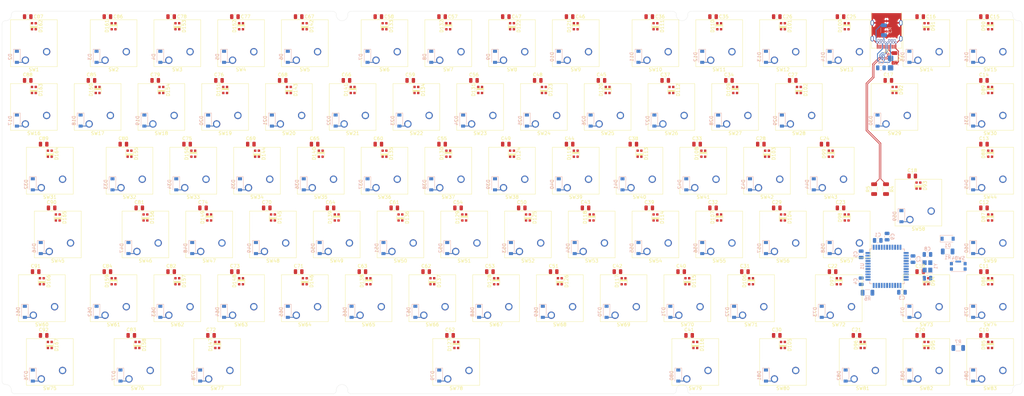
<source format=kicad_pcb>
(kicad_pcb (version 20171130) (host pcbnew 5.1.10)

  (general
    (thickness 1.6)
    (drawings 48)
    (tracks 260)
    (zones 0)
    (modules 362)
    (nets 216)
  )

  (page A3)
  (layers
    (0 F.Cu signal)
    (31 B.Cu signal)
    (32 B.Adhes user)
    (33 F.Adhes user)
    (34 B.Paste user)
    (35 F.Paste user)
    (36 B.SilkS user)
    (37 F.SilkS user)
    (38 B.Mask user)
    (39 F.Mask user)
    (40 Dwgs.User user)
    (41 Cmts.User user)
    (42 Eco1.User user)
    (43 Eco2.User user)
    (44 Edge.Cuts user)
    (45 Margin user)
    (46 B.CrtYd user)
    (47 F.CrtYd user)
    (48 B.Fab user)
    (49 F.Fab user)
  )

  (setup
    (last_trace_width 0.25)
    (trace_clearance 0.2)
    (zone_clearance 0.508)
    (zone_45_only no)
    (trace_min 0.2)
    (via_size 0.8)
    (via_drill 0.4)
    (via_min_size 0.6)
    (via_min_drill 0.3)
    (uvia_size 0.3)
    (uvia_drill 0.1)
    (uvias_allowed no)
    (uvia_min_size 0.2)
    (uvia_min_drill 0.1)
    (edge_width 0.05)
    (segment_width 0.2)
    (pcb_text_width 0.3)
    (pcb_text_size 1.5 1.5)
    (mod_edge_width 0.12)
    (mod_text_size 1 1)
    (mod_text_width 0.15)
    (pad_size 1.7 0.55)
    (pad_drill 0)
    (pad_to_mask_clearance 0.051)
    (solder_mask_min_width 0.25)
    (aux_axis_origin 0 0)
    (visible_elements FFFFF77F)
    (pcbplotparams
      (layerselection 0x010fc_ffffffff)
      (usegerberextensions false)
      (usegerberattributes false)
      (usegerberadvancedattributes false)
      (creategerberjobfile false)
      (excludeedgelayer true)
      (linewidth 0.100000)
      (plotframeref false)
      (viasonmask false)
      (mode 1)
      (useauxorigin false)
      (hpglpennumber 1)
      (hpglpenspeed 20)
      (hpglpendiameter 15.000000)
      (psnegative false)
      (psa4output false)
      (plotreference true)
      (plotvalue true)
      (plotinvisibletext false)
      (padsonsilk false)
      (subtractmaskfromsilk false)
      (outputformat 1)
      (mirror false)
      (drillshape 1)
      (scaleselection 1)
      (outputdirectory ""))
  )

  (net 0 "")
  (net 1 GND)
  (net 2 +5V)
  (net 3 "Net-(C7-Pad1)")
  (net 4 "Net-(C8-Pad2)")
  (net 5 "Net-(C9-Pad1)")
  (net 6 RST)
  (net 7 ROW0)
  (net 8 "Net-(D2-Pad2)")
  (net 9 "Net-(D3-Pad2)")
  (net 10 "Net-(D4-Pad2)")
  (net 11 "Net-(D5-Pad2)")
  (net 12 "Net-(D6-Pad2)")
  (net 13 "Net-(D7-Pad2)")
  (net 14 "Net-(D8-Pad2)")
  (net 15 "Net-(D9-Pad2)")
  (net 16 "Net-(D10-Pad2)")
  (net 17 "Net-(D11-Pad2)")
  (net 18 "Net-(D12-Pad2)")
  (net 19 "Net-(D13-Pad2)")
  (net 20 "Net-(D14-Pad2)")
  (net 21 "Net-(D15-Pad2)")
  (net 22 "Net-(D16-Pad2)")
  (net 23 ROW1)
  (net 24 "Net-(D17-Pad2)")
  (net 25 "Net-(D18-Pad2)")
  (net 26 "Net-(D19-Pad2)")
  (net 27 "Net-(D20-Pad2)")
  (net 28 "Net-(D21-Pad2)")
  (net 29 "Net-(D22-Pad2)")
  (net 30 "Net-(D23-Pad2)")
  (net 31 "Net-(D24-Pad2)")
  (net 32 "Net-(D25-Pad2)")
  (net 33 "Net-(D26-Pad2)")
  (net 34 "Net-(D27-Pad2)")
  (net 35 "Net-(D28-Pad2)")
  (net 36 "Net-(D29-Pad2)")
  (net 37 "Net-(D30-Pad2)")
  (net 38 "Net-(D31-Pad2)")
  (net 39 "Net-(D32-Pad2)")
  (net 40 ROW2)
  (net 41 "Net-(D33-Pad2)")
  (net 42 "Net-(D34-Pad2)")
  (net 43 "Net-(D35-Pad2)")
  (net 44 "Net-(D36-Pad2)")
  (net 45 "Net-(D37-Pad2)")
  (net 46 "Net-(D38-Pad2)")
  (net 47 "Net-(D39-Pad2)")
  (net 48 "Net-(D40-Pad2)")
  (net 49 "Net-(D41-Pad2)")
  (net 50 "Net-(D42-Pad2)")
  (net 51 "Net-(D43-Pad2)")
  (net 52 "Net-(D44-Pad2)")
  (net 53 "Net-(D45-Pad2)")
  (net 54 "Net-(D46-Pad2)")
  (net 55 ROW3)
  (net 56 "Net-(D47-Pad2)")
  (net 57 "Net-(D48-Pad2)")
  (net 58 "Net-(D49-Pad2)")
  (net 59 "Net-(D50-Pad2)")
  (net 60 "Net-(D51-Pad2)")
  (net 61 "Net-(D52-Pad2)")
  (net 62 "Net-(D53-Pad2)")
  (net 63 "Net-(D54-Pad2)")
  (net 64 "Net-(D55-Pad2)")
  (net 65 "Net-(D56-Pad2)")
  (net 66 "Net-(D57-Pad2)")
  (net 67 "Net-(D58-Pad2)")
  (net 68 "Net-(D59-Pad2)")
  (net 69 "Net-(D60-Pad2)")
  (net 70 ROW4)
  (net 71 "Net-(D61-Pad2)")
  (net 72 "Net-(D62-Pad2)")
  (net 73 "Net-(D63-Pad2)")
  (net 74 "Net-(D64-Pad2)")
  (net 75 "Net-(D65-Pad2)")
  (net 76 "Net-(D66-Pad2)")
  (net 77 "Net-(D67-Pad2)")
  (net 78 "Net-(D68-Pad2)")
  (net 79 "Net-(D69-Pad2)")
  (net 80 "Net-(D70-Pad2)")
  (net 81 "Net-(D71-Pad2)")
  (net 82 "Net-(D72-Pad2)")
  (net 83 "Net-(D73-Pad2)")
  (net 84 "Net-(D74-Pad2)")
  (net 85 "Net-(D75-Pad2)")
  (net 86 ROW5)
  (net 87 "Net-(D76-Pad2)")
  (net 88 "Net-(D77-Pad2)")
  (net 89 "Net-(D78-Pad2)")
  (net 90 "Net-(D79-Pad2)")
  (net 91 "Net-(D80-Pad2)")
  (net 92 "Net-(D81-Pad2)")
  (net 93 "Net-(D82-Pad2)")
  (net 94 "Net-(D83-Pad2)")
  (net 95 "Net-(D84-Pad2)")
  (net 96 "Net-(D85-Pad2)")
  (net 97 DIN)
  (net 98 "Net-(D86-Pad2)")
  (net 99 "Net-(D87-Pad2)")
  (net 100 "Net-(D88-Pad2)")
  (net 101 "Net-(D89-Pad2)")
  (net 102 "Net-(D90-Pad2)")
  (net 103 "Net-(D91-Pad2)")
  (net 104 "Net-(D92-Pad2)")
  (net 105 "Net-(D93-Pad2)")
  (net 106 "Net-(D94-Pad2)")
  (net 107 "Net-(D95-Pad2)")
  (net 108 "Net-(D96-Pad2)")
  (net 109 "Net-(D97-Pad2)")
  (net 110 "Net-(D98-Pad2)")
  (net 111 "Net-(D100-Pad4)")
  (net 112 "Net-(D100-Pad2)")
  (net 113 "Net-(D101-Pad2)")
  (net 114 "Net-(D102-Pad2)")
  (net 115 "Net-(D103-Pad2)")
  (net 116 "Net-(D104-Pad2)")
  (net 117 "Net-(D105-Pad2)")
  (net 118 "Net-(D106-Pad2)")
  (net 119 "Net-(D107-Pad2)")
  (net 120 "Net-(D108-Pad2)")
  (net 121 "Net-(D109-Pad2)")
  (net 122 "Net-(D110-Pad2)")
  (net 123 "Net-(D111-Pad2)")
  (net 124 "Net-(D112-Pad2)")
  (net 125 "Net-(D113-Pad2)")
  (net 126 "Net-(D114-Pad2)")
  (net 127 "Net-(D115-Pad2)")
  (net 128 "Net-(D116-Pad2)")
  (net 129 "Net-(D117-Pad2)")
  (net 130 "Net-(D118-Pad2)")
  (net 131 "Net-(D119-Pad2)")
  (net 132 "Net-(D120-Pad2)")
  (net 133 "Net-(D121-Pad2)")
  (net 134 "Net-(D122-Pad2)")
  (net 135 "Net-(D123-Pad2)")
  (net 136 "Net-(D124-Pad2)")
  (net 137 "Net-(D125-Pad2)")
  (net 138 "Net-(D126-Pad2)")
  (net 139 "Net-(D127-Pad2)")
  (net 140 "Net-(D128-Pad2)")
  (net 141 "Net-(D129-Pad2)")
  (net 142 "Net-(D130-Pad2)")
  (net 143 "Net-(D131-Pad2)")
  (net 144 "Net-(D132-Pad2)")
  (net 145 "Net-(D133-Pad2)")
  (net 146 "Net-(D134-Pad2)")
  (net 147 "Net-(D135-Pad2)")
  (net 148 "Net-(D136-Pad2)")
  (net 149 "Net-(D137-Pad2)")
  (net 150 "Net-(D138-Pad2)")
  (net 151 "Net-(D139-Pad2)")
  (net 152 "Net-(D140-Pad2)")
  (net 153 "Net-(D141-Pad2)")
  (net 154 "Net-(D142-Pad2)")
  (net 155 "Net-(D143-Pad2)")
  (net 156 "Net-(D144-Pad2)")
  (net 157 "Net-(D145-Pad2)")
  (net 158 "Net-(D146-Pad2)")
  (net 159 "Net-(D147-Pad2)")
  (net 160 "Net-(D148-Pad2)")
  (net 161 "Net-(D149-Pad2)")
  (net 162 "Net-(D150-Pad2)")
  (net 163 "Net-(D151-Pad2)")
  (net 164 "Net-(D152-Pad2)")
  (net 165 "Net-(D153-Pad2)")
  (net 166 "Net-(D154-Pad2)")
  (net 167 "Net-(D155-Pad2)")
  (net 168 "Net-(D156-Pad2)")
  (net 169 "Net-(D157-Pad2)")
  (net 170 "Net-(D158-Pad2)")
  (net 171 "Net-(D159-Pad2)")
  (net 172 "Net-(D160-Pad2)")
  (net 173 "Net-(D161-Pad2)")
  (net 174 "Net-(D162-Pad2)")
  (net 175 "Net-(D163-Pad2)")
  (net 176 "Net-(D164-Pad2)")
  (net 177 "Net-(D165-Pad2)")
  (net 178 "Net-(D166-Pad2)")
  (net 179 "Net-(D167-Pad2)")
  (net 180 "Net-(F1-Pad2)")
  (net 181 COL02)
  (net 182 COL00)
  (net 183 COL01)
  (net 184 D-)
  (net 185 D+)
  (net 186 "Net-(R6-Pad2)")
  (net 187 COL03)
  (net 188 COL04)
  (net 189 COL06)
  (net 190 COL07)
  (net 191 COL08)
  (net 192 COL09)
  (net 193 COL10)
  (net 194 COL11)
  (net 195 COL12)
  (net 196 COL13)
  (net 197 COL14)
  (net 198 COL15)
  (net 199 COL05)
  (net 200 "Net-(U1-Pad1)")
  (net 201 "Net-(U1-Pad42)")
  (net 202 "Net-(R7-Pad2)")
  (net 203 "Net-(J1-PadB11)")
  (net 204 "Net-(J1-PadB2)")
  (net 205 "Net-(J1-PadB5)")
  (net 206 "Net-(J1-PadB8)")
  (net 207 "Net-(J1-PadB3)")
  (net 208 "Net-(J1-PadB10)")
  (net 209 "Net-(J1-PadA2)")
  (net 210 "Net-(J1-PadA3)")
  (net 211 "Net-(J1-PadA5)")
  (net 212 "Net-(J1-PadA8)")
  (net 213 "Net-(J1-PadA10)")
  (net 214 "Net-(J1-PadA11)")
  (net 215 "Net-(U1-Pad12)")

  (net_class Default "Dies ist die voreingestellte Netzklasse."
    (clearance 0.2)
    (trace_width 0.25)
    (via_dia 0.8)
    (via_drill 0.4)
    (uvia_dia 0.3)
    (uvia_drill 0.1)
    (add_net +5V)
    (add_net COL00)
    (add_net COL01)
    (add_net COL02)
    (add_net COL03)
    (add_net COL04)
    (add_net COL05)
    (add_net COL06)
    (add_net COL07)
    (add_net COL08)
    (add_net COL09)
    (add_net COL10)
    (add_net COL11)
    (add_net COL12)
    (add_net COL13)
    (add_net COL14)
    (add_net COL15)
    (add_net D+)
    (add_net D-)
    (add_net DIN)
    (add_net GND)
    (add_net "Net-(C7-Pad1)")
    (add_net "Net-(C8-Pad2)")
    (add_net "Net-(C9-Pad1)")
    (add_net "Net-(D10-Pad2)")
    (add_net "Net-(D100-Pad2)")
    (add_net "Net-(D100-Pad4)")
    (add_net "Net-(D101-Pad2)")
    (add_net "Net-(D102-Pad2)")
    (add_net "Net-(D103-Pad2)")
    (add_net "Net-(D104-Pad2)")
    (add_net "Net-(D105-Pad2)")
    (add_net "Net-(D106-Pad2)")
    (add_net "Net-(D107-Pad2)")
    (add_net "Net-(D108-Pad2)")
    (add_net "Net-(D109-Pad2)")
    (add_net "Net-(D11-Pad2)")
    (add_net "Net-(D110-Pad2)")
    (add_net "Net-(D111-Pad2)")
    (add_net "Net-(D112-Pad2)")
    (add_net "Net-(D113-Pad2)")
    (add_net "Net-(D114-Pad2)")
    (add_net "Net-(D115-Pad2)")
    (add_net "Net-(D116-Pad2)")
    (add_net "Net-(D117-Pad2)")
    (add_net "Net-(D118-Pad2)")
    (add_net "Net-(D119-Pad2)")
    (add_net "Net-(D12-Pad2)")
    (add_net "Net-(D120-Pad2)")
    (add_net "Net-(D121-Pad2)")
    (add_net "Net-(D122-Pad2)")
    (add_net "Net-(D123-Pad2)")
    (add_net "Net-(D124-Pad2)")
    (add_net "Net-(D125-Pad2)")
    (add_net "Net-(D126-Pad2)")
    (add_net "Net-(D127-Pad2)")
    (add_net "Net-(D128-Pad2)")
    (add_net "Net-(D129-Pad2)")
    (add_net "Net-(D13-Pad2)")
    (add_net "Net-(D130-Pad2)")
    (add_net "Net-(D131-Pad2)")
    (add_net "Net-(D132-Pad2)")
    (add_net "Net-(D133-Pad2)")
    (add_net "Net-(D134-Pad2)")
    (add_net "Net-(D135-Pad2)")
    (add_net "Net-(D136-Pad2)")
    (add_net "Net-(D137-Pad2)")
    (add_net "Net-(D138-Pad2)")
    (add_net "Net-(D139-Pad2)")
    (add_net "Net-(D14-Pad2)")
    (add_net "Net-(D140-Pad2)")
    (add_net "Net-(D141-Pad2)")
    (add_net "Net-(D142-Pad2)")
    (add_net "Net-(D143-Pad2)")
    (add_net "Net-(D144-Pad2)")
    (add_net "Net-(D145-Pad2)")
    (add_net "Net-(D146-Pad2)")
    (add_net "Net-(D147-Pad2)")
    (add_net "Net-(D148-Pad2)")
    (add_net "Net-(D149-Pad2)")
    (add_net "Net-(D15-Pad2)")
    (add_net "Net-(D150-Pad2)")
    (add_net "Net-(D151-Pad2)")
    (add_net "Net-(D152-Pad2)")
    (add_net "Net-(D153-Pad2)")
    (add_net "Net-(D154-Pad2)")
    (add_net "Net-(D155-Pad2)")
    (add_net "Net-(D156-Pad2)")
    (add_net "Net-(D157-Pad2)")
    (add_net "Net-(D158-Pad2)")
    (add_net "Net-(D159-Pad2)")
    (add_net "Net-(D16-Pad2)")
    (add_net "Net-(D160-Pad2)")
    (add_net "Net-(D161-Pad2)")
    (add_net "Net-(D162-Pad2)")
    (add_net "Net-(D163-Pad2)")
    (add_net "Net-(D164-Pad2)")
    (add_net "Net-(D165-Pad2)")
    (add_net "Net-(D166-Pad2)")
    (add_net "Net-(D167-Pad2)")
    (add_net "Net-(D17-Pad2)")
    (add_net "Net-(D18-Pad2)")
    (add_net "Net-(D19-Pad2)")
    (add_net "Net-(D2-Pad2)")
    (add_net "Net-(D20-Pad2)")
    (add_net "Net-(D21-Pad2)")
    (add_net "Net-(D22-Pad2)")
    (add_net "Net-(D23-Pad2)")
    (add_net "Net-(D24-Pad2)")
    (add_net "Net-(D25-Pad2)")
    (add_net "Net-(D26-Pad2)")
    (add_net "Net-(D27-Pad2)")
    (add_net "Net-(D28-Pad2)")
    (add_net "Net-(D29-Pad2)")
    (add_net "Net-(D3-Pad2)")
    (add_net "Net-(D30-Pad2)")
    (add_net "Net-(D31-Pad2)")
    (add_net "Net-(D32-Pad2)")
    (add_net "Net-(D33-Pad2)")
    (add_net "Net-(D34-Pad2)")
    (add_net "Net-(D35-Pad2)")
    (add_net "Net-(D36-Pad2)")
    (add_net "Net-(D37-Pad2)")
    (add_net "Net-(D38-Pad2)")
    (add_net "Net-(D39-Pad2)")
    (add_net "Net-(D4-Pad2)")
    (add_net "Net-(D40-Pad2)")
    (add_net "Net-(D41-Pad2)")
    (add_net "Net-(D42-Pad2)")
    (add_net "Net-(D43-Pad2)")
    (add_net "Net-(D44-Pad2)")
    (add_net "Net-(D45-Pad2)")
    (add_net "Net-(D46-Pad2)")
    (add_net "Net-(D47-Pad2)")
    (add_net "Net-(D48-Pad2)")
    (add_net "Net-(D49-Pad2)")
    (add_net "Net-(D5-Pad2)")
    (add_net "Net-(D50-Pad2)")
    (add_net "Net-(D51-Pad2)")
    (add_net "Net-(D52-Pad2)")
    (add_net "Net-(D53-Pad2)")
    (add_net "Net-(D54-Pad2)")
    (add_net "Net-(D55-Pad2)")
    (add_net "Net-(D56-Pad2)")
    (add_net "Net-(D57-Pad2)")
    (add_net "Net-(D58-Pad2)")
    (add_net "Net-(D59-Pad2)")
    (add_net "Net-(D6-Pad2)")
    (add_net "Net-(D60-Pad2)")
    (add_net "Net-(D61-Pad2)")
    (add_net "Net-(D62-Pad2)")
    (add_net "Net-(D63-Pad2)")
    (add_net "Net-(D64-Pad2)")
    (add_net "Net-(D65-Pad2)")
    (add_net "Net-(D66-Pad2)")
    (add_net "Net-(D67-Pad2)")
    (add_net "Net-(D68-Pad2)")
    (add_net "Net-(D69-Pad2)")
    (add_net "Net-(D7-Pad2)")
    (add_net "Net-(D70-Pad2)")
    (add_net "Net-(D71-Pad2)")
    (add_net "Net-(D72-Pad2)")
    (add_net "Net-(D73-Pad2)")
    (add_net "Net-(D74-Pad2)")
    (add_net "Net-(D75-Pad2)")
    (add_net "Net-(D76-Pad2)")
    (add_net "Net-(D77-Pad2)")
    (add_net "Net-(D78-Pad2)")
    (add_net "Net-(D79-Pad2)")
    (add_net "Net-(D8-Pad2)")
    (add_net "Net-(D80-Pad2)")
    (add_net "Net-(D81-Pad2)")
    (add_net "Net-(D82-Pad2)")
    (add_net "Net-(D83-Pad2)")
    (add_net "Net-(D84-Pad2)")
    (add_net "Net-(D85-Pad2)")
    (add_net "Net-(D86-Pad2)")
    (add_net "Net-(D87-Pad2)")
    (add_net "Net-(D88-Pad2)")
    (add_net "Net-(D89-Pad2)")
    (add_net "Net-(D9-Pad2)")
    (add_net "Net-(D90-Pad2)")
    (add_net "Net-(D91-Pad2)")
    (add_net "Net-(D92-Pad2)")
    (add_net "Net-(D93-Pad2)")
    (add_net "Net-(D94-Pad2)")
    (add_net "Net-(D95-Pad2)")
    (add_net "Net-(D96-Pad2)")
    (add_net "Net-(D97-Pad2)")
    (add_net "Net-(D98-Pad2)")
    (add_net "Net-(F1-Pad2)")
    (add_net "Net-(J1-PadA10)")
    (add_net "Net-(J1-PadA11)")
    (add_net "Net-(J1-PadA2)")
    (add_net "Net-(J1-PadA3)")
    (add_net "Net-(J1-PadA5)")
    (add_net "Net-(J1-PadA8)")
    (add_net "Net-(J1-PadB10)")
    (add_net "Net-(J1-PadB11)")
    (add_net "Net-(J1-PadB2)")
    (add_net "Net-(J1-PadB3)")
    (add_net "Net-(J1-PadB5)")
    (add_net "Net-(J1-PadB8)")
    (add_net "Net-(R6-Pad2)")
    (add_net "Net-(R7-Pad2)")
    (add_net "Net-(U1-Pad1)")
    (add_net "Net-(U1-Pad12)")
    (add_net "Net-(U1-Pad42)")
    (add_net ROW0)
    (add_net ROW1)
    (add_net ROW2)
    (add_net ROW3)
    (add_net ROW4)
    (add_net ROW5)
    (add_net RST)
  )

  (module Button_Switch_Keyboard:SW_Cherry_MX_ISOEnter_PCB (layer F.Cu) (tedit 60E88C41) (tstamp 5F160517)
    (at 309.40375 100.33 180)
    (descr "Cherry MX keyswitch, ISO Enter, PCB mount, http://cherryamericas.com/wp-content/uploads/2014/12/mx_cat.pdf")
    (tags "Cherry MX keyswitch ISO enter PCB")
    (path /5F51BE8C/5F51CE2C)
    (fp_text reference SW58 (at -2.54 -2.794 180) (layer F.SilkS)
      (effects (font (size 1 1) (thickness 0.15)))
    )
    (fp_text value MX1A-G1NA (at -2.286 13.208 180) (layer F.Fab)
      (effects (font (size 1 1) (thickness 0.15)))
    )
    (fp_text user %R (at -2.54 -2.794 180) (layer F.Fab)
      (effects (font (size 1 1) (thickness 0.15)))
    )
    (fp_line (start -9.525 12.065) (end -9.525 -1.905) (layer F.SilkS) (width 0.12))
    (fp_line (start 4.445 12.065) (end -9.525 12.065) (layer F.SilkS) (width 0.12))
    (fp_line (start 4.445 -1.905) (end 4.445 12.065) (layer F.SilkS) (width 0.12))
    (fp_line (start -9.525 -1.905) (end 4.445 -1.905) (layer F.SilkS) (width 0.12))
    (fp_line (start 9.36625 5.08) (end 14.12875 5.08) (layer Dwgs.User) (width 0.15))
    (fp_line (start 14.12875 5.08) (end 14.12875 24.13) (layer Dwgs.User) (width 0.15))
    (fp_line (start -14.44625 -13.97) (end 9.36625 -13.97) (layer Dwgs.User) (width 0.15))
    (fp_line (start -14.44625 24.13) (end -14.44625 -13.97) (layer Dwgs.User) (width 0.15))
    (fp_line (start 14.12875 24.13) (end -14.44625 24.13) (layer Dwgs.User) (width 0.15))
    (fp_line (start 9.36625 -13.97) (end 9.36625 5.08) (layer Dwgs.User) (width 0.15))
    (fp_line (start -9.14 -1.52) (end 4.06 -1.52) (layer F.CrtYd) (width 0.05))
    (fp_line (start 4.06 -1.52) (end 4.06 11.68) (layer F.CrtYd) (width 0.05))
    (fp_line (start 4.06 11.68) (end -9.14 11.68) (layer F.CrtYd) (width 0.05))
    (fp_line (start -9.14 11.68) (end -9.14 -1.52) (layer F.CrtYd) (width 0.05))
    (fp_line (start -8.89 11.43) (end -8.89 -1.27) (layer F.Fab) (width 0.1))
    (fp_line (start 3.81 11.43) (end -8.89 11.43) (layer F.Fab) (width 0.1))
    (fp_line (start 3.81 -1.27) (end 3.81 11.43) (layer F.Fab) (width 0.1))
    (fp_line (start -8.89 -1.27) (end 3.81 -1.27) (layer F.Fab) (width 0.1))
    (pad 1 thru_hole circle (at 0 0 180) (size 2.2 2.2) (drill 1.5) (layers *.Cu *.Mask)
      (net 68 "Net-(D59-Pad2)"))
    (pad 2 thru_hole circle (at -6.35 2.54 180) (size 2.2 2.2) (drill 1.5) (layers *.Cu *.Mask)
      (net 197 COL14))
    (pad "" np_thru_hole circle (at -2.54 5.08 180) (size 4 4) (drill 4) (layers *.Cu *.Mask))
    (pad "" np_thru_hole circle (at -7.62 5.08 180) (size 1.7 1.7) (drill 1.7) (layers *.Cu *.Mask))
    (pad "" np_thru_hole circle (at 2.54 5.08 180) (size 1.7 1.7) (drill 1.7) (layers *.Cu *.Mask))
    (model ${KISYS3DMOD}/Button_Switch_Keyboard.3dshapes/SW_Cherry_MX_ISOEnter_PCB.wrl
      (at (xyz 0 0 0))
      (scale (xyz 1 1 1))
      (rotate (xyz 0 0 0))
    )
  )

  (module Button_Switch_Keyboard:SW_Cherry_MX_2.00u_PCB (layer F.Cu) (tedit 60E88B61) (tstamp 5F16021F)
    (at 302.26 71.755 180)
    (descr "Cherry MX keyswitch, 2.00u, PCB mount, http://cherryamericas.com/wp-content/uploads/2014/12/mx_cat.pdf")
    (tags "Cherry MX keyswitch 2.00u PCB")
    (path /5F51BE8C/5F51CE0E)
    (fp_text reference SW29 (at -2.54 -2.794 180) (layer F.SilkS)
      (effects (font (size 1 1) (thickness 0.15)))
    )
    (fp_text value MX1A-G1NA (at -2.54 12.954 180) (layer F.Fab)
      (effects (font (size 1 1) (thickness 0.15)))
    )
    (fp_text user %R (at -2.54 -2.794 180) (layer F.Fab)
      (effects (font (size 1 1) (thickness 0.15)))
    )
    (fp_line (start -9.525 12.065) (end -9.525 -1.905) (layer F.SilkS) (width 0.12))
    (fp_line (start 4.445 12.065) (end -9.525 12.065) (layer F.SilkS) (width 0.12))
    (fp_line (start 4.445 -1.905) (end 4.445 12.065) (layer F.SilkS) (width 0.12))
    (fp_line (start -9.525 -1.905) (end 4.445 -1.905) (layer F.SilkS) (width 0.12))
    (fp_line (start -21.59 14.605) (end -21.59 -4.445) (layer Dwgs.User) (width 0.15))
    (fp_line (start 16.51 14.605) (end -21.59 14.605) (layer Dwgs.User) (width 0.15))
    (fp_line (start 16.51 -4.445) (end 16.51 14.605) (layer Dwgs.User) (width 0.15))
    (fp_line (start -21.59 -4.445) (end 16.51 -4.445) (layer Dwgs.User) (width 0.15))
    (fp_line (start -9.14 -1.52) (end 4.06 -1.52) (layer F.CrtYd) (width 0.05))
    (fp_line (start 4.06 -1.52) (end 4.06 11.68) (layer F.CrtYd) (width 0.05))
    (fp_line (start 4.06 11.68) (end -9.14 11.68) (layer F.CrtYd) (width 0.05))
    (fp_line (start -9.14 11.68) (end -9.14 -1.52) (layer F.CrtYd) (width 0.05))
    (fp_line (start -8.89 11.43) (end -8.89 -1.27) (layer F.Fab) (width 0.1))
    (fp_line (start 3.81 11.43) (end -8.89 11.43) (layer F.Fab) (width 0.1))
    (fp_line (start 3.81 -1.27) (end 3.81 11.43) (layer F.Fab) (width 0.1))
    (fp_line (start -8.89 -1.27) (end 3.81 -1.27) (layer F.Fab) (width 0.1))
    (pad 1 thru_hole circle (at 0 0 180) (size 2.2 2.2) (drill 1.5) (layers *.Cu *.Mask)
      (net 37 "Net-(D30-Pad2)"))
    (pad 2 thru_hole circle (at -6.35 2.54 180) (size 2.2 2.2) (drill 1.5) (layers *.Cu *.Mask)
      (net 197 COL14))
    (pad "" np_thru_hole circle (at -2.54 5.08 180) (size 4 4) (drill 4) (layers *.Cu *.Mask))
    (pad "" np_thru_hole circle (at -7.62 5.08 180) (size 1.7 1.7) (drill 1.7) (layers *.Cu *.Mask))
    (pad "" np_thru_hole circle (at 2.54 5.08 180) (size 1.7 1.7) (drill 1.7) (layers *.Cu *.Mask))
    (model ${KISYS3DMOD}/Button_Switch_Keyboard.3dshapes/SW_Cherry_MX_2.00u_PCB.wrl
      (at (xyz 0 0 0))
      (scale (xyz 1 1 1))
      (rotate (xyz 0 0 0))
    )
  )

  (module Button_Switch_Keyboard:SW_Cherry_MX_6.25u_PCB (layer F.Cu) (tedit 60E88B4A) (tstamp 5F160723)
    (at 171.29125 147.955 180)
    (descr "Cherry MX keyswitch, 6.25u, PCB mount, http://cherryamericas.com/wp-content/uploads/2014/12/mx_cat.pdf")
    (tags "Cherry MX keyswitch 6.25u PCB")
    (path /5F51BE8C/5F84AEA9)
    (fp_text reference SW78 (at -2.54 -2.794 180) (layer F.SilkS)
      (effects (font (size 1 1) (thickness 0.15)))
    )
    (fp_text value MX1A-G1NA (at -2.54 12.954 180) (layer F.Fab)
      (effects (font (size 1 1) (thickness 0.15)))
    )
    (fp_text user %R (at -2.54 -2.794 180) (layer F.Fab)
      (effects (font (size 1 1) (thickness 0.15)))
    )
    (fp_line (start -9.525 12.065) (end -9.525 -1.905) (layer F.SilkS) (width 0.12))
    (fp_line (start 4.445 12.065) (end -9.525 12.065) (layer F.SilkS) (width 0.12))
    (fp_line (start 4.445 -1.905) (end 4.445 12.065) (layer F.SilkS) (width 0.12))
    (fp_line (start -9.525 -1.905) (end 4.445 -1.905) (layer F.SilkS) (width 0.12))
    (fp_line (start -62.07125 14.605) (end -62.07125 -4.445) (layer Dwgs.User) (width 0.15))
    (fp_line (start 56.99125 14.605) (end -62.07125 14.605) (layer Dwgs.User) (width 0.15))
    (fp_line (start 56.99125 -4.445) (end 56.99125 14.605) (layer Dwgs.User) (width 0.15))
    (fp_line (start -62.07125 -4.445) (end 56.99125 -4.445) (layer Dwgs.User) (width 0.15))
    (fp_line (start -9.14 -1.52) (end 4.06 -1.52) (layer F.CrtYd) (width 0.05))
    (fp_line (start 4.06 -1.52) (end 4.06 11.68) (layer F.CrtYd) (width 0.05))
    (fp_line (start 4.06 11.68) (end -9.14 11.68) (layer F.CrtYd) (width 0.05))
    (fp_line (start -9.14 11.68) (end -9.14 -1.52) (layer F.CrtYd) (width 0.05))
    (fp_line (start -8.89 11.43) (end -8.89 -1.27) (layer F.Fab) (width 0.1))
    (fp_line (start 3.81 11.43) (end -8.89 11.43) (layer F.Fab) (width 0.1))
    (fp_line (start 3.81 -1.27) (end 3.81 11.43) (layer F.Fab) (width 0.1))
    (fp_line (start -8.89 -1.27) (end 3.81 -1.27) (layer F.Fab) (width 0.1))
    (pad 1 thru_hole circle (at 0 0 180) (size 2.2 2.2) (drill 1.5) (layers *.Cu *.Mask)
      (net 90 "Net-(D79-Pad2)"))
    (pad 2 thru_hole circle (at -6.35 2.54 180) (size 2.2 2.2) (drill 1.5) (layers *.Cu *.Mask)
      (net 190 COL07))
    (pad "" np_thru_hole circle (at -2.54 5.08 180) (size 4 4) (drill 4) (layers *.Cu *.Mask))
    (pad "" np_thru_hole circle (at -7.62 5.08 180) (size 1.7 1.7) (drill 1.7) (layers *.Cu *.Mask))
    (pad "" np_thru_hole circle (at 2.54 5.08 180) (size 1.7 1.7) (drill 1.7) (layers *.Cu *.Mask))
    (model ${KISYS3DMOD}/Button_Switch_Keyboard.3dshapes/SW_Cherry_MX_6.25u_PCB.wrl
      (at (xyz 0 0 0))
      (scale (xyz 1 1 1))
      (rotate (xyz 0 0 0))
    )
  )

  (module MountingHole:MountingHole_3.2mm_M3 (layer F.Cu) (tedit 60E8488E) (tstamp 60E8A97D)
    (at 341.8 151.3)
    (descr "Mounting Hole 3.4mm, no annular, M3")
    (tags "mounting hole 3.4mm no annular m3")
    (attr virtual)
    (fp_text reference REF** (at 0 -4.2) (layer F.SilkS) hide
      (effects (font (size 1 1) (thickness 0.15)))
    )
    (fp_text value MountingHole_3.4mm_M3 (at 0 4.2) (layer F.Fab) hide
      (effects (font (size 1 1) (thickness 0.15)))
    )
    (pad "" smd circle (at 0 0) (size 3.4 3.4) (layers *.Paste))
  )

  (module MountingHole:MountingHole_3.2mm_M3 (layer F.Cu) (tedit 60E8488E) (tstamp 60E8A94A)
    (at 341.8 39.2)
    (descr "Mounting Hole 3.4mm, no annular, M3")
    (tags "mounting hole 3.4mm no annular m3")
    (attr virtual)
    (fp_text reference REF** (at 0 -4.2) (layer F.SilkS) hide
      (effects (font (size 1 1) (thickness 0.15)))
    )
    (fp_text value MountingHole_3.4mm_M3 (at 0 4.2) (layer F.Fab) hide
      (effects (font (size 1 1) (thickness 0.15)))
    )
    (pad "" smd circle (at 0 0) (size 3.4 3.4) (layers *.Paste))
  )

  (module MountingHole:MountingHole_3.2mm_M3 (layer F.Cu) (tedit 60E8488E) (tstamp 60E8A92F)
    (at 39.2 151.3)
    (descr "Mounting Hole 3.4mm, no annular, M3")
    (tags "mounting hole 3.4mm no annular m3")
    (attr virtual)
    (fp_text reference REF** (at 0 -4.2) (layer F.SilkS) hide
      (effects (font (size 1 1) (thickness 0.15)))
    )
    (fp_text value MountingHole_3.4mm_M3 (at 0 4.2) (layer F.Fab) hide
      (effects (font (size 1 1) (thickness 0.15)))
    )
    (pad "" smd circle (at 0 0) (size 3.4 3.4) (layers *.Paste))
  )

  (module MountingHole:MountingHole_3.2mm_M3 (layer F.Cu) (tedit 60E8488E) (tstamp 60E8A8F8)
    (at 39.2 39.2)
    (descr "Mounting Hole 3.4mm, no annular, M3")
    (tags "mounting hole 3.4mm no annular m3")
    (attr virtual)
    (fp_text reference REF** (at 0 -4.2) (layer F.SilkS) hide
      (effects (font (size 1 1) (thickness 0.15)))
    )
    (fp_text value MountingHole_3.4mm_M3 (at 0 4.2) (layer F.Fab) hide
      (effects (font (size 1 1) (thickness 0.15)))
    )
    (pad "" smd circle (at 0 0) (size 3.4 3.4) (layers *.Paste))
  )

  (module MountingHole:MountingHole_3.2mm_M3 (layer F.Cu) (tedit 60E8488E) (tstamp 60E8A1A1)
    (at 241.3 151.3)
    (descr "Mounting Hole 3.4mm, no annular, M3")
    (tags "mounting hole 3.4mm no annular m3")
    (attr virtual)
    (fp_text reference REF** (at 0 -4.2) (layer F.SilkS) hide
      (effects (font (size 1 1) (thickness 0.15)))
    )
    (fp_text value MountingHole_3.4mm_M3 (at 0 4.2) (layer F.Fab) hide
      (effects (font (size 1 1) (thickness 0.15)))
    )
    (pad "" smd circle (at 0 0) (size 3.4 3.4) (layers *.Paste))
  )

  (module MountingHole:MountingHole_3.2mm_M3 (layer F.Cu) (tedit 60E8488E) (tstamp 60E8A18C)
    (at 139.7 151.3)
    (descr "Mounting Hole 3.4mm, no annular, M3")
    (tags "mounting hole 3.4mm no annular m3")
    (attr virtual)
    (fp_text reference REF** (at 0 -4.2) (layer F.SilkS) hide
      (effects (font (size 1 1) (thickness 0.15)))
    )
    (fp_text value MountingHole_3.4mm_M3 (at 0 4.2) (layer F.Fab) hide
      (effects (font (size 1 1) (thickness 0.15)))
    )
    (pad "" smd circle (at 0 0) (size 3.4 3.4) (layers *.Paste))
  )

  (module MountingHole:MountingHole_3.2mm_M3 (layer F.Cu) (tedit 60E8488E) (tstamp 60E8A17F)
    (at 241.3 39.2)
    (descr "Mounting Hole 3.4mm, no annular, M3")
    (tags "mounting hole 3.4mm no annular m3")
    (attr virtual)
    (fp_text reference REF** (at 0 -4.2) (layer F.SilkS) hide
      (effects (font (size 1 1) (thickness 0.15)))
    )
    (fp_text value MountingHole_3.4mm_M3 (at 0 4.2) (layer F.Fab) hide
      (effects (font (size 1 1) (thickness 0.15)))
    )
    (pad "" smd circle (at 0 0) (size 3.4 3.4) (layers *.Paste))
  )

  (module MountingHole:MountingHole_3.2mm_M3 (layer F.Cu) (tedit 60E8488E) (tstamp 60E89FD7)
    (at 139.7 39.2)
    (descr "Mounting Hole 3.4mm, no annular, M3")
    (tags "mounting hole 3.4mm no annular m3")
    (attr virtual)
    (fp_text reference REF** (at 0 -4.2) (layer F.SilkS) hide
      (effects (font (size 1 1) (thickness 0.15)))
    )
    (fp_text value MountingHole_3.4mm_M3 (at 0 4.2) (layer F.Fab) hide
      (effects (font (size 1 1) (thickness 0.15)))
    )
    (pad "" smd circle (at 0 0) (size 3.4 3.4) (layers *.Paste))
  )

  (module Crystal:Crystal_SMD_3225-4Pin_3.2x2.5mm (layer B.Cu) (tedit 5A0FD1B2) (tstamp 60EED0B1)
    (at 314.6425 114.3 90)
    (descr "SMD Crystal SERIES SMD3225/4 http://www.txccrystal.com/images/pdf/7m-accuracy.pdf, 3.2x2.5mm^2 package")
    (tags "SMD SMT crystal")
    (path /5F294622)
    (attr smd)
    (fp_text reference Y1 (at 0 2.45 90) (layer B.SilkS)
      (effects (font (size 1 1) (thickness 0.15)) (justify mirror))
    )
    (fp_text value 16MHz (at 0 -2.45 90) (layer B.Fab)
      (effects (font (size 1 1) (thickness 0.15)) (justify mirror))
    )
    (fp_line (start -1.6 1.25) (end -1.6 -1.25) (layer B.Fab) (width 0.1))
    (fp_line (start -1.6 -1.25) (end 1.6 -1.25) (layer B.Fab) (width 0.1))
    (fp_line (start 1.6 -1.25) (end 1.6 1.25) (layer B.Fab) (width 0.1))
    (fp_line (start 1.6 1.25) (end -1.6 1.25) (layer B.Fab) (width 0.1))
    (fp_line (start -1.6 -0.25) (end -0.6 -1.25) (layer B.Fab) (width 0.1))
    (fp_line (start -2 1.65) (end -2 -1.65) (layer B.SilkS) (width 0.12))
    (fp_line (start -2 -1.65) (end 2 -1.65) (layer B.SilkS) (width 0.12))
    (fp_line (start -2.1 1.7) (end -2.1 -1.7) (layer B.CrtYd) (width 0.05))
    (fp_line (start -2.1 -1.7) (end 2.1 -1.7) (layer B.CrtYd) (width 0.05))
    (fp_line (start 2.1 -1.7) (end 2.1 1.7) (layer B.CrtYd) (width 0.05))
    (fp_line (start 2.1 1.7) (end -2.1 1.7) (layer B.CrtYd) (width 0.05))
    (fp_text user %R (at 0 0 90) (layer B.Fab)
      (effects (font (size 0.7 0.7) (thickness 0.105)) (justify mirror))
    )
    (pad 1 smd rect (at -1.1 -0.85 90) (size 1.4 1.2) (layers B.Cu B.Paste B.Mask)
      (net 3 "Net-(C7-Pad1)"))
    (pad 2 smd rect (at 1.1 -0.85 90) (size 1.4 1.2) (layers B.Cu B.Paste B.Mask)
      (net 1 GND))
    (pad 3 smd rect (at 1.1 0.85 90) (size 1.4 1.2) (layers B.Cu B.Paste B.Mask)
      (net 4 "Net-(C8-Pad2)"))
    (pad 4 smd rect (at -1.1 0.85 90) (size 1.4 1.2) (layers B.Cu B.Paste B.Mask)
      (net 1 GND))
    (model ${KISYS3DMOD}/Crystal.3dshapes/Crystal_SMD_3225-4Pin_3.2x2.5mm.wrl
      (at (xyz 0 0 0))
      (scale (xyz 1 1 1))
      (rotate (xyz 0 0 0))
    )
  )

  (module Button_Switch_SMD:SW_Push_1P1T-SH_NO_CK_KMR2xxG (layer B.Cu) (tedit 60EE1448) (tstamp 60EE10F7)
    (at 323.85 114.3 180)
    (descr "CK components KMR2 tactile switch with ground pin http://www.ckswitches.com/media/1479/kmr2.pdf")
    (tags "tactile switch kmr2")
    (path /60FEE33A)
    (attr smd)
    (fp_text reference SW84 (at 0 2.45) (layer B.SilkS)
      (effects (font (size 1 1) (thickness 0.15)) (justify mirror))
    )
    (fp_text value SW_Push (at 0 -2.55) (layer B.Fab)
      (effects (font (size 1 1) (thickness 0.15)) (justify mirror))
    )
    (fp_text user %R (at 0 2.45) (layer B.Fab)
      (effects (font (size 1 1) (thickness 0.15)) (justify mirror))
    )
    (fp_line (start -2.2 -0.05) (end -2.2 0.05) (layer B.SilkS) (width 0.12))
    (fp_line (start 2.2 1.55) (end 1.15 1.55) (layer B.SilkS) (width 0.12))
    (fp_line (start -2.2 -1.55) (end 2.2 -1.55) (layer B.SilkS) (width 0.12))
    (fp_circle (center 0 0) (end 0 -0.8) (layer B.Fab) (width 0.1))
    (fp_line (start -2.8 -1.8) (end -2.8 1.8) (layer B.CrtYd) (width 0.05))
    (fp_line (start 2.8 -1.8) (end -2.8 -1.8) (layer B.CrtYd) (width 0.05))
    (fp_line (start 2.8 1.8) (end 2.8 -1.8) (layer B.CrtYd) (width 0.05))
    (fp_line (start -2.8 1.8) (end 2.8 1.8) (layer B.CrtYd) (width 0.05))
    (fp_line (start 2.2 -0.05) (end 2.2 0.05) (layer B.SilkS) (width 0.12))
    (fp_line (start -2.1 -1.4) (end -2.1 1.4) (layer B.Fab) (width 0.1))
    (fp_line (start 2.1 -1.4) (end -2.1 -1.4) (layer B.Fab) (width 0.1))
    (fp_line (start 2.1 1.4) (end 2.1 -1.4) (layer B.Fab) (width 0.1))
    (fp_line (start -2.1 1.4) (end 2.1 1.4) (layer B.Fab) (width 0.1))
    (fp_line (start -1.15 1.55) (end -2.2 1.55) (layer B.SilkS) (width 0.12))
    (pad 2 smd rect (at 2.05 -0.8 180) (size 0.9 1) (layers B.Cu B.Paste B.Mask)
      (net 1 GND))
    (pad 1 smd rect (at 2.05 0.8 180) (size 0.9 1) (layers B.Cu B.Paste B.Mask)
      (net 6 RST))
    (pad 2 smd rect (at -2.05 -0.8 180) (size 0.9 1) (layers B.Cu B.Paste B.Mask)
      (net 1 GND))
    (pad 1 smd rect (at -2.05 0.8 180) (size 0.9 1) (layers B.Cu B.Paste B.Mask)
      (net 6 RST))
    (pad SH smd rect (at 0 1.425 180) (size 1.7 0.55) (layers B.Cu B.Paste B.Mask)
      (net 1 GND))
    (model ${KISYS3DMOD}/Button_Switch_SMD.3dshapes/SW_Push_1P1T-SH_NO_CK_KMR2xxG.wrl
      (at (xyz 0 0 0))
      (scale (xyz 1 1 1))
      (rotate (xyz 0 0 0))
    )
  )

  (module Resistor_SMD:R_1206_3216Metric (layer B.Cu) (tedit 5F68FEEE) (tstamp 5F26397F)
    (at 323.85 138.684 180)
    (descr "Resistor SMD 1206 (3216 Metric), square (rectangular) end terminal, IPC_7351 nominal, (Body size source: IPC-SM-782 page 72, https://www.pcb-3d.com/wordpress/wp-content/uploads/ipc-sm-782a_amendment_1_and_2.pdf), generated with kicad-footprint-generator")
    (tags resistor)
    (path /5F259898)
    (attr smd)
    (fp_text reference R7 (at 0 1.82) (layer B.SilkS)
      (effects (font (size 1 1) (thickness 0.15)) (justify mirror))
    )
    (fp_text value 470 (at 0 -1.82) (layer B.Fab)
      (effects (font (size 1 1) (thickness 0.15)) (justify mirror))
    )
    (fp_line (start 2.28 -1.12) (end -2.28 -1.12) (layer B.CrtYd) (width 0.05))
    (fp_line (start 2.28 1.12) (end 2.28 -1.12) (layer B.CrtYd) (width 0.05))
    (fp_line (start -2.28 1.12) (end 2.28 1.12) (layer B.CrtYd) (width 0.05))
    (fp_line (start -2.28 -1.12) (end -2.28 1.12) (layer B.CrtYd) (width 0.05))
    (fp_line (start -0.727064 -0.91) (end 0.727064 -0.91) (layer B.SilkS) (width 0.12))
    (fp_line (start -0.727064 0.91) (end 0.727064 0.91) (layer B.SilkS) (width 0.12))
    (fp_line (start 1.6 -0.8) (end -1.6 -0.8) (layer B.Fab) (width 0.1))
    (fp_line (start 1.6 0.8) (end 1.6 -0.8) (layer B.Fab) (width 0.1))
    (fp_line (start -1.6 0.8) (end 1.6 0.8) (layer B.Fab) (width 0.1))
    (fp_line (start -1.6 -0.8) (end -1.6 0.8) (layer B.Fab) (width 0.1))
    (fp_text user %R (at 0 0) (layer B.Fab)
      (effects (font (size 0.8 0.8) (thickness 0.12)) (justify mirror))
    )
    (pad 2 smd roundrect (at 1.4625 0 180) (size 1.125 1.75) (layers B.Cu B.Paste B.Mask) (roundrect_rratio 0.222222)
      (net 202 "Net-(R7-Pad2)"))
    (pad 1 smd roundrect (at -1.4625 0 180) (size 1.125 1.75) (layers B.Cu B.Paste B.Mask) (roundrect_rratio 0.222222)
      (net 97 DIN))
    (model ${KISYS3DMOD}/Resistor_SMD.3dshapes/R_1206_3216Metric.wrl
      (at (xyz 0 0 0))
      (scale (xyz 1 1 1))
      (rotate (xyz 0 0 0))
    )
  )

  (module Resistor_SMD:R_1206_3216Metric (layer B.Cu) (tedit 5F68FEEE) (tstamp 60EDADF2)
    (at 296.7355 122.174)
    (descr "Resistor SMD 1206 (3216 Metric), square (rectangular) end terminal, IPC_7351 nominal, (Body size source: IPC-SM-782 page 72, https://www.pcb-3d.com/wordpress/wp-content/uploads/ipc-sm-782a_amendment_1_and_2.pdf), generated with kicad-footprint-generator")
    (tags resistor)
    (path /5F0D539D)
    (attr smd)
    (fp_text reference R6 (at 0 1.82) (layer B.SilkS)
      (effects (font (size 1 1) (thickness 0.15)) (justify mirror))
    )
    (fp_text value 10k (at 0 -1.82) (layer B.Fab)
      (effects (font (size 1 1) (thickness 0.15)) (justify mirror))
    )
    (fp_line (start 2.28 -1.12) (end -2.28 -1.12) (layer B.CrtYd) (width 0.05))
    (fp_line (start 2.28 1.12) (end 2.28 -1.12) (layer B.CrtYd) (width 0.05))
    (fp_line (start -2.28 1.12) (end 2.28 1.12) (layer B.CrtYd) (width 0.05))
    (fp_line (start -2.28 -1.12) (end -2.28 1.12) (layer B.CrtYd) (width 0.05))
    (fp_line (start -0.727064 -0.91) (end 0.727064 -0.91) (layer B.SilkS) (width 0.12))
    (fp_line (start -0.727064 0.91) (end 0.727064 0.91) (layer B.SilkS) (width 0.12))
    (fp_line (start 1.6 -0.8) (end -1.6 -0.8) (layer B.Fab) (width 0.1))
    (fp_line (start 1.6 0.8) (end 1.6 -0.8) (layer B.Fab) (width 0.1))
    (fp_line (start -1.6 0.8) (end 1.6 0.8) (layer B.Fab) (width 0.1))
    (fp_line (start -1.6 -0.8) (end -1.6 0.8) (layer B.Fab) (width 0.1))
    (fp_text user %R (at 0 0) (layer B.Fab)
      (effects (font (size 0.8 0.8) (thickness 0.12)) (justify mirror))
    )
    (pad 2 smd roundrect (at 1.4625 0) (size 1.125 1.75) (layers B.Cu B.Paste B.Mask) (roundrect_rratio 0.222222)
      (net 186 "Net-(R6-Pad2)"))
    (pad 1 smd roundrect (at -1.4625 0) (size 1.125 1.75) (layers B.Cu B.Paste B.Mask) (roundrect_rratio 0.222222)
      (net 1 GND))
    (model ${KISYS3DMOD}/Resistor_SMD.3dshapes/R_1206_3216Metric.wrl
      (at (xyz 0 0 0))
      (scale (xyz 1 1 1))
      (rotate (xyz 0 0 0))
    )
  )

  (module Resistor_SMD:R_1206_3216Metric (layer F.Cu) (tedit 5F68FEEE) (tstamp 5F37A863)
    (at 298.704 91.2225 90)
    (descr "Resistor SMD 1206 (3216 Metric), square (rectangular) end terminal, IPC_7351 nominal, (Body size source: IPC-SM-782 page 72, https://www.pcb-3d.com/wordpress/wp-content/uploads/ipc-sm-782a_amendment_1_and_2.pdf), generated with kicad-footprint-generator")
    (tags resistor)
    (path /5F0B5901)
    (attr smd)
    (fp_text reference R5 (at 0 -1.82 90) (layer F.SilkS)
      (effects (font (size 1 1) (thickness 0.15)))
    )
    (fp_text value 22 (at 0 1.82 90) (layer F.Fab)
      (effects (font (size 1 1) (thickness 0.15)))
    )
    (fp_line (start 2.28 1.12) (end -2.28 1.12) (layer F.CrtYd) (width 0.05))
    (fp_line (start 2.28 -1.12) (end 2.28 1.12) (layer F.CrtYd) (width 0.05))
    (fp_line (start -2.28 -1.12) (end 2.28 -1.12) (layer F.CrtYd) (width 0.05))
    (fp_line (start -2.28 1.12) (end -2.28 -1.12) (layer F.CrtYd) (width 0.05))
    (fp_line (start -0.727064 0.91) (end 0.727064 0.91) (layer F.SilkS) (width 0.12))
    (fp_line (start -0.727064 -0.91) (end 0.727064 -0.91) (layer F.SilkS) (width 0.12))
    (fp_line (start 1.6 0.8) (end -1.6 0.8) (layer F.Fab) (width 0.1))
    (fp_line (start 1.6 -0.8) (end 1.6 0.8) (layer F.Fab) (width 0.1))
    (fp_line (start -1.6 -0.8) (end 1.6 -0.8) (layer F.Fab) (width 0.1))
    (fp_line (start -1.6 0.8) (end -1.6 -0.8) (layer F.Fab) (width 0.1))
    (fp_text user %R (at 0 0 90) (layer F.Fab)
      (effects (font (size 0.8 0.8) (thickness 0.12)))
    )
    (pad 2 smd roundrect (at 1.4625 0 90) (size 1.125 1.75) (layers F.Cu F.Paste F.Mask) (roundrect_rratio 0.222222)
      (net 184 D-))
    (pad 1 smd roundrect (at -1.4625 0 90) (size 1.125 1.75) (layers F.Cu F.Paste F.Mask) (roundrect_rratio 0.222222)
      (net 184 D-))
    (model ${KISYS3DMOD}/Resistor_SMD.3dshapes/R_1206_3216Metric.wrl
      (at (xyz 0 0 0))
      (scale (xyz 1 1 1))
      (rotate (xyz 0 0 0))
    )
  )

  (module Resistor_SMD:R_1206_3216Metric (layer F.Cu) (tedit 5F68FEEE) (tstamp 5F1B58E4)
    (at 302.26 91.2225 270)
    (descr "Resistor SMD 1206 (3216 Metric), square (rectangular) end terminal, IPC_7351 nominal, (Body size source: IPC-SM-782 page 72, https://www.pcb-3d.com/wordpress/wp-content/uploads/ipc-sm-782a_amendment_1_and_2.pdf), generated with kicad-footprint-generator")
    (tags resistor)
    (path /5F0AD349)
    (attr smd)
    (fp_text reference R4 (at 0 -1.82 90) (layer F.SilkS)
      (effects (font (size 1 1) (thickness 0.15)))
    )
    (fp_text value 22 (at 0 1.82 90) (layer F.Fab)
      (effects (font (size 1 1) (thickness 0.15)))
    )
    (fp_line (start 2.28 1.12) (end -2.28 1.12) (layer F.CrtYd) (width 0.05))
    (fp_line (start 2.28 -1.12) (end 2.28 1.12) (layer F.CrtYd) (width 0.05))
    (fp_line (start -2.28 -1.12) (end 2.28 -1.12) (layer F.CrtYd) (width 0.05))
    (fp_line (start -2.28 1.12) (end -2.28 -1.12) (layer F.CrtYd) (width 0.05))
    (fp_line (start -0.727064 0.91) (end 0.727064 0.91) (layer F.SilkS) (width 0.12))
    (fp_line (start -0.727064 -0.91) (end 0.727064 -0.91) (layer F.SilkS) (width 0.12))
    (fp_line (start 1.6 0.8) (end -1.6 0.8) (layer F.Fab) (width 0.1))
    (fp_line (start 1.6 -0.8) (end 1.6 0.8) (layer F.Fab) (width 0.1))
    (fp_line (start -1.6 -0.8) (end 1.6 -0.8) (layer F.Fab) (width 0.1))
    (fp_line (start -1.6 0.8) (end -1.6 -0.8) (layer F.Fab) (width 0.1))
    (fp_text user %R (at 0 0 90) (layer F.Fab)
      (effects (font (size 0.8 0.8) (thickness 0.12)))
    )
    (pad 2 smd roundrect (at 1.4625 0 270) (size 1.125 1.75) (layers F.Cu F.Paste F.Mask) (roundrect_rratio 0.222222)
      (net 185 D+))
    (pad 1 smd roundrect (at -1.4625 0 270) (size 1.125 1.75) (layers F.Cu F.Paste F.Mask) (roundrect_rratio 0.222222)
      (net 185 D+))
    (model ${KISYS3DMOD}/Resistor_SMD.3dshapes/R_1206_3216Metric.wrl
      (at (xyz 0 0 0))
      (scale (xyz 1 1 1))
      (rotate (xyz 0 0 0))
    )
  )

  (module Resistor_SMD:R_1206_3216Metric (layer B.Cu) (tedit 5F68FEEE) (tstamp 5F164238)
    (at 301.625 43.7245 90)
    (descr "Resistor SMD 1206 (3216 Metric), square (rectangular) end terminal, IPC_7351 nominal, (Body size source: IPC-SM-782 page 72, https://www.pcb-3d.com/wordpress/wp-content/uploads/ipc-sm-782a_amendment_1_and_2.pdf), generated with kicad-footprint-generator")
    (tags resistor)
    (path /5F030D08)
    (attr smd)
    (fp_text reference R3 (at 0 1.82 90) (layer B.SilkS)
      (effects (font (size 1 1) (thickness 0.15)) (justify mirror))
    )
    (fp_text value 5.1k (at 0 -1.82 90) (layer B.Fab)
      (effects (font (size 1 1) (thickness 0.15)) (justify mirror))
    )
    (fp_line (start 2.28 -1.12) (end -2.28 -1.12) (layer B.CrtYd) (width 0.05))
    (fp_line (start 2.28 1.12) (end 2.28 -1.12) (layer B.CrtYd) (width 0.05))
    (fp_line (start -2.28 1.12) (end 2.28 1.12) (layer B.CrtYd) (width 0.05))
    (fp_line (start -2.28 -1.12) (end -2.28 1.12) (layer B.CrtYd) (width 0.05))
    (fp_line (start -0.727064 -0.91) (end 0.727064 -0.91) (layer B.SilkS) (width 0.12))
    (fp_line (start -0.727064 0.91) (end 0.727064 0.91) (layer B.SilkS) (width 0.12))
    (fp_line (start 1.6 -0.8) (end -1.6 -0.8) (layer B.Fab) (width 0.1))
    (fp_line (start 1.6 0.8) (end 1.6 -0.8) (layer B.Fab) (width 0.1))
    (fp_line (start -1.6 0.8) (end 1.6 0.8) (layer B.Fab) (width 0.1))
    (fp_line (start -1.6 -0.8) (end -1.6 0.8) (layer B.Fab) (width 0.1))
    (fp_text user %R (at 0 0 90) (layer B.Fab)
      (effects (font (size 0.8 0.8) (thickness 0.12)) (justify mirror))
    )
    (pad 2 smd roundrect (at 1.4625 0 90) (size 1.125 1.75) (layers B.Cu B.Paste B.Mask) (roundrect_rratio 0.222222)
      (net 1 GND))
    (pad 1 smd roundrect (at -1.4625 0 90) (size 1.125 1.75) (layers B.Cu B.Paste B.Mask) (roundrect_rratio 0.222222)
      (net 205 "Net-(J1-PadB5)"))
    (model ${KISYS3DMOD}/Resistor_SMD.3dshapes/R_1206_3216Metric.wrl
      (at (xyz 0 0 0))
      (scale (xyz 1 1 1))
      (rotate (xyz 0 0 0))
    )
  )

  (module Resistor_SMD:R_1206_3216Metric (layer F.Cu) (tedit 5F68FEEE) (tstamp 60EBA96A)
    (at 304.8 52.0335 270)
    (descr "Resistor SMD 1206 (3216 Metric), square (rectangular) end terminal, IPC_7351 nominal, (Body size source: IPC-SM-782 page 72, https://www.pcb-3d.com/wordpress/wp-content/uploads/ipc-sm-782a_amendment_1_and_2.pdf), generated with kicad-footprint-generator")
    (tags resistor)
    (path /5F02FDA7)
    (attr smd)
    (fp_text reference R2 (at 0 -1.82 90) (layer F.SilkS)
      (effects (font (size 1 1) (thickness 0.15)))
    )
    (fp_text value 5.1k (at 0 1.82 90) (layer F.Fab)
      (effects (font (size 1 1) (thickness 0.15)))
    )
    (fp_line (start 2.28 1.12) (end -2.28 1.12) (layer F.CrtYd) (width 0.05))
    (fp_line (start 2.28 -1.12) (end 2.28 1.12) (layer F.CrtYd) (width 0.05))
    (fp_line (start -2.28 -1.12) (end 2.28 -1.12) (layer F.CrtYd) (width 0.05))
    (fp_line (start -2.28 1.12) (end -2.28 -1.12) (layer F.CrtYd) (width 0.05))
    (fp_line (start -0.727064 0.91) (end 0.727064 0.91) (layer F.SilkS) (width 0.12))
    (fp_line (start -0.727064 -0.91) (end 0.727064 -0.91) (layer F.SilkS) (width 0.12))
    (fp_line (start 1.6 0.8) (end -1.6 0.8) (layer F.Fab) (width 0.1))
    (fp_line (start 1.6 -0.8) (end 1.6 0.8) (layer F.Fab) (width 0.1))
    (fp_line (start -1.6 -0.8) (end 1.6 -0.8) (layer F.Fab) (width 0.1))
    (fp_line (start -1.6 0.8) (end -1.6 -0.8) (layer F.Fab) (width 0.1))
    (fp_text user %R (at 0 0 90) (layer F.Fab)
      (effects (font (size 0.8 0.8) (thickness 0.12)))
    )
    (pad 2 smd roundrect (at 1.4625 0 270) (size 1.125 1.75) (layers F.Cu F.Paste F.Mask) (roundrect_rratio 0.222222)
      (net 1 GND))
    (pad 1 smd roundrect (at -1.4625 0 270) (size 1.125 1.75) (layers F.Cu F.Paste F.Mask) (roundrect_rratio 0.222222)
      (net 211 "Net-(J1-PadA5)"))
    (model ${KISYS3DMOD}/Resistor_SMD.3dshapes/R_1206_3216Metric.wrl
      (at (xyz 0 0 0))
      (scale (xyz 1 1 1))
      (rotate (xyz 0 0 0))
    )
  )

  (module Resistor_SMD:R_1206_3216Metric (layer B.Cu) (tedit 5F68FEEE) (tstamp 60EED217)
    (at 320.675 109.855)
    (descr "Resistor SMD 1206 (3216 Metric), square (rectangular) end terminal, IPC_7351 nominal, (Body size source: IPC-SM-782 page 72, https://www.pcb-3d.com/wordpress/wp-content/uploads/ipc-sm-782a_amendment_1_and_2.pdf), generated with kicad-footprint-generator")
    (tags resistor)
    (path /5F058934)
    (attr smd)
    (fp_text reference R1 (at 0 1.82) (layer B.SilkS)
      (effects (font (size 1 1) (thickness 0.15)) (justify mirror))
    )
    (fp_text value 10k (at 0 -1.82) (layer B.Fab)
      (effects (font (size 1 1) (thickness 0.15)) (justify mirror))
    )
    (fp_line (start 2.28 -1.12) (end -2.28 -1.12) (layer B.CrtYd) (width 0.05))
    (fp_line (start 2.28 1.12) (end 2.28 -1.12) (layer B.CrtYd) (width 0.05))
    (fp_line (start -2.28 1.12) (end 2.28 1.12) (layer B.CrtYd) (width 0.05))
    (fp_line (start -2.28 -1.12) (end -2.28 1.12) (layer B.CrtYd) (width 0.05))
    (fp_line (start -0.727064 -0.91) (end 0.727064 -0.91) (layer B.SilkS) (width 0.12))
    (fp_line (start -0.727064 0.91) (end 0.727064 0.91) (layer B.SilkS) (width 0.12))
    (fp_line (start 1.6 -0.8) (end -1.6 -0.8) (layer B.Fab) (width 0.1))
    (fp_line (start 1.6 0.8) (end 1.6 -0.8) (layer B.Fab) (width 0.1))
    (fp_line (start -1.6 0.8) (end 1.6 0.8) (layer B.Fab) (width 0.1))
    (fp_line (start -1.6 -0.8) (end -1.6 0.8) (layer B.Fab) (width 0.1))
    (fp_text user %R (at 0 0) (layer B.Fab)
      (effects (font (size 0.8 0.8) (thickness 0.12)) (justify mirror))
    )
    (pad 2 smd roundrect (at 1.4625 0) (size 1.125 1.75) (layers B.Cu B.Paste B.Mask) (roundrect_rratio 0.222222)
      (net 6 RST))
    (pad 1 smd roundrect (at -1.4625 0) (size 1.125 1.75) (layers B.Cu B.Paste B.Mask) (roundrect_rratio 0.222222)
      (net 2 +5V))
    (model ${KISYS3DMOD}/Resistor_SMD.3dshapes/R_1206_3216Metric.wrl
      (at (xyz 0 0 0))
      (scale (xyz 1 1 1))
      (rotate (xyz 0 0 0))
    )
  )

  (module kezboard-pcb:USB_C_Receptacle_Stewart_SS-52400-003 (layer F.Cu) (tedit 5F26DA6C) (tstamp 5F25978F)
    (at 302.41875 38.1 180)
    (descr https://belfuse.com/resources/drawings/stewartconnector/dr-stw-ss-52400-003.pdf)
    (path /5EFFEB48)
    (fp_text reference J1 (at 0 -11.9) (layer F.SilkS)
      (effects (font (size 1 1) (thickness 0.15)))
    )
    (fp_text value USB_C_Receptacle (at 0 2.54) (layer F.Fab)
      (effects (font (size 1 1) (thickness 0.15)))
    )
    (fp_line (start -4.49 -2.55) (end -4.49 -0.21) (layer F.SilkS) (width 0.12))
    (fp_line (start 4.49 -0.21) (end 4.49 -2.55) (layer F.SilkS) (width 0.12))
    (fp_line (start 4.49 -9) (end 4.49 -11) (layer F.SilkS) (width 0.12))
    (fp_line (start -5.08 -11.43) (end 5.08 -11.43) (layer F.CrtYd) (width 0.05))
    (fp_line (start -5.08 1.27) (end 5.08 1.27) (layer F.CrtYd) (width 0.05))
    (fp_line (start -2 0) (end 2 0) (layer Dwgs.User) (width 0.1))
    (fp_line (start 4.37 0.95) (end 4.37 -10.88) (layer F.Fab) (width 0.1))
    (fp_line (start 4.37 -10.88) (end -4.37 -10.88) (layer F.Fab) (width 0.1))
    (fp_line (start -4.37 -10.88) (end -4.37 0.95) (layer F.Fab) (width 0.1))
    (fp_line (start -4.37 0.95) (end 4.37 0.95) (layer F.Fab) (width 0.1))
    (fp_line (start 5.08 1.27) (end 5.08 -11.43) (layer F.CrtYd) (width 0.05))
    (fp_line (start -5.08 -11.43) (end -5.08 1.27) (layer F.CrtYd) (width 0.05))
    (fp_line (start -3 -11) (end -4.49 -11) (layer F.SilkS) (width 0.12))
    (fp_line (start -4.49 -11) (end -4.49 -9) (layer F.SilkS) (width 0.12))
    (fp_line (start 4.49 -11) (end 3 -11) (layer F.SilkS) (width 0.12))
    (fp_line (start -4.49 -7.35) (end -4.49 -4.35) (layer F.SilkS) (width 0.12))
    (fp_line (start 4.49 -4.35) (end 4.49 -7.35) (layer F.SilkS) (width 0.12))
    (fp_text user %R (at 0 -4.52) (layer F.Fab)
      (effects (font (size 1 1) (thickness 0.15)))
    )
    (fp_text user "PCB Edge" (at 0 -0.5) (layer Dwgs.User)
      (effects (font (size 0.5 0.5) (thickness 0.1)))
    )
    (pad B11 thru_hole circle (at -2.4 -8.62 180) (size 0.65 0.65) (drill 0.4) (layers *.Cu *.Mask)
      (net 203 "Net-(J1-PadB11)"))
    (pad B2 thru_hole circle (at 2.4 -8.62 180) (size 0.65 0.65) (drill 0.4) (layers *.Cu *.Mask)
      (net 204 "Net-(J1-PadB2)"))
    (pad B12 thru_hole circle (at -2.8 -9.33 180) (size 0.65 0.65) (drill 0.4) (layers *.Cu *.Mask)
      (net 1 GND))
    (pad B5 thru_hole circle (at 0.8 -8.62 180) (size 0.65 0.65) (drill 0.4) (layers *.Cu *.Mask)
      (net 205 "Net-(J1-PadB5)"))
    (pad B8 thru_hole circle (at -0.8 -8.62 180) (size 0.65 0.65) (drill 0.4) (layers *.Cu *.Mask)
      (net 206 "Net-(J1-PadB8)"))
    (pad B3 thru_hole circle (at 1.6 -8.62 180) (size 0.65 0.65) (drill 0.4) (layers *.Cu *.Mask)
      (net 207 "Net-(J1-PadB3)"))
    (pad B10 thru_hole circle (at -1.6 -8.62 180) (size 0.65 0.65) (drill 0.4) (layers *.Cu *.Mask)
      (net 208 "Net-(J1-PadB10)"))
    (pad B1 thru_hole circle (at 2.8 -9.33 180) (size 0.65 0.65) (drill 0.4) (layers *.Cu *.Mask)
      (net 1 GND))
    (pad S1 thru_hole circle (at -2 -9.33 180) (size 0.65 0.65) (drill 0.4) (layers *.Cu *.Mask)
      (net 1 GND))
    (pad S1 thru_hole circle (at 2 -9.33 180) (size 0.65 0.65) (drill 0.4) (layers *.Cu *.Mask)
      (net 1 GND))
    (pad B9 thru_hole circle (at -1.2 -9.33 180) (size 0.65 0.65) (drill 0.4) (layers *.Cu *.Mask)
      (net 180 "Net-(F1-Pad2)"))
    (pad B4 thru_hole circle (at 1.2 -9.33 180) (size 0.65 0.65) (drill 0.4) (layers *.Cu *.Mask)
      (net 180 "Net-(F1-Pad2)"))
    (pad B7 thru_hole circle (at -0.4 -9.33 180) (size 0.65 0.65) (drill 0.4) (layers *.Cu *.Mask)
      (net 184 D-))
    (pad B6 thru_hole circle (at 0.4 -9.33 180) (size 0.65 0.65) (drill 0.4) (layers *.Cu *.Mask)
      (net 185 D+))
    (pad S1 smd rect (at 0 -6 180) (size 0.2 1) (layers F.Cu F.Paste F.Mask)
      (net 1 GND))
    (pad S1 smd rect (at 0 -2.9 180) (size 0.2 1) (layers F.Cu F.Paste F.Mask)
      (net 1 GND))
    (pad S1 thru_hole oval (at 4.27 -8.18 180) (size 1 1.6) (drill oval 0.6 1.2) (layers *.Cu *.Mask)
      (net 1 GND))
    (pad S1 thru_hole oval (at -4.27 -8.18 180) (size 1 1.6) (drill oval 0.6 1.2) (layers *.Cu *.Mask)
      (net 1 GND))
    (pad S1 thru_hole oval (at -4.27 -3.45 180) (size 1 1.6) (drill oval 0.6 1.2) (layers *.Cu *.Mask)
      (net 1 GND))
    (pad S1 thru_hole oval (at 4.27 -3.45 180) (size 1 1.6) (drill oval 0.6 1.2) (layers *.Cu *.Mask)
      (net 1 GND))
    (pad A1 smd rect (at -2.75 -10.58 180) (size 0.3 1.2) (layers F.Cu F.Paste F.Mask)
      (net 1 GND))
    (pad A2 smd rect (at -2.25 -10.58 180) (size 0.3 1.2) (layers F.Cu F.Paste F.Mask)
      (net 209 "Net-(J1-PadA2)"))
    (pad A3 smd rect (at -1.75 -10.58 180) (size 0.3 1.2) (layers F.Cu F.Paste F.Mask)
      (net 210 "Net-(J1-PadA3)"))
    (pad A4 smd rect (at -1.25 -10.58 180) (size 0.3 1.2) (layers F.Cu F.Paste F.Mask)
      (net 180 "Net-(F1-Pad2)"))
    (pad A5 smd rect (at -0.75 -10.58 180) (size 0.3 1.2) (layers F.Cu F.Paste F.Mask)
      (net 211 "Net-(J1-PadA5)"))
    (pad A6 smd rect (at -0.25 -10.58 180) (size 0.3 1.2) (layers F.Cu F.Paste F.Mask)
      (net 185 D+))
    (pad A7 smd rect (at 0.25 -10.58 180) (size 0.3 1.2) (layers F.Cu F.Paste F.Mask)
      (net 184 D-))
    (pad A8 smd rect (at 0.75 -10.58 180) (size 0.3 1.2) (layers F.Cu F.Paste F.Mask)
      (net 212 "Net-(J1-PadA8)"))
    (pad A9 smd rect (at 1.25 -10.58 180) (size 0.3 1.2) (layers F.Cu F.Paste F.Mask)
      (net 180 "Net-(F1-Pad2)"))
    (pad A10 smd rect (at 1.75 -10.58 180) (size 0.3 1.2) (layers F.Cu F.Paste F.Mask)
      (net 213 "Net-(J1-PadA10)"))
    (pad A11 smd rect (at 2.25 -10.58 180) (size 0.3 1.2) (layers F.Cu F.Paste F.Mask)
      (net 214 "Net-(J1-PadA11)"))
    (pad A12 smd rect (at 2.75 -10.58 180) (size 0.3 1.2) (layers F.Cu F.Paste F.Mask)
      (net 1 GND))
  )

  (module Fuse:Fuse_1206_3216Metric_Castellated (layer B.Cu) (tedit 5F68FEF1) (tstamp 60EBA9BB)
    (at 303.61875 53.5575 90)
    (descr "Fuse SMD 1206 (3216 Metric), castellated end terminal, IPC_7351. (Body size source: http://www.tortai-tech.com/upload/download/2011102023233369053.pdf), generated with kicad-footprint-generator")
    (tags "fuse castellated")
    (path /5F286423)
    (attr smd)
    (fp_text reference F1 (at 0 1.78 90) (layer B.SilkS)
      (effects (font (size 1 1) (thickness 0.15)) (justify mirror))
    )
    (fp_text value 500mA (at 0 -1.78 90) (layer B.Fab)
      (effects (font (size 1 1) (thickness 0.15)) (justify mirror))
    )
    (fp_line (start 2.48 -1.08) (end -2.48 -1.08) (layer B.CrtYd) (width 0.05))
    (fp_line (start 2.48 1.08) (end 2.48 -1.08) (layer B.CrtYd) (width 0.05))
    (fp_line (start -2.48 1.08) (end 2.48 1.08) (layer B.CrtYd) (width 0.05))
    (fp_line (start -2.48 -1.08) (end -2.48 1.08) (layer B.CrtYd) (width 0.05))
    (fp_line (start -0.490455 -0.91) (end 0.490455 -0.91) (layer B.SilkS) (width 0.12))
    (fp_line (start -0.490455 0.91) (end 0.490455 0.91) (layer B.SilkS) (width 0.12))
    (fp_line (start 1.6 -0.8) (end -1.6 -0.8) (layer B.Fab) (width 0.1))
    (fp_line (start 1.6 0.8) (end 1.6 -0.8) (layer B.Fab) (width 0.1))
    (fp_line (start -1.6 0.8) (end 1.6 0.8) (layer B.Fab) (width 0.1))
    (fp_line (start -1.6 -0.8) (end -1.6 0.8) (layer B.Fab) (width 0.1))
    (fp_text user %R (at 0 0 90) (layer B.Fab)
      (effects (font (size 0.8 0.8) (thickness 0.12)) (justify mirror))
    )
    (pad 2 smd roundrect (at 1.425 0 90) (size 1.6 1.65) (layers B.Cu B.Paste B.Mask) (roundrect_rratio 0.15625)
      (net 180 "Net-(F1-Pad2)"))
    (pad 1 smd roundrect (at -1.425 0 90) (size 1.6 1.65) (layers B.Cu B.Paste B.Mask) (roundrect_rratio 0.15625)
      (net 2 +5V))
    (model ${KISYS3DMOD}/Fuse.3dshapes/Fuse_1206_3216Metric_Castellated.wrl
      (at (xyz 0 0 0))
      (scale (xyz 1 1 1))
      (rotate (xyz 0 0 0))
    )
  )

  (module Capacitor_SMD:C_0805_2012Metric (layer F.Cu) (tedit 5F68FEEE) (tstamp 5F15F123)
    (at 50.546 134.9375 180)
    (descr "Capacitor SMD 0805 (2012 Metric), square (rectangular) end terminal, IPC_7351 nominal, (Body size source: IPC-SM-782 page 76, https://www.pcb-3d.com/wordpress/wp-content/uploads/ipc-sm-782a_amendment_1_and_2.pdf, https://docs.google.com/spreadsheets/d/1BsfQQcO9C6DZCsRaXUlFlo91Tg2WpOkGARC1WS5S8t0/edit?usp=sharing), generated with kicad-footprint-generator")
    (tags capacitor)
    (path /5F949B9C/5FB73237)
    (attr smd)
    (fp_text reference C92 (at 0 1.68) (layer F.SilkS)
      (effects (font (size 1 1) (thickness 0.15)))
    )
    (fp_text value 0.1uF (at 0 1.68) (layer F.Fab)
      (effects (font (size 1 1) (thickness 0.15)))
    )
    (fp_line (start 1.7 0.98) (end -1.7 0.98) (layer F.CrtYd) (width 0.05))
    (fp_line (start 1.7 -0.98) (end 1.7 0.98) (layer F.CrtYd) (width 0.05))
    (fp_line (start -1.7 -0.98) (end 1.7 -0.98) (layer F.CrtYd) (width 0.05))
    (fp_line (start -1.7 0.98) (end -1.7 -0.98) (layer F.CrtYd) (width 0.05))
    (fp_line (start -0.261252 0.735) (end 0.261252 0.735) (layer F.SilkS) (width 0.12))
    (fp_line (start -0.261252 -0.735) (end 0.261252 -0.735) (layer F.SilkS) (width 0.12))
    (fp_line (start 1 0.625) (end -1 0.625) (layer F.Fab) (width 0.1))
    (fp_line (start 1 -0.625) (end 1 0.625) (layer F.Fab) (width 0.1))
    (fp_line (start -1 -0.625) (end 1 -0.625) (layer F.Fab) (width 0.1))
    (fp_line (start -1 0.625) (end -1 -0.625) (layer F.Fab) (width 0.1))
    (fp_text user %R (at 0 0) (layer F.Fab)
      (effects (font (size 0.5 0.5) (thickness 0.08)))
    )
    (pad 2 smd roundrect (at 0.95 0 180) (size 1 1.45) (layers F.Cu F.Paste F.Mask) (roundrect_rratio 0.25)
      (net 1 GND))
    (pad 1 smd roundrect (at -0.95 0 180) (size 1 1.45) (layers F.Cu F.Paste F.Mask) (roundrect_rratio 0.25)
      (net 2 +5V))
    (model ${KISYS3DMOD}/Capacitor_SMD.3dshapes/C_0805_2012Metric.wrl
      (at (xyz 0 0 0))
      (scale (xyz 1 1 1))
      (rotate (xyz 0 0 0))
    )
  )

  (module Capacitor_SMD:C_0805_2012Metric (layer F.Cu) (tedit 5F68FEEE) (tstamp 5F15F112)
    (at 48.16475 115.8875 180)
    (descr "Capacitor SMD 0805 (2012 Metric), square (rectangular) end terminal, IPC_7351 nominal, (Body size source: IPC-SM-782 page 76, https://www.pcb-3d.com/wordpress/wp-content/uploads/ipc-sm-782a_amendment_1_and_2.pdf, https://docs.google.com/spreadsheets/d/1BsfQQcO9C6DZCsRaXUlFlo91Tg2WpOkGARC1WS5S8t0/edit?usp=sharing), generated with kicad-footprint-generator")
    (tags capacitor)
    (path /5F949B9C/5FB73214)
    (attr smd)
    (fp_text reference C91 (at 0 1.68) (layer F.SilkS)
      (effects (font (size 1 1) (thickness 0.15)))
    )
    (fp_text value 0.1uF (at 0 1.68) (layer F.Fab)
      (effects (font (size 1 1) (thickness 0.15)))
    )
    (fp_line (start 1.7 0.98) (end -1.7 0.98) (layer F.CrtYd) (width 0.05))
    (fp_line (start 1.7 -0.98) (end 1.7 0.98) (layer F.CrtYd) (width 0.05))
    (fp_line (start -1.7 -0.98) (end 1.7 -0.98) (layer F.CrtYd) (width 0.05))
    (fp_line (start -1.7 0.98) (end -1.7 -0.98) (layer F.CrtYd) (width 0.05))
    (fp_line (start -0.261252 0.735) (end 0.261252 0.735) (layer F.SilkS) (width 0.12))
    (fp_line (start -0.261252 -0.735) (end 0.261252 -0.735) (layer F.SilkS) (width 0.12))
    (fp_line (start 1 0.625) (end -1 0.625) (layer F.Fab) (width 0.1))
    (fp_line (start 1 -0.625) (end 1 0.625) (layer F.Fab) (width 0.1))
    (fp_line (start -1 -0.625) (end 1 -0.625) (layer F.Fab) (width 0.1))
    (fp_line (start -1 0.625) (end -1 -0.625) (layer F.Fab) (width 0.1))
    (fp_text user %R (at 0 0) (layer F.Fab)
      (effects (font (size 0.5 0.5) (thickness 0.08)))
    )
    (pad 2 smd roundrect (at 0.95 0 180) (size 1 1.45) (layers F.Cu F.Paste F.Mask) (roundrect_rratio 0.25)
      (net 1 GND))
    (pad 1 smd roundrect (at -0.95 0 180) (size 1 1.45) (layers F.Cu F.Paste F.Mask) (roundrect_rratio 0.25)
      (net 2 +5V))
    (model ${KISYS3DMOD}/Capacitor_SMD.3dshapes/C_0805_2012Metric.wrl
      (at (xyz 0 0 0))
      (scale (xyz 1 1 1))
      (rotate (xyz 0 0 0))
    )
  )

  (module Capacitor_SMD:C_0805_2012Metric (layer F.Cu) (tedit 5F68FEEE) (tstamp 5F15F101)
    (at 52.92725 96.8375 180)
    (descr "Capacitor SMD 0805 (2012 Metric), square (rectangular) end terminal, IPC_7351 nominal, (Body size source: IPC-SM-782 page 76, https://www.pcb-3d.com/wordpress/wp-content/uploads/ipc-sm-782a_amendment_1_and_2.pdf, https://docs.google.com/spreadsheets/d/1BsfQQcO9C6DZCsRaXUlFlo91Tg2WpOkGARC1WS5S8t0/edit?usp=sharing), generated with kicad-footprint-generator")
    (tags capacitor)
    (path /5F949B9C/5FB731F1)
    (attr smd)
    (fp_text reference C90 (at 0 1.68) (layer F.SilkS)
      (effects (font (size 1 1) (thickness 0.15)))
    )
    (fp_text value 0.1uF (at 0 1.68) (layer F.Fab)
      (effects (font (size 1 1) (thickness 0.15)))
    )
    (fp_line (start 1.7 0.98) (end -1.7 0.98) (layer F.CrtYd) (width 0.05))
    (fp_line (start 1.7 -0.98) (end 1.7 0.98) (layer F.CrtYd) (width 0.05))
    (fp_line (start -1.7 -0.98) (end 1.7 -0.98) (layer F.CrtYd) (width 0.05))
    (fp_line (start -1.7 0.98) (end -1.7 -0.98) (layer F.CrtYd) (width 0.05))
    (fp_line (start -0.261252 0.735) (end 0.261252 0.735) (layer F.SilkS) (width 0.12))
    (fp_line (start -0.261252 -0.735) (end 0.261252 -0.735) (layer F.SilkS) (width 0.12))
    (fp_line (start 1 0.625) (end -1 0.625) (layer F.Fab) (width 0.1))
    (fp_line (start 1 -0.625) (end 1 0.625) (layer F.Fab) (width 0.1))
    (fp_line (start -1 -0.625) (end 1 -0.625) (layer F.Fab) (width 0.1))
    (fp_line (start -1 0.625) (end -1 -0.625) (layer F.Fab) (width 0.1))
    (fp_text user %R (at 0 0) (layer F.Fab)
      (effects (font (size 0.5 0.5) (thickness 0.08)))
    )
    (pad 2 smd roundrect (at 0.95 0 180) (size 1 1.45) (layers F.Cu F.Paste F.Mask) (roundrect_rratio 0.25)
      (net 1 GND))
    (pad 1 smd roundrect (at -0.95 0 180) (size 1 1.45) (layers F.Cu F.Paste F.Mask) (roundrect_rratio 0.25)
      (net 2 +5V))
    (model ${KISYS3DMOD}/Capacitor_SMD.3dshapes/C_0805_2012Metric.wrl
      (at (xyz 0 0 0))
      (scale (xyz 1 1 1))
      (rotate (xyz 0 0 0))
    )
  )

  (module Capacitor_SMD:C_0805_2012Metric (layer F.Cu) (tedit 5F68FEEE) (tstamp 5F15F0F0)
    (at 50.546 77.7875 180)
    (descr "Capacitor SMD 0805 (2012 Metric), square (rectangular) end terminal, IPC_7351 nominal, (Body size source: IPC-SM-782 page 76, https://www.pcb-3d.com/wordpress/wp-content/uploads/ipc-sm-782a_amendment_1_and_2.pdf, https://docs.google.com/spreadsheets/d/1BsfQQcO9C6DZCsRaXUlFlo91Tg2WpOkGARC1WS5S8t0/edit?usp=sharing), generated with kicad-footprint-generator")
    (tags capacitor)
    (path /5F949B9C/5FB731CE)
    (attr smd)
    (fp_text reference C89 (at 0 1.68) (layer F.SilkS)
      (effects (font (size 1 1) (thickness 0.15)))
    )
    (fp_text value 0.1uF (at 0 1.68) (layer F.Fab)
      (effects (font (size 1 1) (thickness 0.15)))
    )
    (fp_line (start 1.7 0.98) (end -1.7 0.98) (layer F.CrtYd) (width 0.05))
    (fp_line (start 1.7 -0.98) (end 1.7 0.98) (layer F.CrtYd) (width 0.05))
    (fp_line (start -1.7 -0.98) (end 1.7 -0.98) (layer F.CrtYd) (width 0.05))
    (fp_line (start -1.7 0.98) (end -1.7 -0.98) (layer F.CrtYd) (width 0.05))
    (fp_line (start -0.261252 0.735) (end 0.261252 0.735) (layer F.SilkS) (width 0.12))
    (fp_line (start -0.261252 -0.735) (end 0.261252 -0.735) (layer F.SilkS) (width 0.12))
    (fp_line (start 1 0.625) (end -1 0.625) (layer F.Fab) (width 0.1))
    (fp_line (start 1 -0.625) (end 1 0.625) (layer F.Fab) (width 0.1))
    (fp_line (start -1 -0.625) (end 1 -0.625) (layer F.Fab) (width 0.1))
    (fp_line (start -1 0.625) (end -1 -0.625) (layer F.Fab) (width 0.1))
    (fp_text user %R (at 0 0) (layer F.Fab)
      (effects (font (size 0.5 0.5) (thickness 0.08)))
    )
    (pad 2 smd roundrect (at 0.95 0 180) (size 1 1.45) (layers F.Cu F.Paste F.Mask) (roundrect_rratio 0.25)
      (net 1 GND))
    (pad 1 smd roundrect (at -0.95 0 180) (size 1 1.45) (layers F.Cu F.Paste F.Mask) (roundrect_rratio 0.25)
      (net 2 +5V))
    (model ${KISYS3DMOD}/Capacitor_SMD.3dshapes/C_0805_2012Metric.wrl
      (at (xyz 0 0 0))
      (scale (xyz 1 1 1))
      (rotate (xyz 0 0 0))
    )
  )

  (module Capacitor_SMD:C_0805_2012Metric (layer F.Cu) (tedit 5F68FEEE) (tstamp 5F267EAC)
    (at 45.7835 58.7375 180)
    (descr "Capacitor SMD 0805 (2012 Metric), square (rectangular) end terminal, IPC_7351 nominal, (Body size source: IPC-SM-782 page 76, https://www.pcb-3d.com/wordpress/wp-content/uploads/ipc-sm-782a_amendment_1_and_2.pdf, https://docs.google.com/spreadsheets/d/1BsfQQcO9C6DZCsRaXUlFlo91Tg2WpOkGARC1WS5S8t0/edit?usp=sharing), generated with kicad-footprint-generator")
    (tags capacitor)
    (path /5F949B9C/5FB731AB)
    (attr smd)
    (fp_text reference C88 (at 0 1.68) (layer F.SilkS)
      (effects (font (size 1 1) (thickness 0.15)))
    )
    (fp_text value 0.1uF (at 0 1.68) (layer F.Fab)
      (effects (font (size 1 1) (thickness 0.15)))
    )
    (fp_line (start 1.7 0.98) (end -1.7 0.98) (layer F.CrtYd) (width 0.05))
    (fp_line (start 1.7 -0.98) (end 1.7 0.98) (layer F.CrtYd) (width 0.05))
    (fp_line (start -1.7 -0.98) (end 1.7 -0.98) (layer F.CrtYd) (width 0.05))
    (fp_line (start -1.7 0.98) (end -1.7 -0.98) (layer F.CrtYd) (width 0.05))
    (fp_line (start -0.261252 0.735) (end 0.261252 0.735) (layer F.SilkS) (width 0.12))
    (fp_line (start -0.261252 -0.735) (end 0.261252 -0.735) (layer F.SilkS) (width 0.12))
    (fp_line (start 1 0.625) (end -1 0.625) (layer F.Fab) (width 0.1))
    (fp_line (start 1 -0.625) (end 1 0.625) (layer F.Fab) (width 0.1))
    (fp_line (start -1 -0.625) (end 1 -0.625) (layer F.Fab) (width 0.1))
    (fp_line (start -1 0.625) (end -1 -0.625) (layer F.Fab) (width 0.1))
    (fp_text user %R (at 0 0) (layer F.Fab)
      (effects (font (size 0.5 0.5) (thickness 0.08)))
    )
    (pad 2 smd roundrect (at 0.95 0 180) (size 1 1.45) (layers F.Cu F.Paste F.Mask) (roundrect_rratio 0.25)
      (net 1 GND))
    (pad 1 smd roundrect (at -0.95 0 180) (size 1 1.45) (layers F.Cu F.Paste F.Mask) (roundrect_rratio 0.25)
      (net 2 +5V))
    (model ${KISYS3DMOD}/Capacitor_SMD.3dshapes/C_0805_2012Metric.wrl
      (at (xyz 0 0 0))
      (scale (xyz 1 1 1))
      (rotate (xyz 0 0 0))
    )
  )

  (module Capacitor_SMD:C_0805_2012Metric (layer F.Cu) (tedit 5F68FEEE) (tstamp 5F269C39)
    (at 45.7835 39.6875 180)
    (descr "Capacitor SMD 0805 (2012 Metric), square (rectangular) end terminal, IPC_7351 nominal, (Body size source: IPC-SM-782 page 76, https://www.pcb-3d.com/wordpress/wp-content/uploads/ipc-sm-782a_amendment_1_and_2.pdf, https://docs.google.com/spreadsheets/d/1BsfQQcO9C6DZCsRaXUlFlo91Tg2WpOkGARC1WS5S8t0/edit?usp=sharing), generated with kicad-footprint-generator")
    (tags capacitor)
    (path /5F949B9C/5FB73188)
    (attr smd)
    (fp_text reference C87 (at -3.2 0) (layer F.SilkS)
      (effects (font (size 1 1) (thickness 0.15)))
    )
    (fp_text value 0.1uF (at 0 1.68) (layer F.Fab)
      (effects (font (size 1 1) (thickness 0.15)))
    )
    (fp_line (start 1.7 0.98) (end -1.7 0.98) (layer F.CrtYd) (width 0.05))
    (fp_line (start 1.7 -0.98) (end 1.7 0.98) (layer F.CrtYd) (width 0.05))
    (fp_line (start -1.7 -0.98) (end 1.7 -0.98) (layer F.CrtYd) (width 0.05))
    (fp_line (start -1.7 0.98) (end -1.7 -0.98) (layer F.CrtYd) (width 0.05))
    (fp_line (start -0.261252 0.735) (end 0.261252 0.735) (layer F.SilkS) (width 0.12))
    (fp_line (start -0.261252 -0.735) (end 0.261252 -0.735) (layer F.SilkS) (width 0.12))
    (fp_line (start 1 0.625) (end -1 0.625) (layer F.Fab) (width 0.1))
    (fp_line (start 1 -0.625) (end 1 0.625) (layer F.Fab) (width 0.1))
    (fp_line (start -1 -0.625) (end 1 -0.625) (layer F.Fab) (width 0.1))
    (fp_line (start -1 0.625) (end -1 -0.625) (layer F.Fab) (width 0.1))
    (fp_text user %R (at 0 0) (layer F.Fab)
      (effects (font (size 0.5 0.5) (thickness 0.08)))
    )
    (pad 2 smd roundrect (at 0.95 0 180) (size 1 1.45) (layers F.Cu F.Paste F.Mask) (roundrect_rratio 0.25)
      (net 1 GND))
    (pad 1 smd roundrect (at -0.95 0 180) (size 1 1.45) (layers F.Cu F.Paste F.Mask) (roundrect_rratio 0.25)
      (net 2 +5V))
    (model ${KISYS3DMOD}/Capacitor_SMD.3dshapes/C_0805_2012Metric.wrl
      (at (xyz 0 0 0))
      (scale (xyz 1 1 1))
      (rotate (xyz 0 0 0))
    )
  )

  (module Capacitor_SMD:C_0805_2012Metric (layer F.Cu) (tedit 5F68FEEE) (tstamp 5F15F0BD)
    (at 69.596 39.6875)
    (descr "Capacitor SMD 0805 (2012 Metric), square (rectangular) end terminal, IPC_7351 nominal, (Body size source: IPC-SM-782 page 76, https://www.pcb-3d.com/wordpress/wp-content/uploads/ipc-sm-782a_amendment_1_and_2.pdf, https://docs.google.com/spreadsheets/d/1BsfQQcO9C6DZCsRaXUlFlo91Tg2WpOkGARC1WS5S8t0/edit?usp=sharing), generated with kicad-footprint-generator")
    (tags capacitor)
    (path /5F949B9C/5F944F33)
    (attr smd)
    (fp_text reference C86 (at 3.2 0) (layer F.SilkS)
      (effects (font (size 1 1) (thickness 0.15)))
    )
    (fp_text value 0.1uF (at 0 1.68) (layer F.Fab)
      (effects (font (size 1 1) (thickness 0.15)))
    )
    (fp_line (start 1.7 0.98) (end -1.7 0.98) (layer F.CrtYd) (width 0.05))
    (fp_line (start 1.7 -0.98) (end 1.7 0.98) (layer F.CrtYd) (width 0.05))
    (fp_line (start -1.7 -0.98) (end 1.7 -0.98) (layer F.CrtYd) (width 0.05))
    (fp_line (start -1.7 0.98) (end -1.7 -0.98) (layer F.CrtYd) (width 0.05))
    (fp_line (start -0.261252 0.735) (end 0.261252 0.735) (layer F.SilkS) (width 0.12))
    (fp_line (start -0.261252 -0.735) (end 0.261252 -0.735) (layer F.SilkS) (width 0.12))
    (fp_line (start 1 0.625) (end -1 0.625) (layer F.Fab) (width 0.1))
    (fp_line (start 1 -0.625) (end 1 0.625) (layer F.Fab) (width 0.1))
    (fp_line (start -1 -0.625) (end 1 -0.625) (layer F.Fab) (width 0.1))
    (fp_line (start -1 0.625) (end -1 -0.625) (layer F.Fab) (width 0.1))
    (fp_text user %R (at 0 0) (layer F.Fab)
      (effects (font (size 0.5 0.5) (thickness 0.08)))
    )
    (pad 2 smd roundrect (at 0.95 0) (size 1 1.45) (layers F.Cu F.Paste F.Mask) (roundrect_rratio 0.25)
      (net 1 GND))
    (pad 1 smd roundrect (at -0.95 0) (size 1 1.45) (layers F.Cu F.Paste F.Mask) (roundrect_rratio 0.25)
      (net 2 +5V))
    (model ${KISYS3DMOD}/Capacitor_SMD.3dshapes/C_0805_2012Metric.wrl
      (at (xyz 0 0 0))
      (scale (xyz 1 1 1))
      (rotate (xyz 0 0 0))
    )
  )

  (module Capacitor_SMD:C_0805_2012Metric (layer F.Cu) (tedit 5F68FEEE) (tstamp 5F15F0AC)
    (at 64.8335 58.7375)
    (descr "Capacitor SMD 0805 (2012 Metric), square (rectangular) end terminal, IPC_7351 nominal, (Body size source: IPC-SM-782 page 76, https://www.pcb-3d.com/wordpress/wp-content/uploads/ipc-sm-782a_amendment_1_and_2.pdf, https://docs.google.com/spreadsheets/d/1BsfQQcO9C6DZCsRaXUlFlo91Tg2WpOkGARC1WS5S8t0/edit?usp=sharing), generated with kicad-footprint-generator")
    (tags capacitor)
    (path /5F949B9C/5F944F10)
    (attr smd)
    (fp_text reference C85 (at 0 -1.68) (layer F.SilkS)
      (effects (font (size 1 1) (thickness 0.15)))
    )
    (fp_text value 0.1uF (at 0 1.68) (layer F.Fab)
      (effects (font (size 1 1) (thickness 0.15)))
    )
    (fp_line (start 1.7 0.98) (end -1.7 0.98) (layer F.CrtYd) (width 0.05))
    (fp_line (start 1.7 -0.98) (end 1.7 0.98) (layer F.CrtYd) (width 0.05))
    (fp_line (start -1.7 -0.98) (end 1.7 -0.98) (layer F.CrtYd) (width 0.05))
    (fp_line (start -1.7 0.98) (end -1.7 -0.98) (layer F.CrtYd) (width 0.05))
    (fp_line (start -0.261252 0.735) (end 0.261252 0.735) (layer F.SilkS) (width 0.12))
    (fp_line (start -0.261252 -0.735) (end 0.261252 -0.735) (layer F.SilkS) (width 0.12))
    (fp_line (start 1 0.625) (end -1 0.625) (layer F.Fab) (width 0.1))
    (fp_line (start 1 -0.625) (end 1 0.625) (layer F.Fab) (width 0.1))
    (fp_line (start -1 -0.625) (end 1 -0.625) (layer F.Fab) (width 0.1))
    (fp_line (start -1 0.625) (end -1 -0.625) (layer F.Fab) (width 0.1))
    (fp_text user %R (at 0 0) (layer F.Fab)
      (effects (font (size 0.5 0.5) (thickness 0.08)))
    )
    (pad 2 smd roundrect (at 0.95 0) (size 1 1.45) (layers F.Cu F.Paste F.Mask) (roundrect_rratio 0.25)
      (net 1 GND))
    (pad 1 smd roundrect (at -0.95 0) (size 1 1.45) (layers F.Cu F.Paste F.Mask) (roundrect_rratio 0.25)
      (net 2 +5V))
    (model ${KISYS3DMOD}/Capacitor_SMD.3dshapes/C_0805_2012Metric.wrl
      (at (xyz 0 0 0))
      (scale (xyz 1 1 1))
      (rotate (xyz 0 0 0))
    )
  )

  (module Capacitor_SMD:C_0805_2012Metric (layer F.Cu) (tedit 5F68FEEE) (tstamp 5F15F09B)
    (at 69.596 115.8875)
    (descr "Capacitor SMD 0805 (2012 Metric), square (rectangular) end terminal, IPC_7351 nominal, (Body size source: IPC-SM-782 page 76, https://www.pcb-3d.com/wordpress/wp-content/uploads/ipc-sm-782a_amendment_1_and_2.pdf, https://docs.google.com/spreadsheets/d/1BsfQQcO9C6DZCsRaXUlFlo91Tg2WpOkGARC1WS5S8t0/edit?usp=sharing), generated with kicad-footprint-generator")
    (tags capacitor)
    (path /5F949B9C/5F944EED)
    (attr smd)
    (fp_text reference C84 (at 0 -1.68) (layer F.SilkS)
      (effects (font (size 1 1) (thickness 0.15)))
    )
    (fp_text value 0.1uF (at 0 1.68) (layer F.Fab)
      (effects (font (size 1 1) (thickness 0.15)))
    )
    (fp_line (start 1.7 0.98) (end -1.7 0.98) (layer F.CrtYd) (width 0.05))
    (fp_line (start 1.7 -0.98) (end 1.7 0.98) (layer F.CrtYd) (width 0.05))
    (fp_line (start -1.7 -0.98) (end 1.7 -0.98) (layer F.CrtYd) (width 0.05))
    (fp_line (start -1.7 0.98) (end -1.7 -0.98) (layer F.CrtYd) (width 0.05))
    (fp_line (start -0.261252 0.735) (end 0.261252 0.735) (layer F.SilkS) (width 0.12))
    (fp_line (start -0.261252 -0.735) (end 0.261252 -0.735) (layer F.SilkS) (width 0.12))
    (fp_line (start 1 0.625) (end -1 0.625) (layer F.Fab) (width 0.1))
    (fp_line (start 1 -0.625) (end 1 0.625) (layer F.Fab) (width 0.1))
    (fp_line (start -1 -0.625) (end 1 -0.625) (layer F.Fab) (width 0.1))
    (fp_line (start -1 0.625) (end -1 -0.625) (layer F.Fab) (width 0.1))
    (fp_text user %R (at 0 0) (layer F.Fab)
      (effects (font (size 0.5 0.5) (thickness 0.08)))
    )
    (pad 2 smd roundrect (at 0.95 0) (size 1 1.45) (layers F.Cu F.Paste F.Mask) (roundrect_rratio 0.25)
      (net 1 GND))
    (pad 1 smd roundrect (at -0.95 0) (size 1 1.45) (layers F.Cu F.Paste F.Mask) (roundrect_rratio 0.25)
      (net 2 +5V))
    (model ${KISYS3DMOD}/Capacitor_SMD.3dshapes/C_0805_2012Metric.wrl
      (at (xyz 0 0 0))
      (scale (xyz 1 1 1))
      (rotate (xyz 0 0 0))
    )
  )

  (module Capacitor_SMD:C_0805_2012Metric (layer F.Cu) (tedit 5F68FEEE) (tstamp 5F15F08A)
    (at 76.73975 134.9375 180)
    (descr "Capacitor SMD 0805 (2012 Metric), square (rectangular) end terminal, IPC_7351 nominal, (Body size source: IPC-SM-782 page 76, https://www.pcb-3d.com/wordpress/wp-content/uploads/ipc-sm-782a_amendment_1_and_2.pdf, https://docs.google.com/spreadsheets/d/1BsfQQcO9C6DZCsRaXUlFlo91Tg2WpOkGARC1WS5S8t0/edit?usp=sharing), generated with kicad-footprint-generator")
    (tags capacitor)
    (path /5F949B9C/5F944ECA)
    (attr smd)
    (fp_text reference C83 (at 0 1.68) (layer F.SilkS)
      (effects (font (size 1 1) (thickness 0.15)))
    )
    (fp_text value 0.1uF (at 0 1.68) (layer F.Fab)
      (effects (font (size 1 1) (thickness 0.15)))
    )
    (fp_line (start 1.7 0.98) (end -1.7 0.98) (layer F.CrtYd) (width 0.05))
    (fp_line (start 1.7 -0.98) (end 1.7 0.98) (layer F.CrtYd) (width 0.05))
    (fp_line (start -1.7 -0.98) (end 1.7 -0.98) (layer F.CrtYd) (width 0.05))
    (fp_line (start -1.7 0.98) (end -1.7 -0.98) (layer F.CrtYd) (width 0.05))
    (fp_line (start -0.261252 0.735) (end 0.261252 0.735) (layer F.SilkS) (width 0.12))
    (fp_line (start -0.261252 -0.735) (end 0.261252 -0.735) (layer F.SilkS) (width 0.12))
    (fp_line (start 1 0.625) (end -1 0.625) (layer F.Fab) (width 0.1))
    (fp_line (start 1 -0.625) (end 1 0.625) (layer F.Fab) (width 0.1))
    (fp_line (start -1 -0.625) (end 1 -0.625) (layer F.Fab) (width 0.1))
    (fp_line (start -1 0.625) (end -1 -0.625) (layer F.Fab) (width 0.1))
    (fp_text user %R (at 0 0) (layer F.Fab)
      (effects (font (size 0.5 0.5) (thickness 0.08)))
    )
    (pad 2 smd roundrect (at 0.95 0 180) (size 1 1.45) (layers F.Cu F.Paste F.Mask) (roundrect_rratio 0.25)
      (net 1 GND))
    (pad 1 smd roundrect (at -0.95 0 180) (size 1 1.45) (layers F.Cu F.Paste F.Mask) (roundrect_rratio 0.25)
      (net 2 +5V))
    (model ${KISYS3DMOD}/Capacitor_SMD.3dshapes/C_0805_2012Metric.wrl
      (at (xyz 0 0 0))
      (scale (xyz 1 1 1))
      (rotate (xyz 0 0 0))
    )
  )

  (module Capacitor_SMD:C_0805_2012Metric (layer F.Cu) (tedit 5F68FEEE) (tstamp 5F15F079)
    (at 88.646 115.8875 180)
    (descr "Capacitor SMD 0805 (2012 Metric), square (rectangular) end terminal, IPC_7351 nominal, (Body size source: IPC-SM-782 page 76, https://www.pcb-3d.com/wordpress/wp-content/uploads/ipc-sm-782a_amendment_1_and_2.pdf, https://docs.google.com/spreadsheets/d/1BsfQQcO9C6DZCsRaXUlFlo91Tg2WpOkGARC1WS5S8t0/edit?usp=sharing), generated with kicad-footprint-generator")
    (tags capacitor)
    (path /5F949B9C/5F944EA7)
    (attr smd)
    (fp_text reference C82 (at 0 1.68) (layer F.SilkS)
      (effects (font (size 1 1) (thickness 0.15)))
    )
    (fp_text value 0.1uF (at 0 1.68) (layer F.Fab)
      (effects (font (size 1 1) (thickness 0.15)))
    )
    (fp_line (start 1.7 0.98) (end -1.7 0.98) (layer F.CrtYd) (width 0.05))
    (fp_line (start 1.7 -0.98) (end 1.7 0.98) (layer F.CrtYd) (width 0.05))
    (fp_line (start -1.7 -0.98) (end 1.7 -0.98) (layer F.CrtYd) (width 0.05))
    (fp_line (start -1.7 0.98) (end -1.7 -0.98) (layer F.CrtYd) (width 0.05))
    (fp_line (start -0.261252 0.735) (end 0.261252 0.735) (layer F.SilkS) (width 0.12))
    (fp_line (start -0.261252 -0.735) (end 0.261252 -0.735) (layer F.SilkS) (width 0.12))
    (fp_line (start 1 0.625) (end -1 0.625) (layer F.Fab) (width 0.1))
    (fp_line (start 1 -0.625) (end 1 0.625) (layer F.Fab) (width 0.1))
    (fp_line (start -1 -0.625) (end 1 -0.625) (layer F.Fab) (width 0.1))
    (fp_line (start -1 0.625) (end -1 -0.625) (layer F.Fab) (width 0.1))
    (fp_text user %R (at 0 0) (layer F.Fab)
      (effects (font (size 0.5 0.5) (thickness 0.08)))
    )
    (pad 2 smd roundrect (at 0.95 0 180) (size 1 1.45) (layers F.Cu F.Paste F.Mask) (roundrect_rratio 0.25)
      (net 1 GND))
    (pad 1 smd roundrect (at -0.95 0 180) (size 1 1.45) (layers F.Cu F.Paste F.Mask) (roundrect_rratio 0.25)
      (net 2 +5V))
    (model ${KISYS3DMOD}/Capacitor_SMD.3dshapes/C_0805_2012Metric.wrl
      (at (xyz 0 0 0))
      (scale (xyz 1 1 1))
      (rotate (xyz 0 0 0))
    )
  )

  (module Capacitor_SMD:C_0805_2012Metric (layer F.Cu) (tedit 5F68FEEE) (tstamp 5F15F068)
    (at 79.121 96.8375 180)
    (descr "Capacitor SMD 0805 (2012 Metric), square (rectangular) end terminal, IPC_7351 nominal, (Body size source: IPC-SM-782 page 76, https://www.pcb-3d.com/wordpress/wp-content/uploads/ipc-sm-782a_amendment_1_and_2.pdf, https://docs.google.com/spreadsheets/d/1BsfQQcO9C6DZCsRaXUlFlo91Tg2WpOkGARC1WS5S8t0/edit?usp=sharing), generated with kicad-footprint-generator")
    (tags capacitor)
    (path /5F949B9C/5F944E84)
    (attr smd)
    (fp_text reference C81 (at 0 1.68) (layer F.SilkS)
      (effects (font (size 1 1) (thickness 0.15)))
    )
    (fp_text value 0.1uF (at 0 1.68) (layer F.Fab)
      (effects (font (size 1 1) (thickness 0.15)))
    )
    (fp_line (start 1.7 0.98) (end -1.7 0.98) (layer F.CrtYd) (width 0.05))
    (fp_line (start 1.7 -0.98) (end 1.7 0.98) (layer F.CrtYd) (width 0.05))
    (fp_line (start -1.7 -0.98) (end 1.7 -0.98) (layer F.CrtYd) (width 0.05))
    (fp_line (start -1.7 0.98) (end -1.7 -0.98) (layer F.CrtYd) (width 0.05))
    (fp_line (start -0.261252 0.735) (end 0.261252 0.735) (layer F.SilkS) (width 0.12))
    (fp_line (start -0.261252 -0.735) (end 0.261252 -0.735) (layer F.SilkS) (width 0.12))
    (fp_line (start 1 0.625) (end -1 0.625) (layer F.Fab) (width 0.1))
    (fp_line (start 1 -0.625) (end 1 0.625) (layer F.Fab) (width 0.1))
    (fp_line (start -1 -0.625) (end 1 -0.625) (layer F.Fab) (width 0.1))
    (fp_line (start -1 0.625) (end -1 -0.625) (layer F.Fab) (width 0.1))
    (fp_text user %R (at 0 0) (layer F.Fab)
      (effects (font (size 0.5 0.5) (thickness 0.08)))
    )
    (pad 2 smd roundrect (at 0.95 0 180) (size 1 1.45) (layers F.Cu F.Paste F.Mask) (roundrect_rratio 0.25)
      (net 1 GND))
    (pad 1 smd roundrect (at -0.95 0 180) (size 1 1.45) (layers F.Cu F.Paste F.Mask) (roundrect_rratio 0.25)
      (net 2 +5V))
    (model ${KISYS3DMOD}/Capacitor_SMD.3dshapes/C_0805_2012Metric.wrl
      (at (xyz 0 0 0))
      (scale (xyz 1 1 1))
      (rotate (xyz 0 0 0))
    )
  )

  (module Capacitor_SMD:C_0805_2012Metric (layer F.Cu) (tedit 5F68FEEE) (tstamp 5F1BEDFF)
    (at 74.3585 77.7875 180)
    (descr "Capacitor SMD 0805 (2012 Metric), square (rectangular) end terminal, IPC_7351 nominal, (Body size source: IPC-SM-782 page 76, https://www.pcb-3d.com/wordpress/wp-content/uploads/ipc-sm-782a_amendment_1_and_2.pdf, https://docs.google.com/spreadsheets/d/1BsfQQcO9C6DZCsRaXUlFlo91Tg2WpOkGARC1WS5S8t0/edit?usp=sharing), generated with kicad-footprint-generator")
    (tags capacitor)
    (path /5F949B9C/5F944E61)
    (attr smd)
    (fp_text reference C80 (at 0 1.68) (layer F.SilkS)
      (effects (font (size 1 1) (thickness 0.15)))
    )
    (fp_text value 0.1uF (at 0 1.68) (layer F.Fab)
      (effects (font (size 1 1) (thickness 0.15)))
    )
    (fp_line (start 1.7 0.98) (end -1.7 0.98) (layer F.CrtYd) (width 0.05))
    (fp_line (start 1.7 -0.98) (end 1.7 0.98) (layer F.CrtYd) (width 0.05))
    (fp_line (start -1.7 -0.98) (end 1.7 -0.98) (layer F.CrtYd) (width 0.05))
    (fp_line (start -1.7 0.98) (end -1.7 -0.98) (layer F.CrtYd) (width 0.05))
    (fp_line (start -0.261252 0.735) (end 0.261252 0.735) (layer F.SilkS) (width 0.12))
    (fp_line (start -0.261252 -0.735) (end 0.261252 -0.735) (layer F.SilkS) (width 0.12))
    (fp_line (start 1 0.625) (end -1 0.625) (layer F.Fab) (width 0.1))
    (fp_line (start 1 -0.625) (end 1 0.625) (layer F.Fab) (width 0.1))
    (fp_line (start -1 -0.625) (end 1 -0.625) (layer F.Fab) (width 0.1))
    (fp_line (start -1 0.625) (end -1 -0.625) (layer F.Fab) (width 0.1))
    (fp_text user %R (at 0 0) (layer F.Fab)
      (effects (font (size 0.5 0.5) (thickness 0.08)))
    )
    (pad 2 smd roundrect (at 0.95 0 180) (size 1 1.45) (layers F.Cu F.Paste F.Mask) (roundrect_rratio 0.25)
      (net 1 GND))
    (pad 1 smd roundrect (at -0.95 0 180) (size 1 1.45) (layers F.Cu F.Paste F.Mask) (roundrect_rratio 0.25)
      (net 2 +5V))
    (model ${KISYS3DMOD}/Capacitor_SMD.3dshapes/C_0805_2012Metric.wrl
      (at (xyz 0 0 0))
      (scale (xyz 1 1 1))
      (rotate (xyz 0 0 0))
    )
  )

  (module Capacitor_SMD:C_0805_2012Metric (layer F.Cu) (tedit 5F68FEEE) (tstamp 5F15F046)
    (at 83.8835 58.7375 180)
    (descr "Capacitor SMD 0805 (2012 Metric), square (rectangular) end terminal, IPC_7351 nominal, (Body size source: IPC-SM-782 page 76, https://www.pcb-3d.com/wordpress/wp-content/uploads/ipc-sm-782a_amendment_1_and_2.pdf, https://docs.google.com/spreadsheets/d/1BsfQQcO9C6DZCsRaXUlFlo91Tg2WpOkGARC1WS5S8t0/edit?usp=sharing), generated with kicad-footprint-generator")
    (tags capacitor)
    (path /5F949B9C/5F7EFD3B)
    (attr smd)
    (fp_text reference C79 (at 0 1.68) (layer F.SilkS)
      (effects (font (size 1 1) (thickness 0.15)))
    )
    (fp_text value 0.1uF (at 0 1.68) (layer F.Fab)
      (effects (font (size 1 1) (thickness 0.15)))
    )
    (fp_line (start 1.7 0.98) (end -1.7 0.98) (layer F.CrtYd) (width 0.05))
    (fp_line (start 1.7 -0.98) (end 1.7 0.98) (layer F.CrtYd) (width 0.05))
    (fp_line (start -1.7 -0.98) (end 1.7 -0.98) (layer F.CrtYd) (width 0.05))
    (fp_line (start -1.7 0.98) (end -1.7 -0.98) (layer F.CrtYd) (width 0.05))
    (fp_line (start -0.261252 0.735) (end 0.261252 0.735) (layer F.SilkS) (width 0.12))
    (fp_line (start -0.261252 -0.735) (end 0.261252 -0.735) (layer F.SilkS) (width 0.12))
    (fp_line (start 1 0.625) (end -1 0.625) (layer F.Fab) (width 0.1))
    (fp_line (start 1 -0.625) (end 1 0.625) (layer F.Fab) (width 0.1))
    (fp_line (start -1 -0.625) (end 1 -0.625) (layer F.Fab) (width 0.1))
    (fp_line (start -1 0.625) (end -1 -0.625) (layer F.Fab) (width 0.1))
    (fp_text user %R (at 0 0) (layer F.Fab)
      (effects (font (size 0.5 0.5) (thickness 0.08)))
    )
    (pad 2 smd roundrect (at 0.95 0 180) (size 1 1.45) (layers F.Cu F.Paste F.Mask) (roundrect_rratio 0.25)
      (net 1 GND))
    (pad 1 smd roundrect (at -0.95 0 180) (size 1 1.45) (layers F.Cu F.Paste F.Mask) (roundrect_rratio 0.25)
      (net 2 +5V))
    (model ${KISYS3DMOD}/Capacitor_SMD.3dshapes/C_0805_2012Metric.wrl
      (at (xyz 0 0 0))
      (scale (xyz 1 1 1))
      (rotate (xyz 0 0 0))
    )
  )

  (module Capacitor_SMD:C_0805_2012Metric (layer F.Cu) (tedit 5F68FEEE) (tstamp 5F21E55E)
    (at 88.646 39.6875 180)
    (descr "Capacitor SMD 0805 (2012 Metric), square (rectangular) end terminal, IPC_7351 nominal, (Body size source: IPC-SM-782 page 76, https://www.pcb-3d.com/wordpress/wp-content/uploads/ipc-sm-782a_amendment_1_and_2.pdf, https://docs.google.com/spreadsheets/d/1BsfQQcO9C6DZCsRaXUlFlo91Tg2WpOkGARC1WS5S8t0/edit?usp=sharing), generated with kicad-footprint-generator")
    (tags capacitor)
    (path /5F949B9C/5F7EFD19)
    (attr smd)
    (fp_text reference C78 (at -3.2 0) (layer F.SilkS)
      (effects (font (size 1 1) (thickness 0.15)))
    )
    (fp_text value 0.1uF (at 0 1.68) (layer F.Fab)
      (effects (font (size 1 1) (thickness 0.15)))
    )
    (fp_line (start 1.7 0.98) (end -1.7 0.98) (layer F.CrtYd) (width 0.05))
    (fp_line (start 1.7 -0.98) (end 1.7 0.98) (layer F.CrtYd) (width 0.05))
    (fp_line (start -1.7 -0.98) (end 1.7 -0.98) (layer F.CrtYd) (width 0.05))
    (fp_line (start -1.7 0.98) (end -1.7 -0.98) (layer F.CrtYd) (width 0.05))
    (fp_line (start -0.261252 0.735) (end 0.261252 0.735) (layer F.SilkS) (width 0.12))
    (fp_line (start -0.261252 -0.735) (end 0.261252 -0.735) (layer F.SilkS) (width 0.12))
    (fp_line (start 1 0.625) (end -1 0.625) (layer F.Fab) (width 0.1))
    (fp_line (start 1 -0.625) (end 1 0.625) (layer F.Fab) (width 0.1))
    (fp_line (start -1 -0.625) (end 1 -0.625) (layer F.Fab) (width 0.1))
    (fp_line (start -1 0.625) (end -1 -0.625) (layer F.Fab) (width 0.1))
    (fp_text user %R (at 0 0) (layer F.Fab)
      (effects (font (size 0.5 0.5) (thickness 0.08)))
    )
    (pad 2 smd roundrect (at 0.95 0 180) (size 1 1.45) (layers F.Cu F.Paste F.Mask) (roundrect_rratio 0.25)
      (net 1 GND))
    (pad 1 smd roundrect (at -0.95 0 180) (size 1 1.45) (layers F.Cu F.Paste F.Mask) (roundrect_rratio 0.25)
      (net 2 +5V))
    (model ${KISYS3DMOD}/Capacitor_SMD.3dshapes/C_0805_2012Metric.wrl
      (at (xyz 0 0 0))
      (scale (xyz 1 1 1))
      (rotate (xyz 0 0 0))
    )
  )

  (module Capacitor_SMD:C_0805_2012Metric (layer F.Cu) (tedit 5F68FEEE) (tstamp 5F15F024)
    (at 107.696 39.6875)
    (descr "Capacitor SMD 0805 (2012 Metric), square (rectangular) end terminal, IPC_7351 nominal, (Body size source: IPC-SM-782 page 76, https://www.pcb-3d.com/wordpress/wp-content/uploads/ipc-sm-782a_amendment_1_and_2.pdf, https://docs.google.com/spreadsheets/d/1BsfQQcO9C6DZCsRaXUlFlo91Tg2WpOkGARC1WS5S8t0/edit?usp=sharing), generated with kicad-footprint-generator")
    (tags capacitor)
    (path /5F949B9C/5F7EFCF6)
    (attr smd)
    (fp_text reference C77 (at 3.2 0) (layer F.SilkS)
      (effects (font (size 1 1) (thickness 0.15)))
    )
    (fp_text value 0.1uF (at 0 1.68) (layer F.Fab)
      (effects (font (size 1 1) (thickness 0.15)))
    )
    (fp_line (start 1.7 0.98) (end -1.7 0.98) (layer F.CrtYd) (width 0.05))
    (fp_line (start 1.7 -0.98) (end 1.7 0.98) (layer F.CrtYd) (width 0.05))
    (fp_line (start -1.7 -0.98) (end 1.7 -0.98) (layer F.CrtYd) (width 0.05))
    (fp_line (start -1.7 0.98) (end -1.7 -0.98) (layer F.CrtYd) (width 0.05))
    (fp_line (start -0.261252 0.735) (end 0.261252 0.735) (layer F.SilkS) (width 0.12))
    (fp_line (start -0.261252 -0.735) (end 0.261252 -0.735) (layer F.SilkS) (width 0.12))
    (fp_line (start 1 0.625) (end -1 0.625) (layer F.Fab) (width 0.1))
    (fp_line (start 1 -0.625) (end 1 0.625) (layer F.Fab) (width 0.1))
    (fp_line (start -1 -0.625) (end 1 -0.625) (layer F.Fab) (width 0.1))
    (fp_line (start -1 0.625) (end -1 -0.625) (layer F.Fab) (width 0.1))
    (fp_text user %R (at 0 0) (layer F.Fab)
      (effects (font (size 0.5 0.5) (thickness 0.08)))
    )
    (pad 2 smd roundrect (at 0.95 0) (size 1 1.45) (layers F.Cu F.Paste F.Mask) (roundrect_rratio 0.25)
      (net 1 GND))
    (pad 1 smd roundrect (at -0.95 0) (size 1 1.45) (layers F.Cu F.Paste F.Mask) (roundrect_rratio 0.25)
      (net 2 +5V))
    (model ${KISYS3DMOD}/Capacitor_SMD.3dshapes/C_0805_2012Metric.wrl
      (at (xyz 0 0 0))
      (scale (xyz 1 1 1))
      (rotate (xyz 0 0 0))
    )
  )

  (module Capacitor_SMD:C_0805_2012Metric (layer F.Cu) (tedit 5F68FEEE) (tstamp 5F15F013)
    (at 102.9335 58.7375)
    (descr "Capacitor SMD 0805 (2012 Metric), square (rectangular) end terminal, IPC_7351 nominal, (Body size source: IPC-SM-782 page 76, https://www.pcb-3d.com/wordpress/wp-content/uploads/ipc-sm-782a_amendment_1_and_2.pdf, https://docs.google.com/spreadsheets/d/1BsfQQcO9C6DZCsRaXUlFlo91Tg2WpOkGARC1WS5S8t0/edit?usp=sharing), generated with kicad-footprint-generator")
    (tags capacitor)
    (path /5F949B9C/5F7EFCD3)
    (attr smd)
    (fp_text reference C76 (at 0 -1.68) (layer F.SilkS)
      (effects (font (size 1 1) (thickness 0.15)))
    )
    (fp_text value 0.1uF (at 0 1.68) (layer F.Fab)
      (effects (font (size 1 1) (thickness 0.15)))
    )
    (fp_line (start 1.7 0.98) (end -1.7 0.98) (layer F.CrtYd) (width 0.05))
    (fp_line (start 1.7 -0.98) (end 1.7 0.98) (layer F.CrtYd) (width 0.05))
    (fp_line (start -1.7 -0.98) (end 1.7 -0.98) (layer F.CrtYd) (width 0.05))
    (fp_line (start -1.7 0.98) (end -1.7 -0.98) (layer F.CrtYd) (width 0.05))
    (fp_line (start -0.261252 0.735) (end 0.261252 0.735) (layer F.SilkS) (width 0.12))
    (fp_line (start -0.261252 -0.735) (end 0.261252 -0.735) (layer F.SilkS) (width 0.12))
    (fp_line (start 1 0.625) (end -1 0.625) (layer F.Fab) (width 0.1))
    (fp_line (start 1 -0.625) (end 1 0.625) (layer F.Fab) (width 0.1))
    (fp_line (start -1 -0.625) (end 1 -0.625) (layer F.Fab) (width 0.1))
    (fp_line (start -1 0.625) (end -1 -0.625) (layer F.Fab) (width 0.1))
    (fp_text user %R (at 0 0) (layer F.Fab)
      (effects (font (size 0.5 0.5) (thickness 0.08)))
    )
    (pad 2 smd roundrect (at 0.95 0) (size 1 1.45) (layers F.Cu F.Paste F.Mask) (roundrect_rratio 0.25)
      (net 1 GND))
    (pad 1 smd roundrect (at -0.95 0) (size 1 1.45) (layers F.Cu F.Paste F.Mask) (roundrect_rratio 0.25)
      (net 2 +5V))
    (model ${KISYS3DMOD}/Capacitor_SMD.3dshapes/C_0805_2012Metric.wrl
      (at (xyz 0 0 0))
      (scale (xyz 1 1 1))
      (rotate (xyz 0 0 0))
    )
  )

  (module Capacitor_SMD:C_0805_2012Metric (layer F.Cu) (tedit 5F68FEEE) (tstamp 5F15F002)
    (at 93.4085 77.7875)
    (descr "Capacitor SMD 0805 (2012 Metric), square (rectangular) end terminal, IPC_7351 nominal, (Body size source: IPC-SM-782 page 76, https://www.pcb-3d.com/wordpress/wp-content/uploads/ipc-sm-782a_amendment_1_and_2.pdf, https://docs.google.com/spreadsheets/d/1BsfQQcO9C6DZCsRaXUlFlo91Tg2WpOkGARC1WS5S8t0/edit?usp=sharing), generated with kicad-footprint-generator")
    (tags capacitor)
    (path /5F949B9C/5F7EFCB0)
    (attr smd)
    (fp_text reference C75 (at 0 -1.68) (layer F.SilkS)
      (effects (font (size 1 1) (thickness 0.15)))
    )
    (fp_text value 0.1uF (at 0 1.68) (layer F.Fab)
      (effects (font (size 1 1) (thickness 0.15)))
    )
    (fp_line (start 1.7 0.98) (end -1.7 0.98) (layer F.CrtYd) (width 0.05))
    (fp_line (start 1.7 -0.98) (end 1.7 0.98) (layer F.CrtYd) (width 0.05))
    (fp_line (start -1.7 -0.98) (end 1.7 -0.98) (layer F.CrtYd) (width 0.05))
    (fp_line (start -1.7 0.98) (end -1.7 -0.98) (layer F.CrtYd) (width 0.05))
    (fp_line (start -0.261252 0.735) (end 0.261252 0.735) (layer F.SilkS) (width 0.12))
    (fp_line (start -0.261252 -0.735) (end 0.261252 -0.735) (layer F.SilkS) (width 0.12))
    (fp_line (start 1 0.625) (end -1 0.625) (layer F.Fab) (width 0.1))
    (fp_line (start 1 -0.625) (end 1 0.625) (layer F.Fab) (width 0.1))
    (fp_line (start -1 -0.625) (end 1 -0.625) (layer F.Fab) (width 0.1))
    (fp_line (start -1 0.625) (end -1 -0.625) (layer F.Fab) (width 0.1))
    (fp_text user %R (at 0 0) (layer F.Fab)
      (effects (font (size 0.5 0.5) (thickness 0.08)))
    )
    (pad 2 smd roundrect (at 0.95 0) (size 1 1.45) (layers F.Cu F.Paste F.Mask) (roundrect_rratio 0.25)
      (net 1 GND))
    (pad 1 smd roundrect (at -0.95 0) (size 1 1.45) (layers F.Cu F.Paste F.Mask) (roundrect_rratio 0.25)
      (net 2 +5V))
    (model ${KISYS3DMOD}/Capacitor_SMD.3dshapes/C_0805_2012Metric.wrl
      (at (xyz 0 0 0))
      (scale (xyz 1 1 1))
      (rotate (xyz 0 0 0))
    )
  )

  (module Capacitor_SMD:C_0805_2012Metric (layer F.Cu) (tedit 5F68FEEE) (tstamp 5F15EFF1)
    (at 98.171 96.8375)
    (descr "Capacitor SMD 0805 (2012 Metric), square (rectangular) end terminal, IPC_7351 nominal, (Body size source: IPC-SM-782 page 76, https://www.pcb-3d.com/wordpress/wp-content/uploads/ipc-sm-782a_amendment_1_and_2.pdf, https://docs.google.com/spreadsheets/d/1BsfQQcO9C6DZCsRaXUlFlo91Tg2WpOkGARC1WS5S8t0/edit?usp=sharing), generated with kicad-footprint-generator")
    (tags capacitor)
    (path /5F949B9C/5F7EFC8D)
    (attr smd)
    (fp_text reference C74 (at 0 -1.68) (layer F.SilkS)
      (effects (font (size 1 1) (thickness 0.15)))
    )
    (fp_text value 0.1uF (at 0 1.68) (layer F.Fab)
      (effects (font (size 1 1) (thickness 0.15)))
    )
    (fp_line (start 1.7 0.98) (end -1.7 0.98) (layer F.CrtYd) (width 0.05))
    (fp_line (start 1.7 -0.98) (end 1.7 0.98) (layer F.CrtYd) (width 0.05))
    (fp_line (start -1.7 -0.98) (end 1.7 -0.98) (layer F.CrtYd) (width 0.05))
    (fp_line (start -1.7 0.98) (end -1.7 -0.98) (layer F.CrtYd) (width 0.05))
    (fp_line (start -0.261252 0.735) (end 0.261252 0.735) (layer F.SilkS) (width 0.12))
    (fp_line (start -0.261252 -0.735) (end 0.261252 -0.735) (layer F.SilkS) (width 0.12))
    (fp_line (start 1 0.625) (end -1 0.625) (layer F.Fab) (width 0.1))
    (fp_line (start 1 -0.625) (end 1 0.625) (layer F.Fab) (width 0.1))
    (fp_line (start -1 -0.625) (end 1 -0.625) (layer F.Fab) (width 0.1))
    (fp_line (start -1 0.625) (end -1 -0.625) (layer F.Fab) (width 0.1))
    (fp_text user %R (at 0 0) (layer F.Fab)
      (effects (font (size 0.5 0.5) (thickness 0.08)))
    )
    (pad 2 smd roundrect (at 0.95 0) (size 1 1.45) (layers F.Cu F.Paste F.Mask) (roundrect_rratio 0.25)
      (net 1 GND))
    (pad 1 smd roundrect (at -0.95 0) (size 1 1.45) (layers F.Cu F.Paste F.Mask) (roundrect_rratio 0.25)
      (net 2 +5V))
    (model ${KISYS3DMOD}/Capacitor_SMD.3dshapes/C_0805_2012Metric.wrl
      (at (xyz 0 0 0))
      (scale (xyz 1 1 1))
      (rotate (xyz 0 0 0))
    )
  )

  (module Capacitor_SMD:C_0805_2012Metric (layer F.Cu) (tedit 5F68FEEE) (tstamp 5F15EFE0)
    (at 107.696 115.8875)
    (descr "Capacitor SMD 0805 (2012 Metric), square (rectangular) end terminal, IPC_7351 nominal, (Body size source: IPC-SM-782 page 76, https://www.pcb-3d.com/wordpress/wp-content/uploads/ipc-sm-782a_amendment_1_and_2.pdf, https://docs.google.com/spreadsheets/d/1BsfQQcO9C6DZCsRaXUlFlo91Tg2WpOkGARC1WS5S8t0/edit?usp=sharing), generated with kicad-footprint-generator")
    (tags capacitor)
    (path /5F949B9C/5F7EFC6A)
    (attr smd)
    (fp_text reference C73 (at 0 -1.68) (layer F.SilkS)
      (effects (font (size 1 1) (thickness 0.15)))
    )
    (fp_text value 0.1uF (at 0 1.68) (layer F.Fab)
      (effects (font (size 1 1) (thickness 0.15)))
    )
    (fp_line (start 1.7 0.98) (end -1.7 0.98) (layer F.CrtYd) (width 0.05))
    (fp_line (start 1.7 -0.98) (end 1.7 0.98) (layer F.CrtYd) (width 0.05))
    (fp_line (start -1.7 -0.98) (end 1.7 -0.98) (layer F.CrtYd) (width 0.05))
    (fp_line (start -1.7 0.98) (end -1.7 -0.98) (layer F.CrtYd) (width 0.05))
    (fp_line (start -0.261252 0.735) (end 0.261252 0.735) (layer F.SilkS) (width 0.12))
    (fp_line (start -0.261252 -0.735) (end 0.261252 -0.735) (layer F.SilkS) (width 0.12))
    (fp_line (start 1 0.625) (end -1 0.625) (layer F.Fab) (width 0.1))
    (fp_line (start 1 -0.625) (end 1 0.625) (layer F.Fab) (width 0.1))
    (fp_line (start -1 -0.625) (end 1 -0.625) (layer F.Fab) (width 0.1))
    (fp_line (start -1 0.625) (end -1 -0.625) (layer F.Fab) (width 0.1))
    (fp_text user %R (at 0 0) (layer F.Fab)
      (effects (font (size 0.5 0.5) (thickness 0.08)))
    )
    (pad 2 smd roundrect (at 0.95 0) (size 1 1.45) (layers F.Cu F.Paste F.Mask) (roundrect_rratio 0.25)
      (net 1 GND))
    (pad 1 smd roundrect (at -0.95 0) (size 1 1.45) (layers F.Cu F.Paste F.Mask) (roundrect_rratio 0.25)
      (net 2 +5V))
    (model ${KISYS3DMOD}/Capacitor_SMD.3dshapes/C_0805_2012Metric.wrl
      (at (xyz 0 0 0))
      (scale (xyz 1 1 1))
      (rotate (xyz 0 0 0))
    )
  )

  (module Capacitor_SMD:C_0805_2012Metric (layer F.Cu) (tedit 5F68FEEE) (tstamp 5F2673DA)
    (at 100.55225 134.9375)
    (descr "Capacitor SMD 0805 (2012 Metric), square (rectangular) end terminal, IPC_7351 nominal, (Body size source: IPC-SM-782 page 76, https://www.pcb-3d.com/wordpress/wp-content/uploads/ipc-sm-782a_amendment_1_and_2.pdf, https://docs.google.com/spreadsheets/d/1BsfQQcO9C6DZCsRaXUlFlo91Tg2WpOkGARC1WS5S8t0/edit?usp=sharing), generated with kicad-footprint-generator")
    (tags capacitor)
    (path /5F949B9C/5F7EFC47)
    (attr smd)
    (fp_text reference C72 (at 0 -1.68) (layer F.SilkS)
      (effects (font (size 1 1) (thickness 0.15)))
    )
    (fp_text value 0.1uF (at 0 1.68) (layer F.Fab)
      (effects (font (size 1 1) (thickness 0.15)))
    )
    (fp_line (start 1.7 0.98) (end -1.7 0.98) (layer F.CrtYd) (width 0.05))
    (fp_line (start 1.7 -0.98) (end 1.7 0.98) (layer F.CrtYd) (width 0.05))
    (fp_line (start -1.7 -0.98) (end 1.7 -0.98) (layer F.CrtYd) (width 0.05))
    (fp_line (start -1.7 0.98) (end -1.7 -0.98) (layer F.CrtYd) (width 0.05))
    (fp_line (start -0.261252 0.735) (end 0.261252 0.735) (layer F.SilkS) (width 0.12))
    (fp_line (start -0.261252 -0.735) (end 0.261252 -0.735) (layer F.SilkS) (width 0.12))
    (fp_line (start 1 0.625) (end -1 0.625) (layer F.Fab) (width 0.1))
    (fp_line (start 1 -0.625) (end 1 0.625) (layer F.Fab) (width 0.1))
    (fp_line (start -1 -0.625) (end 1 -0.625) (layer F.Fab) (width 0.1))
    (fp_line (start -1 0.625) (end -1 -0.625) (layer F.Fab) (width 0.1))
    (fp_text user %R (at 0 0) (layer F.Fab)
      (effects (font (size 0.5 0.5) (thickness 0.08)))
    )
    (pad 2 smd roundrect (at 0.95 0) (size 1 1.45) (layers F.Cu F.Paste F.Mask) (roundrect_rratio 0.25)
      (net 1 GND))
    (pad 1 smd roundrect (at -0.95 0) (size 1 1.45) (layers F.Cu F.Paste F.Mask) (roundrect_rratio 0.25)
      (net 2 +5V))
    (model ${KISYS3DMOD}/Capacitor_SMD.3dshapes/C_0805_2012Metric.wrl
      (at (xyz 0 0 0))
      (scale (xyz 1 1 1))
      (rotate (xyz 0 0 0))
    )
  )

  (module Capacitor_SMD:C_0805_2012Metric (layer F.Cu) (tedit 5F68FEEE) (tstamp 5F15EFBE)
    (at 126.746 115.8875 180)
    (descr "Capacitor SMD 0805 (2012 Metric), square (rectangular) end terminal, IPC_7351 nominal, (Body size source: IPC-SM-782 page 76, https://www.pcb-3d.com/wordpress/wp-content/uploads/ipc-sm-782a_amendment_1_and_2.pdf, https://docs.google.com/spreadsheets/d/1BsfQQcO9C6DZCsRaXUlFlo91Tg2WpOkGARC1WS5S8t0/edit?usp=sharing), generated with kicad-footprint-generator")
    (tags capacitor)
    (path /5F949B9C/5F7EFC24)
    (attr smd)
    (fp_text reference C71 (at 0 1.68) (layer F.SilkS)
      (effects (font (size 1 1) (thickness 0.15)))
    )
    (fp_text value 0.1uF (at 0 1.68) (layer F.Fab)
      (effects (font (size 1 1) (thickness 0.15)))
    )
    (fp_line (start 1.7 0.98) (end -1.7 0.98) (layer F.CrtYd) (width 0.05))
    (fp_line (start 1.7 -0.98) (end 1.7 0.98) (layer F.CrtYd) (width 0.05))
    (fp_line (start -1.7 -0.98) (end 1.7 -0.98) (layer F.CrtYd) (width 0.05))
    (fp_line (start -1.7 0.98) (end -1.7 -0.98) (layer F.CrtYd) (width 0.05))
    (fp_line (start -0.261252 0.735) (end 0.261252 0.735) (layer F.SilkS) (width 0.12))
    (fp_line (start -0.261252 -0.735) (end 0.261252 -0.735) (layer F.SilkS) (width 0.12))
    (fp_line (start 1 0.625) (end -1 0.625) (layer F.Fab) (width 0.1))
    (fp_line (start 1 -0.625) (end 1 0.625) (layer F.Fab) (width 0.1))
    (fp_line (start -1 -0.625) (end 1 -0.625) (layer F.Fab) (width 0.1))
    (fp_line (start -1 0.625) (end -1 -0.625) (layer F.Fab) (width 0.1))
    (fp_text user %R (at 0 0) (layer F.Fab)
      (effects (font (size 0.5 0.5) (thickness 0.08)))
    )
    (pad 2 smd roundrect (at 0.95 0 180) (size 1 1.45) (layers F.Cu F.Paste F.Mask) (roundrect_rratio 0.25)
      (net 1 GND))
    (pad 1 smd roundrect (at -0.95 0 180) (size 1 1.45) (layers F.Cu F.Paste F.Mask) (roundrect_rratio 0.25)
      (net 2 +5V))
    (model ${KISYS3DMOD}/Capacitor_SMD.3dshapes/C_0805_2012Metric.wrl
      (at (xyz 0 0 0))
      (scale (xyz 1 1 1))
      (rotate (xyz 0 0 0))
    )
  )

  (module Capacitor_SMD:C_0805_2012Metric (layer F.Cu) (tedit 5F68FEEE) (tstamp 5F15EFAD)
    (at 117.221 96.8375 180)
    (descr "Capacitor SMD 0805 (2012 Metric), square (rectangular) end terminal, IPC_7351 nominal, (Body size source: IPC-SM-782 page 76, https://www.pcb-3d.com/wordpress/wp-content/uploads/ipc-sm-782a_amendment_1_and_2.pdf, https://docs.google.com/spreadsheets/d/1BsfQQcO9C6DZCsRaXUlFlo91Tg2WpOkGARC1WS5S8t0/edit?usp=sharing), generated with kicad-footprint-generator")
    (tags capacitor)
    (path /5F949B9C/5F7EFC01)
    (attr smd)
    (fp_text reference C70 (at 0 1.68) (layer F.SilkS)
      (effects (font (size 1 1) (thickness 0.15)))
    )
    (fp_text value 0.1uF (at 0 1.68) (layer F.Fab)
      (effects (font (size 1 1) (thickness 0.15)))
    )
    (fp_line (start 1.7 0.98) (end -1.7 0.98) (layer F.CrtYd) (width 0.05))
    (fp_line (start 1.7 -0.98) (end 1.7 0.98) (layer F.CrtYd) (width 0.05))
    (fp_line (start -1.7 -0.98) (end 1.7 -0.98) (layer F.CrtYd) (width 0.05))
    (fp_line (start -1.7 0.98) (end -1.7 -0.98) (layer F.CrtYd) (width 0.05))
    (fp_line (start -0.261252 0.735) (end 0.261252 0.735) (layer F.SilkS) (width 0.12))
    (fp_line (start -0.261252 -0.735) (end 0.261252 -0.735) (layer F.SilkS) (width 0.12))
    (fp_line (start 1 0.625) (end -1 0.625) (layer F.Fab) (width 0.1))
    (fp_line (start 1 -0.625) (end 1 0.625) (layer F.Fab) (width 0.1))
    (fp_line (start -1 -0.625) (end 1 -0.625) (layer F.Fab) (width 0.1))
    (fp_line (start -1 0.625) (end -1 -0.625) (layer F.Fab) (width 0.1))
    (fp_text user %R (at 0 0) (layer F.Fab)
      (effects (font (size 0.5 0.5) (thickness 0.08)))
    )
    (pad 2 smd roundrect (at 0.95 0 180) (size 1 1.45) (layers F.Cu F.Paste F.Mask) (roundrect_rratio 0.25)
      (net 1 GND))
    (pad 1 smd roundrect (at -0.95 0 180) (size 1 1.45) (layers F.Cu F.Paste F.Mask) (roundrect_rratio 0.25)
      (net 2 +5V))
    (model ${KISYS3DMOD}/Capacitor_SMD.3dshapes/C_0805_2012Metric.wrl
      (at (xyz 0 0 0))
      (scale (xyz 1 1 1))
      (rotate (xyz 0 0 0))
    )
  )

  (module Capacitor_SMD:C_0805_2012Metric (layer F.Cu) (tedit 5F68FEEE) (tstamp 5F15EF9C)
    (at 112.4585 77.7875 180)
    (descr "Capacitor SMD 0805 (2012 Metric), square (rectangular) end terminal, IPC_7351 nominal, (Body size source: IPC-SM-782 page 76, https://www.pcb-3d.com/wordpress/wp-content/uploads/ipc-sm-782a_amendment_1_and_2.pdf, https://docs.google.com/spreadsheets/d/1BsfQQcO9C6DZCsRaXUlFlo91Tg2WpOkGARC1WS5S8t0/edit?usp=sharing), generated with kicad-footprint-generator")
    (tags capacitor)
    (path /5F949B9C/5F78DCB9)
    (attr smd)
    (fp_text reference C69 (at 0 1.68) (layer F.SilkS)
      (effects (font (size 1 1) (thickness 0.15)))
    )
    (fp_text value 0.1uF (at 0 1.68) (layer F.Fab)
      (effects (font (size 1 1) (thickness 0.15)))
    )
    (fp_line (start 1.7 0.98) (end -1.7 0.98) (layer F.CrtYd) (width 0.05))
    (fp_line (start 1.7 -0.98) (end 1.7 0.98) (layer F.CrtYd) (width 0.05))
    (fp_line (start -1.7 -0.98) (end 1.7 -0.98) (layer F.CrtYd) (width 0.05))
    (fp_line (start -1.7 0.98) (end -1.7 -0.98) (layer F.CrtYd) (width 0.05))
    (fp_line (start -0.261252 0.735) (end 0.261252 0.735) (layer F.SilkS) (width 0.12))
    (fp_line (start -0.261252 -0.735) (end 0.261252 -0.735) (layer F.SilkS) (width 0.12))
    (fp_line (start 1 0.625) (end -1 0.625) (layer F.Fab) (width 0.1))
    (fp_line (start 1 -0.625) (end 1 0.625) (layer F.Fab) (width 0.1))
    (fp_line (start -1 -0.625) (end 1 -0.625) (layer F.Fab) (width 0.1))
    (fp_line (start -1 0.625) (end -1 -0.625) (layer F.Fab) (width 0.1))
    (fp_text user %R (at 0 0) (layer F.Fab)
      (effects (font (size 0.5 0.5) (thickness 0.08)))
    )
    (pad 2 smd roundrect (at 0.95 0 180) (size 1 1.45) (layers F.Cu F.Paste F.Mask) (roundrect_rratio 0.25)
      (net 1 GND))
    (pad 1 smd roundrect (at -0.95 0 180) (size 1 1.45) (layers F.Cu F.Paste F.Mask) (roundrect_rratio 0.25)
      (net 2 +5V))
    (model ${KISYS3DMOD}/Capacitor_SMD.3dshapes/C_0805_2012Metric.wrl
      (at (xyz 0 0 0))
      (scale (xyz 1 1 1))
      (rotate (xyz 0 0 0))
    )
  )

  (module Capacitor_SMD:C_0805_2012Metric (layer F.Cu) (tedit 5F68FEEE) (tstamp 5F1BEA37)
    (at 121.9835 58.7375 180)
    (descr "Capacitor SMD 0805 (2012 Metric), square (rectangular) end terminal, IPC_7351 nominal, (Body size source: IPC-SM-782 page 76, https://www.pcb-3d.com/wordpress/wp-content/uploads/ipc-sm-782a_amendment_1_and_2.pdf, https://docs.google.com/spreadsheets/d/1BsfQQcO9C6DZCsRaXUlFlo91Tg2WpOkGARC1WS5S8t0/edit?usp=sharing), generated with kicad-footprint-generator")
    (tags capacitor)
    (path /5F949B9C/5F78DC97)
    (attr smd)
    (fp_text reference C68 (at 0 1.68) (layer F.SilkS)
      (effects (font (size 1 1) (thickness 0.15)))
    )
    (fp_text value 0.1uF (at 0 1.68) (layer F.Fab)
      (effects (font (size 1 1) (thickness 0.15)))
    )
    (fp_line (start 1.7 0.98) (end -1.7 0.98) (layer F.CrtYd) (width 0.05))
    (fp_line (start 1.7 -0.98) (end 1.7 0.98) (layer F.CrtYd) (width 0.05))
    (fp_line (start -1.7 -0.98) (end 1.7 -0.98) (layer F.CrtYd) (width 0.05))
    (fp_line (start -1.7 0.98) (end -1.7 -0.98) (layer F.CrtYd) (width 0.05))
    (fp_line (start -0.261252 0.735) (end 0.261252 0.735) (layer F.SilkS) (width 0.12))
    (fp_line (start -0.261252 -0.735) (end 0.261252 -0.735) (layer F.SilkS) (width 0.12))
    (fp_line (start 1 0.625) (end -1 0.625) (layer F.Fab) (width 0.1))
    (fp_line (start 1 -0.625) (end 1 0.625) (layer F.Fab) (width 0.1))
    (fp_line (start -1 -0.625) (end 1 -0.625) (layer F.Fab) (width 0.1))
    (fp_line (start -1 0.625) (end -1 -0.625) (layer F.Fab) (width 0.1))
    (fp_text user %R (at 0 0) (layer F.Fab)
      (effects (font (size 0.5 0.5) (thickness 0.08)))
    )
    (pad 2 smd roundrect (at 0.95 0 180) (size 1 1.45) (layers F.Cu F.Paste F.Mask) (roundrect_rratio 0.25)
      (net 1 GND))
    (pad 1 smd roundrect (at -0.95 0 180) (size 1 1.45) (layers F.Cu F.Paste F.Mask) (roundrect_rratio 0.25)
      (net 2 +5V))
    (model ${KISYS3DMOD}/Capacitor_SMD.3dshapes/C_0805_2012Metric.wrl
      (at (xyz 0 0 0))
      (scale (xyz 1 1 1))
      (rotate (xyz 0 0 0))
    )
  )

  (module Capacitor_SMD:C_0805_2012Metric (layer F.Cu) (tedit 5F68FEEE) (tstamp 5F15EF7A)
    (at 126.746 39.6875 180)
    (descr "Capacitor SMD 0805 (2012 Metric), square (rectangular) end terminal, IPC_7351 nominal, (Body size source: IPC-SM-782 page 76, https://www.pcb-3d.com/wordpress/wp-content/uploads/ipc-sm-782a_amendment_1_and_2.pdf, https://docs.google.com/spreadsheets/d/1BsfQQcO9C6DZCsRaXUlFlo91Tg2WpOkGARC1WS5S8t0/edit?usp=sharing), generated with kicad-footprint-generator")
    (tags capacitor)
    (path /5F949B9C/5F78DC74)
    (attr smd)
    (fp_text reference C67 (at -3.2 0) (layer F.SilkS)
      (effects (font (size 1 1) (thickness 0.15)))
    )
    (fp_text value 0.1uF (at 0 1.68) (layer F.Fab)
      (effects (font (size 1 1) (thickness 0.15)))
    )
    (fp_line (start 1.7 0.98) (end -1.7 0.98) (layer F.CrtYd) (width 0.05))
    (fp_line (start 1.7 -0.98) (end 1.7 0.98) (layer F.CrtYd) (width 0.05))
    (fp_line (start -1.7 -0.98) (end 1.7 -0.98) (layer F.CrtYd) (width 0.05))
    (fp_line (start -1.7 0.98) (end -1.7 -0.98) (layer F.CrtYd) (width 0.05))
    (fp_line (start -0.261252 0.735) (end 0.261252 0.735) (layer F.SilkS) (width 0.12))
    (fp_line (start -0.261252 -0.735) (end 0.261252 -0.735) (layer F.SilkS) (width 0.12))
    (fp_line (start 1 0.625) (end -1 0.625) (layer F.Fab) (width 0.1))
    (fp_line (start 1 -0.625) (end 1 0.625) (layer F.Fab) (width 0.1))
    (fp_line (start -1 -0.625) (end 1 -0.625) (layer F.Fab) (width 0.1))
    (fp_line (start -1 0.625) (end -1 -0.625) (layer F.Fab) (width 0.1))
    (fp_text user %R (at 0 0) (layer F.Fab)
      (effects (font (size 0.5 0.5) (thickness 0.08)))
    )
    (pad 2 smd roundrect (at 0.95 0 180) (size 1 1.45) (layers F.Cu F.Paste F.Mask) (roundrect_rratio 0.25)
      (net 1 GND))
    (pad 1 smd roundrect (at -0.95 0 180) (size 1 1.45) (layers F.Cu F.Paste F.Mask) (roundrect_rratio 0.25)
      (net 2 +5V))
    (model ${KISYS3DMOD}/Capacitor_SMD.3dshapes/C_0805_2012Metric.wrl
      (at (xyz 0 0 0))
      (scale (xyz 1 1 1))
      (rotate (xyz 0 0 0))
    )
  )

  (module Capacitor_SMD:C_0805_2012Metric (layer F.Cu) (tedit 5F68FEEE) (tstamp 5F15EF69)
    (at 141.0335 58.7375)
    (descr "Capacitor SMD 0805 (2012 Metric), square (rectangular) end terminal, IPC_7351 nominal, (Body size source: IPC-SM-782 page 76, https://www.pcb-3d.com/wordpress/wp-content/uploads/ipc-sm-782a_amendment_1_and_2.pdf, https://docs.google.com/spreadsheets/d/1BsfQQcO9C6DZCsRaXUlFlo91Tg2WpOkGARC1WS5S8t0/edit?usp=sharing), generated with kicad-footprint-generator")
    (tags capacitor)
    (path /5F949B9C/5F78DC51)
    (attr smd)
    (fp_text reference C66 (at 0 -1.68) (layer F.SilkS)
      (effects (font (size 1 1) (thickness 0.15)))
    )
    (fp_text value 0.1uF (at 0 1.68) (layer F.Fab)
      (effects (font (size 1 1) (thickness 0.15)))
    )
    (fp_line (start 1.7 0.98) (end -1.7 0.98) (layer F.CrtYd) (width 0.05))
    (fp_line (start 1.7 -0.98) (end 1.7 0.98) (layer F.CrtYd) (width 0.05))
    (fp_line (start -1.7 -0.98) (end 1.7 -0.98) (layer F.CrtYd) (width 0.05))
    (fp_line (start -1.7 0.98) (end -1.7 -0.98) (layer F.CrtYd) (width 0.05))
    (fp_line (start -0.261252 0.735) (end 0.261252 0.735) (layer F.SilkS) (width 0.12))
    (fp_line (start -0.261252 -0.735) (end 0.261252 -0.735) (layer F.SilkS) (width 0.12))
    (fp_line (start 1 0.625) (end -1 0.625) (layer F.Fab) (width 0.1))
    (fp_line (start 1 -0.625) (end 1 0.625) (layer F.Fab) (width 0.1))
    (fp_line (start -1 -0.625) (end 1 -0.625) (layer F.Fab) (width 0.1))
    (fp_line (start -1 0.625) (end -1 -0.625) (layer F.Fab) (width 0.1))
    (fp_text user %R (at 0 0) (layer F.Fab)
      (effects (font (size 0.5 0.5) (thickness 0.08)))
    )
    (pad 2 smd roundrect (at 0.95 0) (size 1 1.45) (layers F.Cu F.Paste F.Mask) (roundrect_rratio 0.25)
      (net 1 GND))
    (pad 1 smd roundrect (at -0.95 0) (size 1 1.45) (layers F.Cu F.Paste F.Mask) (roundrect_rratio 0.25)
      (net 2 +5V))
    (model ${KISYS3DMOD}/Capacitor_SMD.3dshapes/C_0805_2012Metric.wrl
      (at (xyz 0 0 0))
      (scale (xyz 1 1 1))
      (rotate (xyz 0 0 0))
    )
  )

  (module Capacitor_SMD:C_0805_2012Metric (layer F.Cu) (tedit 5F68FEEE) (tstamp 5F15EF58)
    (at 131.5085 77.7875)
    (descr "Capacitor SMD 0805 (2012 Metric), square (rectangular) end terminal, IPC_7351 nominal, (Body size source: IPC-SM-782 page 76, https://www.pcb-3d.com/wordpress/wp-content/uploads/ipc-sm-782a_amendment_1_and_2.pdf, https://docs.google.com/spreadsheets/d/1BsfQQcO9C6DZCsRaXUlFlo91Tg2WpOkGARC1WS5S8t0/edit?usp=sharing), generated with kicad-footprint-generator")
    (tags capacitor)
    (path /5F949B9C/5F78DC2E)
    (attr smd)
    (fp_text reference C65 (at 0 -1.68) (layer F.SilkS)
      (effects (font (size 1 1) (thickness 0.15)))
    )
    (fp_text value 0.1uF (at 0 1.68) (layer F.Fab)
      (effects (font (size 1 1) (thickness 0.15)))
    )
    (fp_line (start 1.7 0.98) (end -1.7 0.98) (layer F.CrtYd) (width 0.05))
    (fp_line (start 1.7 -0.98) (end 1.7 0.98) (layer F.CrtYd) (width 0.05))
    (fp_line (start -1.7 -0.98) (end 1.7 -0.98) (layer F.CrtYd) (width 0.05))
    (fp_line (start -1.7 0.98) (end -1.7 -0.98) (layer F.CrtYd) (width 0.05))
    (fp_line (start -0.261252 0.735) (end 0.261252 0.735) (layer F.SilkS) (width 0.12))
    (fp_line (start -0.261252 -0.735) (end 0.261252 -0.735) (layer F.SilkS) (width 0.12))
    (fp_line (start 1 0.625) (end -1 0.625) (layer F.Fab) (width 0.1))
    (fp_line (start 1 -0.625) (end 1 0.625) (layer F.Fab) (width 0.1))
    (fp_line (start -1 -0.625) (end 1 -0.625) (layer F.Fab) (width 0.1))
    (fp_line (start -1 0.625) (end -1 -0.625) (layer F.Fab) (width 0.1))
    (fp_text user %R (at 0 0) (layer F.Fab)
      (effects (font (size 0.5 0.5) (thickness 0.08)))
    )
    (pad 2 smd roundrect (at 0.95 0) (size 1 1.45) (layers F.Cu F.Paste F.Mask) (roundrect_rratio 0.25)
      (net 1 GND))
    (pad 1 smd roundrect (at -0.95 0) (size 1 1.45) (layers F.Cu F.Paste F.Mask) (roundrect_rratio 0.25)
      (net 2 +5V))
    (model ${KISYS3DMOD}/Capacitor_SMD.3dshapes/C_0805_2012Metric.wrl
      (at (xyz 0 0 0))
      (scale (xyz 1 1 1))
      (rotate (xyz 0 0 0))
    )
  )

  (module Capacitor_SMD:C_0805_2012Metric (layer F.Cu) (tedit 5F68FEEE) (tstamp 5F15EF47)
    (at 136.271 96.8375)
    (descr "Capacitor SMD 0805 (2012 Metric), square (rectangular) end terminal, IPC_7351 nominal, (Body size source: IPC-SM-782 page 76, https://www.pcb-3d.com/wordpress/wp-content/uploads/ipc-sm-782a_amendment_1_and_2.pdf, https://docs.google.com/spreadsheets/d/1BsfQQcO9C6DZCsRaXUlFlo91Tg2WpOkGARC1WS5S8t0/edit?usp=sharing), generated with kicad-footprint-generator")
    (tags capacitor)
    (path /5F949B9C/5F78DC0B)
    (attr smd)
    (fp_text reference C64 (at 0 -1.68) (layer F.SilkS)
      (effects (font (size 1 1) (thickness 0.15)))
    )
    (fp_text value 0.1uF (at 0 1.68) (layer F.Fab)
      (effects (font (size 1 1) (thickness 0.15)))
    )
    (fp_line (start 1.7 0.98) (end -1.7 0.98) (layer F.CrtYd) (width 0.05))
    (fp_line (start 1.7 -0.98) (end 1.7 0.98) (layer F.CrtYd) (width 0.05))
    (fp_line (start -1.7 -0.98) (end 1.7 -0.98) (layer F.CrtYd) (width 0.05))
    (fp_line (start -1.7 0.98) (end -1.7 -0.98) (layer F.CrtYd) (width 0.05))
    (fp_line (start -0.261252 0.735) (end 0.261252 0.735) (layer F.SilkS) (width 0.12))
    (fp_line (start -0.261252 -0.735) (end 0.261252 -0.735) (layer F.SilkS) (width 0.12))
    (fp_line (start 1 0.625) (end -1 0.625) (layer F.Fab) (width 0.1))
    (fp_line (start 1 -0.625) (end 1 0.625) (layer F.Fab) (width 0.1))
    (fp_line (start -1 -0.625) (end 1 -0.625) (layer F.Fab) (width 0.1))
    (fp_line (start -1 0.625) (end -1 -0.625) (layer F.Fab) (width 0.1))
    (fp_text user %R (at 0 0) (layer F.Fab)
      (effects (font (size 0.5 0.5) (thickness 0.08)))
    )
    (pad 2 smd roundrect (at 0.95 0) (size 1 1.45) (layers F.Cu F.Paste F.Mask) (roundrect_rratio 0.25)
      (net 1 GND))
    (pad 1 smd roundrect (at -0.95 0) (size 1 1.45) (layers F.Cu F.Paste F.Mask) (roundrect_rratio 0.25)
      (net 2 +5V))
    (model ${KISYS3DMOD}/Capacitor_SMD.3dshapes/C_0805_2012Metric.wrl
      (at (xyz 0 0 0))
      (scale (xyz 1 1 1))
      (rotate (xyz 0 0 0))
    )
  )

  (module Capacitor_SMD:C_0805_2012Metric (layer F.Cu) (tedit 5F68FEEE) (tstamp 5F15EF36)
    (at 145.796 115.8875)
    (descr "Capacitor SMD 0805 (2012 Metric), square (rectangular) end terminal, IPC_7351 nominal, (Body size source: IPC-SM-782 page 76, https://www.pcb-3d.com/wordpress/wp-content/uploads/ipc-sm-782a_amendment_1_and_2.pdf, https://docs.google.com/spreadsheets/d/1BsfQQcO9C6DZCsRaXUlFlo91Tg2WpOkGARC1WS5S8t0/edit?usp=sharing), generated with kicad-footprint-generator")
    (tags capacitor)
    (path /5F949B9C/5F78DBE8)
    (attr smd)
    (fp_text reference C63 (at 0 -1.68) (layer F.SilkS)
      (effects (font (size 1 1) (thickness 0.15)))
    )
    (fp_text value 0.1uF (at 0 1.68) (layer F.Fab)
      (effects (font (size 1 1) (thickness 0.15)))
    )
    (fp_line (start 1.7 0.98) (end -1.7 0.98) (layer F.CrtYd) (width 0.05))
    (fp_line (start 1.7 -0.98) (end 1.7 0.98) (layer F.CrtYd) (width 0.05))
    (fp_line (start -1.7 -0.98) (end 1.7 -0.98) (layer F.CrtYd) (width 0.05))
    (fp_line (start -1.7 0.98) (end -1.7 -0.98) (layer F.CrtYd) (width 0.05))
    (fp_line (start -0.261252 0.735) (end 0.261252 0.735) (layer F.SilkS) (width 0.12))
    (fp_line (start -0.261252 -0.735) (end 0.261252 -0.735) (layer F.SilkS) (width 0.12))
    (fp_line (start 1 0.625) (end -1 0.625) (layer F.Fab) (width 0.1))
    (fp_line (start 1 -0.625) (end 1 0.625) (layer F.Fab) (width 0.1))
    (fp_line (start -1 -0.625) (end 1 -0.625) (layer F.Fab) (width 0.1))
    (fp_line (start -1 0.625) (end -1 -0.625) (layer F.Fab) (width 0.1))
    (fp_text user %R (at 0 0) (layer F.Fab)
      (effects (font (size 0.5 0.5) (thickness 0.08)))
    )
    (pad 2 smd roundrect (at 0.95 0) (size 1 1.45) (layers F.Cu F.Paste F.Mask) (roundrect_rratio 0.25)
      (net 1 GND))
    (pad 1 smd roundrect (at -0.95 0) (size 1 1.45) (layers F.Cu F.Paste F.Mask) (roundrect_rratio 0.25)
      (net 2 +5V))
    (model ${KISYS3DMOD}/Capacitor_SMD.3dshapes/C_0805_2012Metric.wrl
      (at (xyz 0 0 0))
      (scale (xyz 1 1 1))
      (rotate (xyz 0 0 0))
    )
  )

  (module Capacitor_SMD:C_0805_2012Metric (layer F.Cu) (tedit 5F68FEEE) (tstamp 5F15EF25)
    (at 164.846 115.8875 180)
    (descr "Capacitor SMD 0805 (2012 Metric), square (rectangular) end terminal, IPC_7351 nominal, (Body size source: IPC-SM-782 page 76, https://www.pcb-3d.com/wordpress/wp-content/uploads/ipc-sm-782a_amendment_1_and_2.pdf, https://docs.google.com/spreadsheets/d/1BsfQQcO9C6DZCsRaXUlFlo91Tg2WpOkGARC1WS5S8t0/edit?usp=sharing), generated with kicad-footprint-generator")
    (tags capacitor)
    (path /5F949B9C/5F78DBC5)
    (attr smd)
    (fp_text reference C62 (at 0 1.68) (layer F.SilkS)
      (effects (font (size 1 1) (thickness 0.15)))
    )
    (fp_text value 0.1uF (at 0 1.68) (layer F.Fab)
      (effects (font (size 1 1) (thickness 0.15)))
    )
    (fp_line (start 1.7 0.98) (end -1.7 0.98) (layer F.CrtYd) (width 0.05))
    (fp_line (start 1.7 -0.98) (end 1.7 0.98) (layer F.CrtYd) (width 0.05))
    (fp_line (start -1.7 -0.98) (end 1.7 -0.98) (layer F.CrtYd) (width 0.05))
    (fp_line (start -1.7 0.98) (end -1.7 -0.98) (layer F.CrtYd) (width 0.05))
    (fp_line (start -0.261252 0.735) (end 0.261252 0.735) (layer F.SilkS) (width 0.12))
    (fp_line (start -0.261252 -0.735) (end 0.261252 -0.735) (layer F.SilkS) (width 0.12))
    (fp_line (start 1 0.625) (end -1 0.625) (layer F.Fab) (width 0.1))
    (fp_line (start 1 -0.625) (end 1 0.625) (layer F.Fab) (width 0.1))
    (fp_line (start -1 -0.625) (end 1 -0.625) (layer F.Fab) (width 0.1))
    (fp_line (start -1 0.625) (end -1 -0.625) (layer F.Fab) (width 0.1))
    (fp_text user %R (at 0 0) (layer F.Fab)
      (effects (font (size 0.5 0.5) (thickness 0.08)))
    )
    (pad 2 smd roundrect (at 0.95 0 180) (size 1 1.45) (layers F.Cu F.Paste F.Mask) (roundrect_rratio 0.25)
      (net 1 GND))
    (pad 1 smd roundrect (at -0.95 0 180) (size 1 1.45) (layers F.Cu F.Paste F.Mask) (roundrect_rratio 0.25)
      (net 2 +5V))
    (model ${KISYS3DMOD}/Capacitor_SMD.3dshapes/C_0805_2012Metric.wrl
      (at (xyz 0 0 0))
      (scale (xyz 1 1 1))
      (rotate (xyz 0 0 0))
    )
  )

  (module Capacitor_SMD:C_0805_2012Metric (layer F.Cu) (tedit 5F68FEEE) (tstamp 5F26DDBC)
    (at 155.321 96.8375 180)
    (descr "Capacitor SMD 0805 (2012 Metric), square (rectangular) end terminal, IPC_7351 nominal, (Body size source: IPC-SM-782 page 76, https://www.pcb-3d.com/wordpress/wp-content/uploads/ipc-sm-782a_amendment_1_and_2.pdf, https://docs.google.com/spreadsheets/d/1BsfQQcO9C6DZCsRaXUlFlo91Tg2WpOkGARC1WS5S8t0/edit?usp=sharing), generated with kicad-footprint-generator")
    (tags capacitor)
    (path /5F949B9C/5F78DBA2)
    (attr smd)
    (fp_text reference C61 (at 0 1.68) (layer F.SilkS)
      (effects (font (size 1 1) (thickness 0.15)))
    )
    (fp_text value 0.1uF (at 0 1.68) (layer F.Fab)
      (effects (font (size 1 1) (thickness 0.15)))
    )
    (fp_line (start 1.7 0.98) (end -1.7 0.98) (layer F.CrtYd) (width 0.05))
    (fp_line (start 1.7 -0.98) (end 1.7 0.98) (layer F.CrtYd) (width 0.05))
    (fp_line (start -1.7 -0.98) (end 1.7 -0.98) (layer F.CrtYd) (width 0.05))
    (fp_line (start -1.7 0.98) (end -1.7 -0.98) (layer F.CrtYd) (width 0.05))
    (fp_line (start -0.261252 0.735) (end 0.261252 0.735) (layer F.SilkS) (width 0.12))
    (fp_line (start -0.261252 -0.735) (end 0.261252 -0.735) (layer F.SilkS) (width 0.12))
    (fp_line (start 1 0.625) (end -1 0.625) (layer F.Fab) (width 0.1))
    (fp_line (start 1 -0.625) (end 1 0.625) (layer F.Fab) (width 0.1))
    (fp_line (start -1 -0.625) (end 1 -0.625) (layer F.Fab) (width 0.1))
    (fp_line (start -1 0.625) (end -1 -0.625) (layer F.Fab) (width 0.1))
    (fp_text user %R (at 0 0) (layer F.Fab)
      (effects (font (size 0.5 0.5) (thickness 0.08)))
    )
    (pad 2 smd roundrect (at 0.95 0 180) (size 1 1.45) (layers F.Cu F.Paste F.Mask) (roundrect_rratio 0.25)
      (net 1 GND))
    (pad 1 smd roundrect (at -0.95 0 180) (size 1 1.45) (layers F.Cu F.Paste F.Mask) (roundrect_rratio 0.25)
      (net 2 +5V))
    (model ${KISYS3DMOD}/Capacitor_SMD.3dshapes/C_0805_2012Metric.wrl
      (at (xyz 0 0 0))
      (scale (xyz 1 1 1))
      (rotate (xyz 0 0 0))
    )
  )

  (module Capacitor_SMD:C_0805_2012Metric (layer F.Cu) (tedit 5F68FEEE) (tstamp 5F15EF03)
    (at 150.5585 77.7875 180)
    (descr "Capacitor SMD 0805 (2012 Metric), square (rectangular) end terminal, IPC_7351 nominal, (Body size source: IPC-SM-782 page 76, https://www.pcb-3d.com/wordpress/wp-content/uploads/ipc-sm-782a_amendment_1_and_2.pdf, https://docs.google.com/spreadsheets/d/1BsfQQcO9C6DZCsRaXUlFlo91Tg2WpOkGARC1WS5S8t0/edit?usp=sharing), generated with kicad-footprint-generator")
    (tags capacitor)
    (path /5F949B9C/5F78DB7F)
    (attr smd)
    (fp_text reference C60 (at 0 1.68) (layer F.SilkS)
      (effects (font (size 1 1) (thickness 0.15)))
    )
    (fp_text value 0.1uF (at 0 1.68) (layer F.Fab)
      (effects (font (size 1 1) (thickness 0.15)))
    )
    (fp_line (start 1.7 0.98) (end -1.7 0.98) (layer F.CrtYd) (width 0.05))
    (fp_line (start 1.7 -0.98) (end 1.7 0.98) (layer F.CrtYd) (width 0.05))
    (fp_line (start -1.7 -0.98) (end 1.7 -0.98) (layer F.CrtYd) (width 0.05))
    (fp_line (start -1.7 0.98) (end -1.7 -0.98) (layer F.CrtYd) (width 0.05))
    (fp_line (start -0.261252 0.735) (end 0.261252 0.735) (layer F.SilkS) (width 0.12))
    (fp_line (start -0.261252 -0.735) (end 0.261252 -0.735) (layer F.SilkS) (width 0.12))
    (fp_line (start 1 0.625) (end -1 0.625) (layer F.Fab) (width 0.1))
    (fp_line (start 1 -0.625) (end 1 0.625) (layer F.Fab) (width 0.1))
    (fp_line (start -1 -0.625) (end 1 -0.625) (layer F.Fab) (width 0.1))
    (fp_line (start -1 0.625) (end -1 -0.625) (layer F.Fab) (width 0.1))
    (fp_text user %R (at 0 0) (layer F.Fab)
      (effects (font (size 0.5 0.5) (thickness 0.08)))
    )
    (pad 2 smd roundrect (at 0.95 0 180) (size 1 1.45) (layers F.Cu F.Paste F.Mask) (roundrect_rratio 0.25)
      (net 1 GND))
    (pad 1 smd roundrect (at -0.95 0 180) (size 1 1.45) (layers F.Cu F.Paste F.Mask) (roundrect_rratio 0.25)
      (net 2 +5V))
    (model ${KISYS3DMOD}/Capacitor_SMD.3dshapes/C_0805_2012Metric.wrl
      (at (xyz 0 0 0))
      (scale (xyz 1 1 1))
      (rotate (xyz 0 0 0))
    )
  )

  (module Capacitor_SMD:C_0805_2012Metric (layer F.Cu) (tedit 5F68FEEE) (tstamp 5F15EEF2)
    (at 160.0835 58.7375 180)
    (descr "Capacitor SMD 0805 (2012 Metric), square (rectangular) end terminal, IPC_7351 nominal, (Body size source: IPC-SM-782 page 76, https://www.pcb-3d.com/wordpress/wp-content/uploads/ipc-sm-782a_amendment_1_and_2.pdf, https://docs.google.com/spreadsheets/d/1BsfQQcO9C6DZCsRaXUlFlo91Tg2WpOkGARC1WS5S8t0/edit?usp=sharing), generated with kicad-footprint-generator")
    (tags capacitor)
    (path /5F949B9C/5F72C2D9)
    (attr smd)
    (fp_text reference C59 (at 0 1.68) (layer F.SilkS)
      (effects (font (size 1 1) (thickness 0.15)))
    )
    (fp_text value 0.1uF (at 0 1.68) (layer F.Fab)
      (effects (font (size 1 1) (thickness 0.15)))
    )
    (fp_line (start 1.7 0.98) (end -1.7 0.98) (layer F.CrtYd) (width 0.05))
    (fp_line (start 1.7 -0.98) (end 1.7 0.98) (layer F.CrtYd) (width 0.05))
    (fp_line (start -1.7 -0.98) (end 1.7 -0.98) (layer F.CrtYd) (width 0.05))
    (fp_line (start -1.7 0.98) (end -1.7 -0.98) (layer F.CrtYd) (width 0.05))
    (fp_line (start -0.261252 0.735) (end 0.261252 0.735) (layer F.SilkS) (width 0.12))
    (fp_line (start -0.261252 -0.735) (end 0.261252 -0.735) (layer F.SilkS) (width 0.12))
    (fp_line (start 1 0.625) (end -1 0.625) (layer F.Fab) (width 0.1))
    (fp_line (start 1 -0.625) (end 1 0.625) (layer F.Fab) (width 0.1))
    (fp_line (start -1 -0.625) (end 1 -0.625) (layer F.Fab) (width 0.1))
    (fp_line (start -1 0.625) (end -1 -0.625) (layer F.Fab) (width 0.1))
    (fp_text user %R (at 0 0) (layer F.Fab)
      (effects (font (size 0.5 0.5) (thickness 0.08)))
    )
    (pad 2 smd roundrect (at 0.95 0 180) (size 1 1.45) (layers F.Cu F.Paste F.Mask) (roundrect_rratio 0.25)
      (net 1 GND))
    (pad 1 smd roundrect (at -0.95 0 180) (size 1 1.45) (layers F.Cu F.Paste F.Mask) (roundrect_rratio 0.25)
      (net 2 +5V))
    (model ${KISYS3DMOD}/Capacitor_SMD.3dshapes/C_0805_2012Metric.wrl
      (at (xyz 0 0 0))
      (scale (xyz 1 1 1))
      (rotate (xyz 0 0 0))
    )
  )

  (module Capacitor_SMD:C_0805_2012Metric (layer F.Cu) (tedit 5F68FEEE) (tstamp 5F15EEE1)
    (at 150.5585 39.6875 180)
    (descr "Capacitor SMD 0805 (2012 Metric), square (rectangular) end terminal, IPC_7351 nominal, (Body size source: IPC-SM-782 page 76, https://www.pcb-3d.com/wordpress/wp-content/uploads/ipc-sm-782a_amendment_1_and_2.pdf, https://docs.google.com/spreadsheets/d/1BsfQQcO9C6DZCsRaXUlFlo91Tg2WpOkGARC1WS5S8t0/edit?usp=sharing), generated with kicad-footprint-generator")
    (tags capacitor)
    (path /5F949B9C/5F72C2B7)
    (attr smd)
    (fp_text reference C58 (at -3.2 0) (layer F.SilkS)
      (effects (font (size 1 1) (thickness 0.15)))
    )
    (fp_text value 0.1uF (at 0 1.68) (layer F.Fab)
      (effects (font (size 1 1) (thickness 0.15)))
    )
    (fp_line (start 1.7 0.98) (end -1.7 0.98) (layer F.CrtYd) (width 0.05))
    (fp_line (start 1.7 -0.98) (end 1.7 0.98) (layer F.CrtYd) (width 0.05))
    (fp_line (start -1.7 -0.98) (end 1.7 -0.98) (layer F.CrtYd) (width 0.05))
    (fp_line (start -1.7 0.98) (end -1.7 -0.98) (layer F.CrtYd) (width 0.05))
    (fp_line (start -0.261252 0.735) (end 0.261252 0.735) (layer F.SilkS) (width 0.12))
    (fp_line (start -0.261252 -0.735) (end 0.261252 -0.735) (layer F.SilkS) (width 0.12))
    (fp_line (start 1 0.625) (end -1 0.625) (layer F.Fab) (width 0.1))
    (fp_line (start 1 -0.625) (end 1 0.625) (layer F.Fab) (width 0.1))
    (fp_line (start -1 -0.625) (end 1 -0.625) (layer F.Fab) (width 0.1))
    (fp_line (start -1 0.625) (end -1 -0.625) (layer F.Fab) (width 0.1))
    (fp_text user %R (at 0 0) (layer F.Fab)
      (effects (font (size 0.5 0.5) (thickness 0.08)))
    )
    (pad 2 smd roundrect (at 0.95 0 180) (size 1 1.45) (layers F.Cu F.Paste F.Mask) (roundrect_rratio 0.25)
      (net 1 GND))
    (pad 1 smd roundrect (at -0.95 0 180) (size 1 1.45) (layers F.Cu F.Paste F.Mask) (roundrect_rratio 0.25)
      (net 2 +5V))
    (model ${KISYS3DMOD}/Capacitor_SMD.3dshapes/C_0805_2012Metric.wrl
      (at (xyz 0 0 0))
      (scale (xyz 1 1 1))
      (rotate (xyz 0 0 0))
    )
  )

  (module Capacitor_SMD:C_0805_2012Metric (layer F.Cu) (tedit 5F68FEEE) (tstamp 5F1BE50F)
    (at 169.6085 39.6875)
    (descr "Capacitor SMD 0805 (2012 Metric), square (rectangular) end terminal, IPC_7351 nominal, (Body size source: IPC-SM-782 page 76, https://www.pcb-3d.com/wordpress/wp-content/uploads/ipc-sm-782a_amendment_1_and_2.pdf, https://docs.google.com/spreadsheets/d/1BsfQQcO9C6DZCsRaXUlFlo91Tg2WpOkGARC1WS5S8t0/edit?usp=sharing), generated with kicad-footprint-generator")
    (tags capacitor)
    (path /5F949B9C/5F72C294)
    (attr smd)
    (fp_text reference C57 (at 3.2 0) (layer F.SilkS)
      (effects (font (size 1 1) (thickness 0.15)))
    )
    (fp_text value 0.1uF (at 0 1.68) (layer F.Fab)
      (effects (font (size 1 1) (thickness 0.15)))
    )
    (fp_line (start -1 0.625) (end -1 -0.625) (layer F.Fab) (width 0.1))
    (fp_line (start -1 -0.625) (end 1 -0.625) (layer F.Fab) (width 0.1))
    (fp_line (start 1 -0.625) (end 1 0.625) (layer F.Fab) (width 0.1))
    (fp_line (start 1 0.625) (end -1 0.625) (layer F.Fab) (width 0.1))
    (fp_line (start -0.261252 -0.735) (end 0.261252 -0.735) (layer F.SilkS) (width 0.12))
    (fp_line (start -0.261252 0.735) (end 0.261252 0.735) (layer F.SilkS) (width 0.12))
    (fp_line (start -1.7 0.98) (end -1.7 -0.98) (layer F.CrtYd) (width 0.05))
    (fp_line (start -1.7 -0.98) (end 1.7 -0.98) (layer F.CrtYd) (width 0.05))
    (fp_line (start 1.7 -0.98) (end 1.7 0.98) (layer F.CrtYd) (width 0.05))
    (fp_line (start 1.7 0.98) (end -1.7 0.98) (layer F.CrtYd) (width 0.05))
    (fp_text user %R (at 0 0) (layer F.Fab)
      (effects (font (size 0.5 0.5) (thickness 0.08)))
    )
    (pad 1 smd roundrect (at -0.95 0) (size 1 1.45) (layers F.Cu F.Paste F.Mask) (roundrect_rratio 0.25)
      (net 2 +5V))
    (pad 2 smd roundrect (at 0.95 0) (size 1 1.45) (layers F.Cu F.Paste F.Mask) (roundrect_rratio 0.25)
      (net 1 GND))
    (model ${KISYS3DMOD}/Capacitor_SMD.3dshapes/C_0805_2012Metric.wrl
      (at (xyz 0 0 0))
      (scale (xyz 1 1 1))
      (rotate (xyz 0 0 0))
    )
  )

  (module Capacitor_SMD:C_0805_2012Metric (layer F.Cu) (tedit 5F68FEEE) (tstamp 5F1BE3DC)
    (at 179.1335 58.7375)
    (descr "Capacitor SMD 0805 (2012 Metric), square (rectangular) end terminal, IPC_7351 nominal, (Body size source: IPC-SM-782 page 76, https://www.pcb-3d.com/wordpress/wp-content/uploads/ipc-sm-782a_amendment_1_and_2.pdf, https://docs.google.com/spreadsheets/d/1BsfQQcO9C6DZCsRaXUlFlo91Tg2WpOkGARC1WS5S8t0/edit?usp=sharing), generated with kicad-footprint-generator")
    (tags capacitor)
    (path /5F949B9C/5F72C271)
    (attr smd)
    (fp_text reference C56 (at 0 -1.68) (layer F.SilkS)
      (effects (font (size 1 1) (thickness 0.15)))
    )
    (fp_text value 0.1uF (at 0 1.68) (layer F.Fab)
      (effects (font (size 1 1) (thickness 0.15)))
    )
    (fp_line (start 1.7 0.98) (end -1.7 0.98) (layer F.CrtYd) (width 0.05))
    (fp_line (start 1.7 -0.98) (end 1.7 0.98) (layer F.CrtYd) (width 0.05))
    (fp_line (start -1.7 -0.98) (end 1.7 -0.98) (layer F.CrtYd) (width 0.05))
    (fp_line (start -1.7 0.98) (end -1.7 -0.98) (layer F.CrtYd) (width 0.05))
    (fp_line (start -0.261252 0.735) (end 0.261252 0.735) (layer F.SilkS) (width 0.12))
    (fp_line (start -0.261252 -0.735) (end 0.261252 -0.735) (layer F.SilkS) (width 0.12))
    (fp_line (start 1 0.625) (end -1 0.625) (layer F.Fab) (width 0.1))
    (fp_line (start 1 -0.625) (end 1 0.625) (layer F.Fab) (width 0.1))
    (fp_line (start -1 -0.625) (end 1 -0.625) (layer F.Fab) (width 0.1))
    (fp_line (start -1 0.625) (end -1 -0.625) (layer F.Fab) (width 0.1))
    (fp_text user %R (at 0 0) (layer F.Fab)
      (effects (font (size 0.5 0.5) (thickness 0.08)))
    )
    (pad 2 smd roundrect (at 0.95 0) (size 1 1.45) (layers F.Cu F.Paste F.Mask) (roundrect_rratio 0.25)
      (net 1 GND))
    (pad 1 smd roundrect (at -0.95 0) (size 1 1.45) (layers F.Cu F.Paste F.Mask) (roundrect_rratio 0.25)
      (net 2 +5V))
    (model ${KISYS3DMOD}/Capacitor_SMD.3dshapes/C_0805_2012Metric.wrl
      (at (xyz 0 0 0))
      (scale (xyz 1 1 1))
      (rotate (xyz 0 0 0))
    )
  )

  (module Capacitor_SMD:C_0805_2012Metric (layer F.Cu) (tedit 5F68FEEE) (tstamp 5F15EEAE)
    (at 169.6085 77.7875)
    (descr "Capacitor SMD 0805 (2012 Metric), square (rectangular) end terminal, IPC_7351 nominal, (Body size source: IPC-SM-782 page 76, https://www.pcb-3d.com/wordpress/wp-content/uploads/ipc-sm-782a_amendment_1_and_2.pdf, https://docs.google.com/spreadsheets/d/1BsfQQcO9C6DZCsRaXUlFlo91Tg2WpOkGARC1WS5S8t0/edit?usp=sharing), generated with kicad-footprint-generator")
    (tags capacitor)
    (path /5F949B9C/5F72C24E)
    (attr smd)
    (fp_text reference C55 (at 0 -1.68) (layer F.SilkS)
      (effects (font (size 1 1) (thickness 0.15)))
    )
    (fp_text value 0.1uF (at 0 1.68) (layer F.Fab)
      (effects (font (size 1 1) (thickness 0.15)))
    )
    (fp_line (start 1.7 0.98) (end -1.7 0.98) (layer F.CrtYd) (width 0.05))
    (fp_line (start 1.7 -0.98) (end 1.7 0.98) (layer F.CrtYd) (width 0.05))
    (fp_line (start -1.7 -0.98) (end 1.7 -0.98) (layer F.CrtYd) (width 0.05))
    (fp_line (start -1.7 0.98) (end -1.7 -0.98) (layer F.CrtYd) (width 0.05))
    (fp_line (start -0.261252 0.735) (end 0.261252 0.735) (layer F.SilkS) (width 0.12))
    (fp_line (start -0.261252 -0.735) (end 0.261252 -0.735) (layer F.SilkS) (width 0.12))
    (fp_line (start 1 0.625) (end -1 0.625) (layer F.Fab) (width 0.1))
    (fp_line (start 1 -0.625) (end 1 0.625) (layer F.Fab) (width 0.1))
    (fp_line (start -1 -0.625) (end 1 -0.625) (layer F.Fab) (width 0.1))
    (fp_line (start -1 0.625) (end -1 -0.625) (layer F.Fab) (width 0.1))
    (fp_text user %R (at 0 0) (layer F.Fab)
      (effects (font (size 0.5 0.5) (thickness 0.08)))
    )
    (pad 2 smd roundrect (at 0.95 0) (size 1 1.45) (layers F.Cu F.Paste F.Mask) (roundrect_rratio 0.25)
      (net 1 GND))
    (pad 1 smd roundrect (at -0.95 0) (size 1 1.45) (layers F.Cu F.Paste F.Mask) (roundrect_rratio 0.25)
      (net 2 +5V))
    (model ${KISYS3DMOD}/Capacitor_SMD.3dshapes/C_0805_2012Metric.wrl
      (at (xyz 0 0 0))
      (scale (xyz 1 1 1))
      (rotate (xyz 0 0 0))
    )
  )

  (module Capacitor_SMD:C_0805_2012Metric (layer F.Cu) (tedit 5F68FEEE) (tstamp 5F15EE9D)
    (at 174.371 96.8375)
    (descr "Capacitor SMD 0805 (2012 Metric), square (rectangular) end terminal, IPC_7351 nominal, (Body size source: IPC-SM-782 page 76, https://www.pcb-3d.com/wordpress/wp-content/uploads/ipc-sm-782a_amendment_1_and_2.pdf, https://docs.google.com/spreadsheets/d/1BsfQQcO9C6DZCsRaXUlFlo91Tg2WpOkGARC1WS5S8t0/edit?usp=sharing), generated with kicad-footprint-generator")
    (tags capacitor)
    (path /5F949B9C/5F72C22B)
    (attr smd)
    (fp_text reference C54 (at 0 -1.68) (layer F.SilkS)
      (effects (font (size 1 1) (thickness 0.15)))
    )
    (fp_text value 0.1uF (at 0 1.68) (layer F.Fab)
      (effects (font (size 1 1) (thickness 0.15)))
    )
    (fp_line (start 1.7 0.98) (end -1.7 0.98) (layer F.CrtYd) (width 0.05))
    (fp_line (start 1.7 -0.98) (end 1.7 0.98) (layer F.CrtYd) (width 0.05))
    (fp_line (start -1.7 -0.98) (end 1.7 -0.98) (layer F.CrtYd) (width 0.05))
    (fp_line (start -1.7 0.98) (end -1.7 -0.98) (layer F.CrtYd) (width 0.05))
    (fp_line (start -0.261252 0.735) (end 0.261252 0.735) (layer F.SilkS) (width 0.12))
    (fp_line (start -0.261252 -0.735) (end 0.261252 -0.735) (layer F.SilkS) (width 0.12))
    (fp_line (start 1 0.625) (end -1 0.625) (layer F.Fab) (width 0.1))
    (fp_line (start 1 -0.625) (end 1 0.625) (layer F.Fab) (width 0.1))
    (fp_line (start -1 -0.625) (end 1 -0.625) (layer F.Fab) (width 0.1))
    (fp_line (start -1 0.625) (end -1 -0.625) (layer F.Fab) (width 0.1))
    (fp_text user %R (at 0 0) (layer F.Fab)
      (effects (font (size 0.5 0.5) (thickness 0.08)))
    )
    (pad 2 smd roundrect (at 0.95 0) (size 1 1.45) (layers F.Cu F.Paste F.Mask) (roundrect_rratio 0.25)
      (net 1 GND))
    (pad 1 smd roundrect (at -0.95 0) (size 1 1.45) (layers F.Cu F.Paste F.Mask) (roundrect_rratio 0.25)
      (net 2 +5V))
    (model ${KISYS3DMOD}/Capacitor_SMD.3dshapes/C_0805_2012Metric.wrl
      (at (xyz 0 0 0))
      (scale (xyz 1 1 1))
      (rotate (xyz 0 0 0))
    )
  )

  (module Capacitor_SMD:C_0805_2012Metric (layer F.Cu) (tedit 5F68FEEE) (tstamp 5F15EE8C)
    (at 183.896 115.8875)
    (descr "Capacitor SMD 0805 (2012 Metric), square (rectangular) end terminal, IPC_7351 nominal, (Body size source: IPC-SM-782 page 76, https://www.pcb-3d.com/wordpress/wp-content/uploads/ipc-sm-782a_amendment_1_and_2.pdf, https://docs.google.com/spreadsheets/d/1BsfQQcO9C6DZCsRaXUlFlo91Tg2WpOkGARC1WS5S8t0/edit?usp=sharing), generated with kicad-footprint-generator")
    (tags capacitor)
    (path /5F949B9C/5F72C208)
    (attr smd)
    (fp_text reference C53 (at 0 -1.68) (layer F.SilkS)
      (effects (font (size 1 1) (thickness 0.15)))
    )
    (fp_text value 0.1uF (at 0 1.68) (layer F.Fab)
      (effects (font (size 1 1) (thickness 0.15)))
    )
    (fp_line (start 1.7 0.98) (end -1.7 0.98) (layer F.CrtYd) (width 0.05))
    (fp_line (start 1.7 -0.98) (end 1.7 0.98) (layer F.CrtYd) (width 0.05))
    (fp_line (start -1.7 -0.98) (end 1.7 -0.98) (layer F.CrtYd) (width 0.05))
    (fp_line (start -1.7 0.98) (end -1.7 -0.98) (layer F.CrtYd) (width 0.05))
    (fp_line (start -0.261252 0.735) (end 0.261252 0.735) (layer F.SilkS) (width 0.12))
    (fp_line (start -0.261252 -0.735) (end 0.261252 -0.735) (layer F.SilkS) (width 0.12))
    (fp_line (start 1 0.625) (end -1 0.625) (layer F.Fab) (width 0.1))
    (fp_line (start 1 -0.625) (end 1 0.625) (layer F.Fab) (width 0.1))
    (fp_line (start -1 -0.625) (end 1 -0.625) (layer F.Fab) (width 0.1))
    (fp_line (start -1 0.625) (end -1 -0.625) (layer F.Fab) (width 0.1))
    (fp_text user %R (at 0 0) (layer F.Fab)
      (effects (font (size 0.5 0.5) (thickness 0.08)))
    )
    (pad 2 smd roundrect (at 0.95 0) (size 1 1.45) (layers F.Cu F.Paste F.Mask) (roundrect_rratio 0.25)
      (net 1 GND))
    (pad 1 smd roundrect (at -0.95 0) (size 1 1.45) (layers F.Cu F.Paste F.Mask) (roundrect_rratio 0.25)
      (net 2 +5V))
    (model ${KISYS3DMOD}/Capacitor_SMD.3dshapes/C_0805_2012Metric.wrl
      (at (xyz 0 0 0))
      (scale (xyz 1 1 1))
      (rotate (xyz 0 0 0))
    )
  )

  (module Capacitor_SMD:C_0805_2012Metric (layer F.Cu) (tedit 5F68FEEE) (tstamp 5F15EE7B)
    (at 171.98975 134.9375)
    (descr "Capacitor SMD 0805 (2012 Metric), square (rectangular) end terminal, IPC_7351 nominal, (Body size source: IPC-SM-782 page 76, https://www.pcb-3d.com/wordpress/wp-content/uploads/ipc-sm-782a_amendment_1_and_2.pdf, https://docs.google.com/spreadsheets/d/1BsfQQcO9C6DZCsRaXUlFlo91Tg2WpOkGARC1WS5S8t0/edit?usp=sharing), generated with kicad-footprint-generator")
    (tags capacitor)
    (path /5F949B9C/5F72C1E5)
    (attr smd)
    (fp_text reference C52 (at 0 -1.68) (layer F.SilkS)
      (effects (font (size 1 1) (thickness 0.15)))
    )
    (fp_text value 0.1uF (at 0 1.68) (layer F.Fab)
      (effects (font (size 1 1) (thickness 0.15)))
    )
    (fp_line (start 1.7 0.98) (end -1.7 0.98) (layer F.CrtYd) (width 0.05))
    (fp_line (start 1.7 -0.98) (end 1.7 0.98) (layer F.CrtYd) (width 0.05))
    (fp_line (start -1.7 -0.98) (end 1.7 -0.98) (layer F.CrtYd) (width 0.05))
    (fp_line (start -1.7 0.98) (end -1.7 -0.98) (layer F.CrtYd) (width 0.05))
    (fp_line (start -0.261252 0.735) (end 0.261252 0.735) (layer F.SilkS) (width 0.12))
    (fp_line (start -0.261252 -0.735) (end 0.261252 -0.735) (layer F.SilkS) (width 0.12))
    (fp_line (start 1 0.625) (end -1 0.625) (layer F.Fab) (width 0.1))
    (fp_line (start 1 -0.625) (end 1 0.625) (layer F.Fab) (width 0.1))
    (fp_line (start -1 -0.625) (end 1 -0.625) (layer F.Fab) (width 0.1))
    (fp_line (start -1 0.625) (end -1 -0.625) (layer F.Fab) (width 0.1))
    (fp_text user %R (at 0 0) (layer F.Fab)
      (effects (font (size 0.5 0.5) (thickness 0.08)))
    )
    (pad 2 smd roundrect (at 0.95 0) (size 1 1.45) (layers F.Cu F.Paste F.Mask) (roundrect_rratio 0.25)
      (net 1 GND))
    (pad 1 smd roundrect (at -0.95 0) (size 1 1.45) (layers F.Cu F.Paste F.Mask) (roundrect_rratio 0.25)
      (net 2 +5V))
    (model ${KISYS3DMOD}/Capacitor_SMD.3dshapes/C_0805_2012Metric.wrl
      (at (xyz 0 0 0))
      (scale (xyz 1 1 1))
      (rotate (xyz 0 0 0))
    )
  )

  (module Capacitor_SMD:C_0805_2012Metric (layer F.Cu) (tedit 5F68FEEE) (tstamp 5F15EE6A)
    (at 202.946 115.8875 180)
    (descr "Capacitor SMD 0805 (2012 Metric), square (rectangular) end terminal, IPC_7351 nominal, (Body size source: IPC-SM-782 page 76, https://www.pcb-3d.com/wordpress/wp-content/uploads/ipc-sm-782a_amendment_1_and_2.pdf, https://docs.google.com/spreadsheets/d/1BsfQQcO9C6DZCsRaXUlFlo91Tg2WpOkGARC1WS5S8t0/edit?usp=sharing), generated with kicad-footprint-generator")
    (tags capacitor)
    (path /5F949B9C/5F72C1C2)
    (attr smd)
    (fp_text reference C51 (at 0 1.68) (layer F.SilkS)
      (effects (font (size 1 1) (thickness 0.15)))
    )
    (fp_text value 0.1uF (at 0 1.68) (layer F.Fab)
      (effects (font (size 1 1) (thickness 0.15)))
    )
    (fp_line (start 1.7 0.98) (end -1.7 0.98) (layer F.CrtYd) (width 0.05))
    (fp_line (start 1.7 -0.98) (end 1.7 0.98) (layer F.CrtYd) (width 0.05))
    (fp_line (start -1.7 -0.98) (end 1.7 -0.98) (layer F.CrtYd) (width 0.05))
    (fp_line (start -1.7 0.98) (end -1.7 -0.98) (layer F.CrtYd) (width 0.05))
    (fp_line (start -0.261252 0.735) (end 0.261252 0.735) (layer F.SilkS) (width 0.12))
    (fp_line (start -0.261252 -0.735) (end 0.261252 -0.735) (layer F.SilkS) (width 0.12))
    (fp_line (start 1 0.625) (end -1 0.625) (layer F.Fab) (width 0.1))
    (fp_line (start 1 -0.625) (end 1 0.625) (layer F.Fab) (width 0.1))
    (fp_line (start -1 -0.625) (end 1 -0.625) (layer F.Fab) (width 0.1))
    (fp_line (start -1 0.625) (end -1 -0.625) (layer F.Fab) (width 0.1))
    (fp_text user %R (at 0 0) (layer F.Fab)
      (effects (font (size 0.5 0.5) (thickness 0.08)))
    )
    (pad 2 smd roundrect (at 0.95 0 180) (size 1 1.45) (layers F.Cu F.Paste F.Mask) (roundrect_rratio 0.25)
      (net 1 GND))
    (pad 1 smd roundrect (at -0.95 0 180) (size 1 1.45) (layers F.Cu F.Paste F.Mask) (roundrect_rratio 0.25)
      (net 2 +5V))
    (model ${KISYS3DMOD}/Capacitor_SMD.3dshapes/C_0805_2012Metric.wrl
      (at (xyz 0 0 0))
      (scale (xyz 1 1 1))
      (rotate (xyz 0 0 0))
    )
  )

  (module Capacitor_SMD:C_0805_2012Metric (layer F.Cu) (tedit 5F68FEEE) (tstamp 5F15EE59)
    (at 193.421 96.8375 180)
    (descr "Capacitor SMD 0805 (2012 Metric), square (rectangular) end terminal, IPC_7351 nominal, (Body size source: IPC-SM-782 page 76, https://www.pcb-3d.com/wordpress/wp-content/uploads/ipc-sm-782a_amendment_1_and_2.pdf, https://docs.google.com/spreadsheets/d/1BsfQQcO9C6DZCsRaXUlFlo91Tg2WpOkGARC1WS5S8t0/edit?usp=sharing), generated with kicad-footprint-generator")
    (tags capacitor)
    (path /5F949B9C/5F72C19F)
    (attr smd)
    (fp_text reference C50 (at 0 1.68) (layer F.SilkS)
      (effects (font (size 1 1) (thickness 0.15)))
    )
    (fp_text value 0.1uF (at 0 1.68) (layer F.Fab)
      (effects (font (size 1 1) (thickness 0.15)))
    )
    (fp_line (start -1 0.625) (end -1 -0.625) (layer F.Fab) (width 0.1))
    (fp_line (start -1 -0.625) (end 1 -0.625) (layer F.Fab) (width 0.1))
    (fp_line (start 1 -0.625) (end 1 0.625) (layer F.Fab) (width 0.1))
    (fp_line (start 1 0.625) (end -1 0.625) (layer F.Fab) (width 0.1))
    (fp_line (start -0.261252 -0.735) (end 0.261252 -0.735) (layer F.SilkS) (width 0.12))
    (fp_line (start -0.261252 0.735) (end 0.261252 0.735) (layer F.SilkS) (width 0.12))
    (fp_line (start -1.7 0.98) (end -1.7 -0.98) (layer F.CrtYd) (width 0.05))
    (fp_line (start -1.7 -0.98) (end 1.7 -0.98) (layer F.CrtYd) (width 0.05))
    (fp_line (start 1.7 -0.98) (end 1.7 0.98) (layer F.CrtYd) (width 0.05))
    (fp_line (start 1.7 0.98) (end -1.7 0.98) (layer F.CrtYd) (width 0.05))
    (fp_text user %R (at 0 0) (layer F.Fab)
      (effects (font (size 0.5 0.5) (thickness 0.08)))
    )
    (pad 1 smd roundrect (at -0.95 0 180) (size 1 1.45) (layers F.Cu F.Paste F.Mask) (roundrect_rratio 0.25)
      (net 2 +5V))
    (pad 2 smd roundrect (at 0.95 0 180) (size 1 1.45) (layers F.Cu F.Paste F.Mask) (roundrect_rratio 0.25)
      (net 1 GND))
    (model ${KISYS3DMOD}/Capacitor_SMD.3dshapes/C_0805_2012Metric.wrl
      (at (xyz 0 0 0))
      (scale (xyz 1 1 1))
      (rotate (xyz 0 0 0))
    )
  )

  (module Capacitor_SMD:C_0805_2012Metric (layer F.Cu) (tedit 5F68FEEE) (tstamp 60E84C34)
    (at 188.6585 77.7875 180)
    (descr "Capacitor SMD 0805 (2012 Metric), square (rectangular) end terminal, IPC_7351 nominal, (Body size source: IPC-SM-782 page 76, https://www.pcb-3d.com/wordpress/wp-content/uploads/ipc-sm-782a_amendment_1_and_2.pdf, https://docs.google.com/spreadsheets/d/1BsfQQcO9C6DZCsRaXUlFlo91Tg2WpOkGARC1WS5S8t0/edit?usp=sharing), generated with kicad-footprint-generator")
    (tags capacitor)
    (path /5F949B9C/5F6FBA31)
    (attr smd)
    (fp_text reference C49 (at 0 1.68) (layer F.SilkS)
      (effects (font (size 1 1) (thickness 0.15)))
    )
    (fp_text value 0.1uF (at 0 1.68) (layer F.Fab)
      (effects (font (size 1 1) (thickness 0.15)))
    )
    (fp_line (start 1.7 0.98) (end -1.7 0.98) (layer F.CrtYd) (width 0.05))
    (fp_line (start 1.7 -0.98) (end 1.7 0.98) (layer F.CrtYd) (width 0.05))
    (fp_line (start -1.7 -0.98) (end 1.7 -0.98) (layer F.CrtYd) (width 0.05))
    (fp_line (start -1.7 0.98) (end -1.7 -0.98) (layer F.CrtYd) (width 0.05))
    (fp_line (start -0.261252 0.735) (end 0.261252 0.735) (layer F.SilkS) (width 0.12))
    (fp_line (start -0.261252 -0.735) (end 0.261252 -0.735) (layer F.SilkS) (width 0.12))
    (fp_line (start 1 0.625) (end -1 0.625) (layer F.Fab) (width 0.1))
    (fp_line (start 1 -0.625) (end 1 0.625) (layer F.Fab) (width 0.1))
    (fp_line (start -1 -0.625) (end 1 -0.625) (layer F.Fab) (width 0.1))
    (fp_line (start -1 0.625) (end -1 -0.625) (layer F.Fab) (width 0.1))
    (fp_text user %R (at 0 0) (layer F.Fab)
      (effects (font (size 0.5 0.5) (thickness 0.08)))
    )
    (pad 2 smd roundrect (at 0.95 0 180) (size 1 1.45) (layers F.Cu F.Paste F.Mask) (roundrect_rratio 0.25)
      (net 1 GND))
    (pad 1 smd roundrect (at -0.95 0 180) (size 1 1.45) (layers F.Cu F.Paste F.Mask) (roundrect_rratio 0.25)
      (net 2 +5V))
    (model ${KISYS3DMOD}/Capacitor_SMD.3dshapes/C_0805_2012Metric.wrl
      (at (xyz 0 0 0))
      (scale (xyz 1 1 1))
      (rotate (xyz 0 0 0))
    )
  )

  (module Capacitor_SMD:C_0805_2012Metric (layer F.Cu) (tedit 5F68FEEE) (tstamp 5F15EE37)
    (at 198.1835 58.7375 180)
    (descr "Capacitor SMD 0805 (2012 Metric), square (rectangular) end terminal, IPC_7351 nominal, (Body size source: IPC-SM-782 page 76, https://www.pcb-3d.com/wordpress/wp-content/uploads/ipc-sm-782a_amendment_1_and_2.pdf, https://docs.google.com/spreadsheets/d/1BsfQQcO9C6DZCsRaXUlFlo91Tg2WpOkGARC1WS5S8t0/edit?usp=sharing), generated with kicad-footprint-generator")
    (tags capacitor)
    (path /5F949B9C/5F6FBA0F)
    (attr smd)
    (fp_text reference C48 (at 0 1.68) (layer F.SilkS)
      (effects (font (size 1 1) (thickness 0.15)))
    )
    (fp_text value 0.1uF (at 0 1.68) (layer F.Fab)
      (effects (font (size 1 1) (thickness 0.15)))
    )
    (fp_line (start 1.7 0.98) (end -1.7 0.98) (layer F.CrtYd) (width 0.05))
    (fp_line (start 1.7 -0.98) (end 1.7 0.98) (layer F.CrtYd) (width 0.05))
    (fp_line (start -1.7 -0.98) (end 1.7 -0.98) (layer F.CrtYd) (width 0.05))
    (fp_line (start -1.7 0.98) (end -1.7 -0.98) (layer F.CrtYd) (width 0.05))
    (fp_line (start -0.261252 0.735) (end 0.261252 0.735) (layer F.SilkS) (width 0.12))
    (fp_line (start -0.261252 -0.735) (end 0.261252 -0.735) (layer F.SilkS) (width 0.12))
    (fp_line (start 1 0.625) (end -1 0.625) (layer F.Fab) (width 0.1))
    (fp_line (start 1 -0.625) (end 1 0.625) (layer F.Fab) (width 0.1))
    (fp_line (start -1 -0.625) (end 1 -0.625) (layer F.Fab) (width 0.1))
    (fp_line (start -1 0.625) (end -1 -0.625) (layer F.Fab) (width 0.1))
    (fp_text user %R (at 0 0) (layer F.Fab)
      (effects (font (size 0.5 0.5) (thickness 0.08)))
    )
    (pad 2 smd roundrect (at 0.95 0 180) (size 1 1.45) (layers F.Cu F.Paste F.Mask) (roundrect_rratio 0.25)
      (net 1 GND))
    (pad 1 smd roundrect (at -0.95 0 180) (size 1 1.45) (layers F.Cu F.Paste F.Mask) (roundrect_rratio 0.25)
      (net 2 +5V))
    (model ${KISYS3DMOD}/Capacitor_SMD.3dshapes/C_0805_2012Metric.wrl
      (at (xyz 0 0 0))
      (scale (xyz 1 1 1))
      (rotate (xyz 0 0 0))
    )
  )

  (module Capacitor_SMD:C_0805_2012Metric (layer F.Cu) (tedit 5F68FEEE) (tstamp 5F15EE26)
    (at 188.6585 39.6875 180)
    (descr "Capacitor SMD 0805 (2012 Metric), square (rectangular) end terminal, IPC_7351 nominal, (Body size source: IPC-SM-782 page 76, https://www.pcb-3d.com/wordpress/wp-content/uploads/ipc-sm-782a_amendment_1_and_2.pdf, https://docs.google.com/spreadsheets/d/1BsfQQcO9C6DZCsRaXUlFlo91Tg2WpOkGARC1WS5S8t0/edit?usp=sharing), generated with kicad-footprint-generator")
    (tags capacitor)
    (path /5F949B9C/5F6FB9EC)
    (attr smd)
    (fp_text reference C47 (at -3.2 0) (layer F.SilkS)
      (effects (font (size 1 1) (thickness 0.15)))
    )
    (fp_text value 0.1uF (at 0 1.68) (layer F.Fab)
      (effects (font (size 1 1) (thickness 0.15)))
    )
    (fp_line (start 1.7 0.98) (end -1.7 0.98) (layer F.CrtYd) (width 0.05))
    (fp_line (start 1.7 -0.98) (end 1.7 0.98) (layer F.CrtYd) (width 0.05))
    (fp_line (start -1.7 -0.98) (end 1.7 -0.98) (layer F.CrtYd) (width 0.05))
    (fp_line (start -1.7 0.98) (end -1.7 -0.98) (layer F.CrtYd) (width 0.05))
    (fp_line (start -0.261252 0.735) (end 0.261252 0.735) (layer F.SilkS) (width 0.12))
    (fp_line (start -0.261252 -0.735) (end 0.261252 -0.735) (layer F.SilkS) (width 0.12))
    (fp_line (start 1 0.625) (end -1 0.625) (layer F.Fab) (width 0.1))
    (fp_line (start 1 -0.625) (end 1 0.625) (layer F.Fab) (width 0.1))
    (fp_line (start -1 -0.625) (end 1 -0.625) (layer F.Fab) (width 0.1))
    (fp_line (start -1 0.625) (end -1 -0.625) (layer F.Fab) (width 0.1))
    (fp_text user %R (at 0 0) (layer F.Fab)
      (effects (font (size 0.5 0.5) (thickness 0.08)))
    )
    (pad 2 smd roundrect (at 0.95 0 180) (size 1 1.45) (layers F.Cu F.Paste F.Mask) (roundrect_rratio 0.25)
      (net 1 GND))
    (pad 1 smd roundrect (at -0.95 0 180) (size 1 1.45) (layers F.Cu F.Paste F.Mask) (roundrect_rratio 0.25)
      (net 2 +5V))
    (model ${KISYS3DMOD}/Capacitor_SMD.3dshapes/C_0805_2012Metric.wrl
      (at (xyz 0 0 0))
      (scale (xyz 1 1 1))
      (rotate (xyz 0 0 0))
    )
  )

  (module Capacitor_SMD:C_0805_2012Metric (layer F.Cu) (tedit 5F68FEEE) (tstamp 60E83F16)
    (at 207.7085 39.6875)
    (descr "Capacitor SMD 0805 (2012 Metric), square (rectangular) end terminal, IPC_7351 nominal, (Body size source: IPC-SM-782 page 76, https://www.pcb-3d.com/wordpress/wp-content/uploads/ipc-sm-782a_amendment_1_and_2.pdf, https://docs.google.com/spreadsheets/d/1BsfQQcO9C6DZCsRaXUlFlo91Tg2WpOkGARC1WS5S8t0/edit?usp=sharing), generated with kicad-footprint-generator")
    (tags capacitor)
    (path /5F949B9C/5F6FB9C9)
    (attr smd)
    (fp_text reference C46 (at 3.2 0) (layer F.SilkS)
      (effects (font (size 1 1) (thickness 0.15)))
    )
    (fp_text value 0.1uF (at 0 1.68) (layer F.Fab)
      (effects (font (size 1 1) (thickness 0.15)))
    )
    (fp_line (start 1.7 0.98) (end -1.7 0.98) (layer F.CrtYd) (width 0.05))
    (fp_line (start 1.7 -0.98) (end 1.7 0.98) (layer F.CrtYd) (width 0.05))
    (fp_line (start -1.7 -0.98) (end 1.7 -0.98) (layer F.CrtYd) (width 0.05))
    (fp_line (start -1.7 0.98) (end -1.7 -0.98) (layer F.CrtYd) (width 0.05))
    (fp_line (start -0.261252 0.735) (end 0.261252 0.735) (layer F.SilkS) (width 0.12))
    (fp_line (start -0.261252 -0.735) (end 0.261252 -0.735) (layer F.SilkS) (width 0.12))
    (fp_line (start 1 0.625) (end -1 0.625) (layer F.Fab) (width 0.1))
    (fp_line (start 1 -0.625) (end 1 0.625) (layer F.Fab) (width 0.1))
    (fp_line (start -1 -0.625) (end 1 -0.625) (layer F.Fab) (width 0.1))
    (fp_line (start -1 0.625) (end -1 -0.625) (layer F.Fab) (width 0.1))
    (fp_text user %R (at 0 0) (layer F.Fab)
      (effects (font (size 0.5 0.5) (thickness 0.08)))
    )
    (pad 2 smd roundrect (at 0.95 0) (size 1 1.45) (layers F.Cu F.Paste F.Mask) (roundrect_rratio 0.25)
      (net 1 GND))
    (pad 1 smd roundrect (at -0.95 0) (size 1 1.45) (layers F.Cu F.Paste F.Mask) (roundrect_rratio 0.25)
      (net 2 +5V))
    (model ${KISYS3DMOD}/Capacitor_SMD.3dshapes/C_0805_2012Metric.wrl
      (at (xyz 0 0 0))
      (scale (xyz 1 1 1))
      (rotate (xyz 0 0 0))
    )
  )

  (module Capacitor_SMD:C_0805_2012Metric (layer F.Cu) (tedit 5F68FEEE) (tstamp 5F1BD7A8)
    (at 217.2335 58.7375)
    (descr "Capacitor SMD 0805 (2012 Metric), square (rectangular) end terminal, IPC_7351 nominal, (Body size source: IPC-SM-782 page 76, https://www.pcb-3d.com/wordpress/wp-content/uploads/ipc-sm-782a_amendment_1_and_2.pdf, https://docs.google.com/spreadsheets/d/1BsfQQcO9C6DZCsRaXUlFlo91Tg2WpOkGARC1WS5S8t0/edit?usp=sharing), generated with kicad-footprint-generator")
    (tags capacitor)
    (path /5F949B9C/5F6FB9A6)
    (attr smd)
    (fp_text reference C45 (at 0 -1.68) (layer F.SilkS)
      (effects (font (size 1 1) (thickness 0.15)))
    )
    (fp_text value 0.1uF (at 0 1.68) (layer F.Fab)
      (effects (font (size 1 1) (thickness 0.15)))
    )
    (fp_line (start 1.7 0.98) (end -1.7 0.98) (layer F.CrtYd) (width 0.05))
    (fp_line (start 1.7 -0.98) (end 1.7 0.98) (layer F.CrtYd) (width 0.05))
    (fp_line (start -1.7 -0.98) (end 1.7 -0.98) (layer F.CrtYd) (width 0.05))
    (fp_line (start -1.7 0.98) (end -1.7 -0.98) (layer F.CrtYd) (width 0.05))
    (fp_line (start -0.261252 0.735) (end 0.261252 0.735) (layer F.SilkS) (width 0.12))
    (fp_line (start -0.261252 -0.735) (end 0.261252 -0.735) (layer F.SilkS) (width 0.12))
    (fp_line (start 1 0.625) (end -1 0.625) (layer F.Fab) (width 0.1))
    (fp_line (start 1 -0.625) (end 1 0.625) (layer F.Fab) (width 0.1))
    (fp_line (start -1 -0.625) (end 1 -0.625) (layer F.Fab) (width 0.1))
    (fp_line (start -1 0.625) (end -1 -0.625) (layer F.Fab) (width 0.1))
    (fp_text user %R (at 0 0) (layer F.Fab)
      (effects (font (size 0.5 0.5) (thickness 0.08)))
    )
    (pad 2 smd roundrect (at 0.95 0) (size 1 1.45) (layers F.Cu F.Paste F.Mask) (roundrect_rratio 0.25)
      (net 1 GND))
    (pad 1 smd roundrect (at -0.95 0) (size 1 1.45) (layers F.Cu F.Paste F.Mask) (roundrect_rratio 0.25)
      (net 2 +5V))
    (model ${KISYS3DMOD}/Capacitor_SMD.3dshapes/C_0805_2012Metric.wrl
      (at (xyz 0 0 0))
      (scale (xyz 1 1 1))
      (rotate (xyz 0 0 0))
    )
  )

  (module Capacitor_SMD:C_0805_2012Metric (layer F.Cu) (tedit 5F68FEEE) (tstamp 5F1BD6EC)
    (at 207.7085 77.7875)
    (descr "Capacitor SMD 0805 (2012 Metric), square (rectangular) end terminal, IPC_7351 nominal, (Body size source: IPC-SM-782 page 76, https://www.pcb-3d.com/wordpress/wp-content/uploads/ipc-sm-782a_amendment_1_and_2.pdf, https://docs.google.com/spreadsheets/d/1BsfQQcO9C6DZCsRaXUlFlo91Tg2WpOkGARC1WS5S8t0/edit?usp=sharing), generated with kicad-footprint-generator")
    (tags capacitor)
    (path /5F949B9C/5F6FB983)
    (attr smd)
    (fp_text reference C44 (at 0 -1.68) (layer F.SilkS)
      (effects (font (size 1 1) (thickness 0.15)))
    )
    (fp_text value 0.1uF (at 0 1.68) (layer F.Fab)
      (effects (font (size 1 1) (thickness 0.15)))
    )
    (fp_line (start 1.7 0.98) (end -1.7 0.98) (layer F.CrtYd) (width 0.05))
    (fp_line (start 1.7 -0.98) (end 1.7 0.98) (layer F.CrtYd) (width 0.05))
    (fp_line (start -1.7 -0.98) (end 1.7 -0.98) (layer F.CrtYd) (width 0.05))
    (fp_line (start -1.7 0.98) (end -1.7 -0.98) (layer F.CrtYd) (width 0.05))
    (fp_line (start -0.261252 0.735) (end 0.261252 0.735) (layer F.SilkS) (width 0.12))
    (fp_line (start -0.261252 -0.735) (end 0.261252 -0.735) (layer F.SilkS) (width 0.12))
    (fp_line (start 1 0.625) (end -1 0.625) (layer F.Fab) (width 0.1))
    (fp_line (start 1 -0.625) (end 1 0.625) (layer F.Fab) (width 0.1))
    (fp_line (start -1 -0.625) (end 1 -0.625) (layer F.Fab) (width 0.1))
    (fp_line (start -1 0.625) (end -1 -0.625) (layer F.Fab) (width 0.1))
    (fp_text user %R (at 0 0) (layer F.Fab)
      (effects (font (size 0.5 0.5) (thickness 0.08)))
    )
    (pad 2 smd roundrect (at 0.95 0) (size 1 1.45) (layers F.Cu F.Paste F.Mask) (roundrect_rratio 0.25)
      (net 1 GND))
    (pad 1 smd roundrect (at -0.95 0) (size 1 1.45) (layers F.Cu F.Paste F.Mask) (roundrect_rratio 0.25)
      (net 2 +5V))
    (model ${KISYS3DMOD}/Capacitor_SMD.3dshapes/C_0805_2012Metric.wrl
      (at (xyz 0 0 0))
      (scale (xyz 1 1 1))
      (rotate (xyz 0 0 0))
    )
  )

  (module Capacitor_SMD:C_0805_2012Metric (layer F.Cu) (tedit 5F68FEEE) (tstamp 5F15EDE2)
    (at 212.471 96.8375)
    (descr "Capacitor SMD 0805 (2012 Metric), square (rectangular) end terminal, IPC_7351 nominal, (Body size source: IPC-SM-782 page 76, https://www.pcb-3d.com/wordpress/wp-content/uploads/ipc-sm-782a_amendment_1_and_2.pdf, https://docs.google.com/spreadsheets/d/1BsfQQcO9C6DZCsRaXUlFlo91Tg2WpOkGARC1WS5S8t0/edit?usp=sharing), generated with kicad-footprint-generator")
    (tags capacitor)
    (path /5F949B9C/5F6FB960)
    (attr smd)
    (fp_text reference C43 (at 0 -1.68) (layer F.SilkS)
      (effects (font (size 1 1) (thickness 0.15)))
    )
    (fp_text value 0.1uF (at 0 1.68) (layer F.Fab)
      (effects (font (size 1 1) (thickness 0.15)))
    )
    (fp_line (start 1.7 0.98) (end -1.7 0.98) (layer F.CrtYd) (width 0.05))
    (fp_line (start 1.7 -0.98) (end 1.7 0.98) (layer F.CrtYd) (width 0.05))
    (fp_line (start -1.7 -0.98) (end 1.7 -0.98) (layer F.CrtYd) (width 0.05))
    (fp_line (start -1.7 0.98) (end -1.7 -0.98) (layer F.CrtYd) (width 0.05))
    (fp_line (start -0.261252 0.735) (end 0.261252 0.735) (layer F.SilkS) (width 0.12))
    (fp_line (start -0.261252 -0.735) (end 0.261252 -0.735) (layer F.SilkS) (width 0.12))
    (fp_line (start 1 0.625) (end -1 0.625) (layer F.Fab) (width 0.1))
    (fp_line (start 1 -0.625) (end 1 0.625) (layer F.Fab) (width 0.1))
    (fp_line (start -1 -0.625) (end 1 -0.625) (layer F.Fab) (width 0.1))
    (fp_line (start -1 0.625) (end -1 -0.625) (layer F.Fab) (width 0.1))
    (fp_text user %R (at 0 0) (layer F.Fab)
      (effects (font (size 0.5 0.5) (thickness 0.08)))
    )
    (pad 2 smd roundrect (at 0.95 0) (size 1 1.45) (layers F.Cu F.Paste F.Mask) (roundrect_rratio 0.25)
      (net 1 GND))
    (pad 1 smd roundrect (at -0.95 0) (size 1 1.45) (layers F.Cu F.Paste F.Mask) (roundrect_rratio 0.25)
      (net 2 +5V))
    (model ${KISYS3DMOD}/Capacitor_SMD.3dshapes/C_0805_2012Metric.wrl
      (at (xyz 0 0 0))
      (scale (xyz 1 1 1))
      (rotate (xyz 0 0 0))
    )
  )

  (module Capacitor_SMD:C_0805_2012Metric (layer F.Cu) (tedit 5F68FEEE) (tstamp 5F15EDD1)
    (at 221.996 115.8875)
    (descr "Capacitor SMD 0805 (2012 Metric), square (rectangular) end terminal, IPC_7351 nominal, (Body size source: IPC-SM-782 page 76, https://www.pcb-3d.com/wordpress/wp-content/uploads/ipc-sm-782a_amendment_1_and_2.pdf, https://docs.google.com/spreadsheets/d/1BsfQQcO9C6DZCsRaXUlFlo91Tg2WpOkGARC1WS5S8t0/edit?usp=sharing), generated with kicad-footprint-generator")
    (tags capacitor)
    (path /5F949B9C/5F6FB93D)
    (attr smd)
    (fp_text reference C42 (at 0 -1.68) (layer F.SilkS)
      (effects (font (size 1 1) (thickness 0.15)))
    )
    (fp_text value 0.1uF (at 0 1.68) (layer F.Fab)
      (effects (font (size 1 1) (thickness 0.15)))
    )
    (fp_line (start 1.7 0.98) (end -1.7 0.98) (layer F.CrtYd) (width 0.05))
    (fp_line (start 1.7 -0.98) (end 1.7 0.98) (layer F.CrtYd) (width 0.05))
    (fp_line (start -1.7 -0.98) (end 1.7 -0.98) (layer F.CrtYd) (width 0.05))
    (fp_line (start -1.7 0.98) (end -1.7 -0.98) (layer F.CrtYd) (width 0.05))
    (fp_line (start -0.261252 0.735) (end 0.261252 0.735) (layer F.SilkS) (width 0.12))
    (fp_line (start -0.261252 -0.735) (end 0.261252 -0.735) (layer F.SilkS) (width 0.12))
    (fp_line (start 1 0.625) (end -1 0.625) (layer F.Fab) (width 0.1))
    (fp_line (start 1 -0.625) (end 1 0.625) (layer F.Fab) (width 0.1))
    (fp_line (start -1 -0.625) (end 1 -0.625) (layer F.Fab) (width 0.1))
    (fp_line (start -1 0.625) (end -1 -0.625) (layer F.Fab) (width 0.1))
    (fp_text user %R (at 0 0) (layer F.Fab)
      (effects (font (size 0.5 0.5) (thickness 0.08)))
    )
    (pad 2 smd roundrect (at 0.95 0) (size 1 1.45) (layers F.Cu F.Paste F.Mask) (roundrect_rratio 0.25)
      (net 1 GND))
    (pad 1 smd roundrect (at -0.95 0) (size 1 1.45) (layers F.Cu F.Paste F.Mask) (roundrect_rratio 0.25)
      (net 2 +5V))
    (model ${KISYS3DMOD}/Capacitor_SMD.3dshapes/C_0805_2012Metric.wrl
      (at (xyz 0 0 0))
      (scale (xyz 1 1 1))
      (rotate (xyz 0 0 0))
    )
  )

  (module Capacitor_SMD:C_0805_2012Metric (layer F.Cu) (tedit 5F68FEEE) (tstamp 5F1BD55A)
    (at 243.42725 134.9375 180)
    (descr "Capacitor SMD 0805 (2012 Metric), square (rectangular) end terminal, IPC_7351 nominal, (Body size source: IPC-SM-782 page 76, https://www.pcb-3d.com/wordpress/wp-content/uploads/ipc-sm-782a_amendment_1_and_2.pdf, https://docs.google.com/spreadsheets/d/1BsfQQcO9C6DZCsRaXUlFlo91Tg2WpOkGARC1WS5S8t0/edit?usp=sharing), generated with kicad-footprint-generator")
    (tags capacitor)
    (path /5F949B9C/5F6FB91A)
    (attr smd)
    (fp_text reference C41 (at 0 1.68) (layer F.SilkS)
      (effects (font (size 1 1) (thickness 0.15)))
    )
    (fp_text value 0.1uF (at 0 1.68) (layer F.Fab)
      (effects (font (size 1 1) (thickness 0.15)))
    )
    (fp_line (start 1.7 0.98) (end -1.7 0.98) (layer F.CrtYd) (width 0.05))
    (fp_line (start 1.7 -0.98) (end 1.7 0.98) (layer F.CrtYd) (width 0.05))
    (fp_line (start -1.7 -0.98) (end 1.7 -0.98) (layer F.CrtYd) (width 0.05))
    (fp_line (start -1.7 0.98) (end -1.7 -0.98) (layer F.CrtYd) (width 0.05))
    (fp_line (start -0.261252 0.735) (end 0.261252 0.735) (layer F.SilkS) (width 0.12))
    (fp_line (start -0.261252 -0.735) (end 0.261252 -0.735) (layer F.SilkS) (width 0.12))
    (fp_line (start 1 0.625) (end -1 0.625) (layer F.Fab) (width 0.1))
    (fp_line (start 1 -0.625) (end 1 0.625) (layer F.Fab) (width 0.1))
    (fp_line (start -1 -0.625) (end 1 -0.625) (layer F.Fab) (width 0.1))
    (fp_line (start -1 0.625) (end -1 -0.625) (layer F.Fab) (width 0.1))
    (fp_text user %R (at 0 0) (layer F.Fab)
      (effects (font (size 0.5 0.5) (thickness 0.08)))
    )
    (pad 2 smd roundrect (at 0.95 0 180) (size 1 1.45) (layers F.Cu F.Paste F.Mask) (roundrect_rratio 0.25)
      (net 1 GND))
    (pad 1 smd roundrect (at -0.95 0 180) (size 1 1.45) (layers F.Cu F.Paste F.Mask) (roundrect_rratio 0.25)
      (net 2 +5V))
    (model ${KISYS3DMOD}/Capacitor_SMD.3dshapes/C_0805_2012Metric.wrl
      (at (xyz 0 0 0))
      (scale (xyz 1 1 1))
      (rotate (xyz 0 0 0))
    )
  )

  (module Capacitor_SMD:C_0805_2012Metric (layer F.Cu) (tedit 5F68FEEE) (tstamp 5F15EDAF)
    (at 241.046 115.8875 180)
    (descr "Capacitor SMD 0805 (2012 Metric), square (rectangular) end terminal, IPC_7351 nominal, (Body size source: IPC-SM-782 page 76, https://www.pcb-3d.com/wordpress/wp-content/uploads/ipc-sm-782a_amendment_1_and_2.pdf, https://docs.google.com/spreadsheets/d/1BsfQQcO9C6DZCsRaXUlFlo91Tg2WpOkGARC1WS5S8t0/edit?usp=sharing), generated with kicad-footprint-generator")
    (tags capacitor)
    (path /5F949B9C/5F6FB8F7)
    (attr smd)
    (fp_text reference C40 (at 0 1.68) (layer F.SilkS)
      (effects (font (size 1 1) (thickness 0.15)))
    )
    (fp_text value 0.1uF (at 0 1.68) (layer F.Fab)
      (effects (font (size 1 1) (thickness 0.15)))
    )
    (fp_line (start 1.7 0.98) (end -1.7 0.98) (layer F.CrtYd) (width 0.05))
    (fp_line (start 1.7 -0.98) (end 1.7 0.98) (layer F.CrtYd) (width 0.05))
    (fp_line (start -1.7 -0.98) (end 1.7 -0.98) (layer F.CrtYd) (width 0.05))
    (fp_line (start -1.7 0.98) (end -1.7 -0.98) (layer F.CrtYd) (width 0.05))
    (fp_line (start -0.261252 0.735) (end 0.261252 0.735) (layer F.SilkS) (width 0.12))
    (fp_line (start -0.261252 -0.735) (end 0.261252 -0.735) (layer F.SilkS) (width 0.12))
    (fp_line (start 1 0.625) (end -1 0.625) (layer F.Fab) (width 0.1))
    (fp_line (start 1 -0.625) (end 1 0.625) (layer F.Fab) (width 0.1))
    (fp_line (start -1 -0.625) (end 1 -0.625) (layer F.Fab) (width 0.1))
    (fp_line (start -1 0.625) (end -1 -0.625) (layer F.Fab) (width 0.1))
    (fp_text user %R (at 0 0) (layer F.Fab)
      (effects (font (size 0.5 0.5) (thickness 0.08)))
    )
    (pad 2 smd roundrect (at 0.95 0 180) (size 1 1.45) (layers F.Cu F.Paste F.Mask) (roundrect_rratio 0.25)
      (net 1 GND))
    (pad 1 smd roundrect (at -0.95 0 180) (size 1 1.45) (layers F.Cu F.Paste F.Mask) (roundrect_rratio 0.25)
      (net 2 +5V))
    (model ${KISYS3DMOD}/Capacitor_SMD.3dshapes/C_0805_2012Metric.wrl
      (at (xyz 0 0 0))
      (scale (xyz 1 1 1))
      (rotate (xyz 0 0 0))
    )
  )

  (module Capacitor_SMD:C_0805_2012Metric (layer F.Cu) (tedit 5F68FEEE) (tstamp 5F15ED9E)
    (at 231.521 96.8375 180)
    (descr "Capacitor SMD 0805 (2012 Metric), square (rectangular) end terminal, IPC_7351 nominal, (Body size source: IPC-SM-782 page 76, https://www.pcb-3d.com/wordpress/wp-content/uploads/ipc-sm-782a_amendment_1_and_2.pdf, https://docs.google.com/spreadsheets/d/1BsfQQcO9C6DZCsRaXUlFlo91Tg2WpOkGARC1WS5S8t0/edit?usp=sharing), generated with kicad-footprint-generator")
    (tags capacitor)
    (path /5F949B9C/5F6DAFED)
    (attr smd)
    (fp_text reference C39 (at 0 1.68) (layer F.SilkS)
      (effects (font (size 1 1) (thickness 0.15)))
    )
    (fp_text value 0.1uF (at 0 1.68) (layer F.Fab)
      (effects (font (size 1 1) (thickness 0.15)))
    )
    (fp_line (start 1.7 0.98) (end -1.7 0.98) (layer F.CrtYd) (width 0.05))
    (fp_line (start 1.7 -0.98) (end 1.7 0.98) (layer F.CrtYd) (width 0.05))
    (fp_line (start -1.7 -0.98) (end 1.7 -0.98) (layer F.CrtYd) (width 0.05))
    (fp_line (start -1.7 0.98) (end -1.7 -0.98) (layer F.CrtYd) (width 0.05))
    (fp_line (start -0.261252 0.735) (end 0.261252 0.735) (layer F.SilkS) (width 0.12))
    (fp_line (start -0.261252 -0.735) (end 0.261252 -0.735) (layer F.SilkS) (width 0.12))
    (fp_line (start 1 0.625) (end -1 0.625) (layer F.Fab) (width 0.1))
    (fp_line (start 1 -0.625) (end 1 0.625) (layer F.Fab) (width 0.1))
    (fp_line (start -1 -0.625) (end 1 -0.625) (layer F.Fab) (width 0.1))
    (fp_line (start -1 0.625) (end -1 -0.625) (layer F.Fab) (width 0.1))
    (fp_text user %R (at 0 0) (layer F.Fab)
      (effects (font (size 0.5 0.5) (thickness 0.08)))
    )
    (pad 2 smd roundrect (at 0.95 0 180) (size 1 1.45) (layers F.Cu F.Paste F.Mask) (roundrect_rratio 0.25)
      (net 1 GND))
    (pad 1 smd roundrect (at -0.95 0 180) (size 1 1.45) (layers F.Cu F.Paste F.Mask) (roundrect_rratio 0.25)
      (net 2 +5V))
    (model ${KISYS3DMOD}/Capacitor_SMD.3dshapes/C_0805_2012Metric.wrl
      (at (xyz 0 0 0))
      (scale (xyz 1 1 1))
      (rotate (xyz 0 0 0))
    )
  )

  (module Capacitor_SMD:C_0805_2012Metric (layer F.Cu) (tedit 5F68FEEE) (tstamp 5F15ED8D)
    (at 226.7585 77.7875 180)
    (descr "Capacitor SMD 0805 (2012 Metric), square (rectangular) end terminal, IPC_7351 nominal, (Body size source: IPC-SM-782 page 76, https://www.pcb-3d.com/wordpress/wp-content/uploads/ipc-sm-782a_amendment_1_and_2.pdf, https://docs.google.com/spreadsheets/d/1BsfQQcO9C6DZCsRaXUlFlo91Tg2WpOkGARC1WS5S8t0/edit?usp=sharing), generated with kicad-footprint-generator")
    (tags capacitor)
    (path /5F949B9C/5F6DAFCB)
    (attr smd)
    (fp_text reference C38 (at 0 1.68) (layer F.SilkS)
      (effects (font (size 1 1) (thickness 0.15)))
    )
    (fp_text value 0.1uF (at 0 1.68) (layer F.Fab)
      (effects (font (size 1 1) (thickness 0.15)))
    )
    (fp_line (start 1.7 0.98) (end -1.7 0.98) (layer F.CrtYd) (width 0.05))
    (fp_line (start 1.7 -0.98) (end 1.7 0.98) (layer F.CrtYd) (width 0.05))
    (fp_line (start -1.7 -0.98) (end 1.7 -0.98) (layer F.CrtYd) (width 0.05))
    (fp_line (start -1.7 0.98) (end -1.7 -0.98) (layer F.CrtYd) (width 0.05))
    (fp_line (start -0.261252 0.735) (end 0.261252 0.735) (layer F.SilkS) (width 0.12))
    (fp_line (start -0.261252 -0.735) (end 0.261252 -0.735) (layer F.SilkS) (width 0.12))
    (fp_line (start 1 0.625) (end -1 0.625) (layer F.Fab) (width 0.1))
    (fp_line (start 1 -0.625) (end 1 0.625) (layer F.Fab) (width 0.1))
    (fp_line (start -1 -0.625) (end 1 -0.625) (layer F.Fab) (width 0.1))
    (fp_line (start -1 0.625) (end -1 -0.625) (layer F.Fab) (width 0.1))
    (fp_text user %R (at 0 0) (layer F.Fab)
      (effects (font (size 0.5 0.5) (thickness 0.08)))
    )
    (pad 2 smd roundrect (at 0.95 0 180) (size 1 1.45) (layers F.Cu F.Paste F.Mask) (roundrect_rratio 0.25)
      (net 1 GND))
    (pad 1 smd roundrect (at -0.95 0 180) (size 1 1.45) (layers F.Cu F.Paste F.Mask) (roundrect_rratio 0.25)
      (net 2 +5V))
    (model ${KISYS3DMOD}/Capacitor_SMD.3dshapes/C_0805_2012Metric.wrl
      (at (xyz 0 0 0))
      (scale (xyz 1 1 1))
      (rotate (xyz 0 0 0))
    )
  )

  (module Capacitor_SMD:C_0805_2012Metric (layer F.Cu) (tedit 5F68FEEE) (tstamp 5F15ED7C)
    (at 236.2835 58.7375 180)
    (descr "Capacitor SMD 0805 (2012 Metric), square (rectangular) end terminal, IPC_7351 nominal, (Body size source: IPC-SM-782 page 76, https://www.pcb-3d.com/wordpress/wp-content/uploads/ipc-sm-782a_amendment_1_and_2.pdf, https://docs.google.com/spreadsheets/d/1BsfQQcO9C6DZCsRaXUlFlo91Tg2WpOkGARC1WS5S8t0/edit?usp=sharing), generated with kicad-footprint-generator")
    (tags capacitor)
    (path /5F949B9C/5F6DAFA8)
    (attr smd)
    (fp_text reference C37 (at 0 1.68) (layer F.SilkS)
      (effects (font (size 1 1) (thickness 0.15)))
    )
    (fp_text value 0.1uF (at 0 1.68) (layer F.Fab)
      (effects (font (size 1 1) (thickness 0.15)))
    )
    (fp_line (start 1.7 0.98) (end -1.7 0.98) (layer F.CrtYd) (width 0.05))
    (fp_line (start 1.7 -0.98) (end 1.7 0.98) (layer F.CrtYd) (width 0.05))
    (fp_line (start -1.7 -0.98) (end 1.7 -0.98) (layer F.CrtYd) (width 0.05))
    (fp_line (start -1.7 0.98) (end -1.7 -0.98) (layer F.CrtYd) (width 0.05))
    (fp_line (start -0.261252 0.735) (end 0.261252 0.735) (layer F.SilkS) (width 0.12))
    (fp_line (start -0.261252 -0.735) (end 0.261252 -0.735) (layer F.SilkS) (width 0.12))
    (fp_line (start 1 0.625) (end -1 0.625) (layer F.Fab) (width 0.1))
    (fp_line (start 1 -0.625) (end 1 0.625) (layer F.Fab) (width 0.1))
    (fp_line (start -1 -0.625) (end 1 -0.625) (layer F.Fab) (width 0.1))
    (fp_line (start -1 0.625) (end -1 -0.625) (layer F.Fab) (width 0.1))
    (fp_text user %R (at 0 0) (layer F.Fab)
      (effects (font (size 0.5 0.5) (thickness 0.08)))
    )
    (pad 2 smd roundrect (at 0.95 0 180) (size 1 1.45) (layers F.Cu F.Paste F.Mask) (roundrect_rratio 0.25)
      (net 1 GND))
    (pad 1 smd roundrect (at -0.95 0 180) (size 1 1.45) (layers F.Cu F.Paste F.Mask) (roundrect_rratio 0.25)
      (net 2 +5V))
    (model ${KISYS3DMOD}/Capacitor_SMD.3dshapes/C_0805_2012Metric.wrl
      (at (xyz 0 0 0))
      (scale (xyz 1 1 1))
      (rotate (xyz 0 0 0))
    )
  )

  (module Capacitor_SMD:C_0805_2012Metric (layer F.Cu) (tedit 5F68FEEE) (tstamp 5F15ED6B)
    (at 231.521 39.6875 180)
    (descr "Capacitor SMD 0805 (2012 Metric), square (rectangular) end terminal, IPC_7351 nominal, (Body size source: IPC-SM-782 page 76, https://www.pcb-3d.com/wordpress/wp-content/uploads/ipc-sm-782a_amendment_1_and_2.pdf, https://docs.google.com/spreadsheets/d/1BsfQQcO9C6DZCsRaXUlFlo91Tg2WpOkGARC1WS5S8t0/edit?usp=sharing), generated with kicad-footprint-generator")
    (tags capacitor)
    (path /5F949B9C/5F6DAF85)
    (attr smd)
    (fp_text reference C36 (at -3.2 0) (layer F.SilkS)
      (effects (font (size 1 1) (thickness 0.15)))
    )
    (fp_text value 0.1uF (at 0 1.68) (layer F.Fab)
      (effects (font (size 1 1) (thickness 0.15)))
    )
    (fp_line (start 1.7 0.98) (end -1.7 0.98) (layer F.CrtYd) (width 0.05))
    (fp_line (start 1.7 -0.98) (end 1.7 0.98) (layer F.CrtYd) (width 0.05))
    (fp_line (start -1.7 -0.98) (end 1.7 -0.98) (layer F.CrtYd) (width 0.05))
    (fp_line (start -1.7 0.98) (end -1.7 -0.98) (layer F.CrtYd) (width 0.05))
    (fp_line (start -0.261252 0.735) (end 0.261252 0.735) (layer F.SilkS) (width 0.12))
    (fp_line (start -0.261252 -0.735) (end 0.261252 -0.735) (layer F.SilkS) (width 0.12))
    (fp_line (start 1 0.625) (end -1 0.625) (layer F.Fab) (width 0.1))
    (fp_line (start 1 -0.625) (end 1 0.625) (layer F.Fab) (width 0.1))
    (fp_line (start -1 -0.625) (end 1 -0.625) (layer F.Fab) (width 0.1))
    (fp_line (start -1 0.625) (end -1 -0.625) (layer F.Fab) (width 0.1))
    (fp_text user %R (at 0 0) (layer F.Fab)
      (effects (font (size 0.5 0.5) (thickness 0.08)))
    )
    (pad 2 smd roundrect (at 0.95 0 180) (size 1 1.45) (layers F.Cu F.Paste F.Mask) (roundrect_rratio 0.25)
      (net 1 GND))
    (pad 1 smd roundrect (at -0.95 0 180) (size 1 1.45) (layers F.Cu F.Paste F.Mask) (roundrect_rratio 0.25)
      (net 2 +5V))
    (model ${KISYS3DMOD}/Capacitor_SMD.3dshapes/C_0805_2012Metric.wrl
      (at (xyz 0 0 0))
      (scale (xyz 1 1 1))
      (rotate (xyz 0 0 0))
    )
  )

  (module Capacitor_SMD:C_0805_2012Metric (layer F.Cu) (tedit 5F68FEEE) (tstamp 5F15ED5A)
    (at 250.571 39.6875)
    (descr "Capacitor SMD 0805 (2012 Metric), square (rectangular) end terminal, IPC_7351 nominal, (Body size source: IPC-SM-782 page 76, https://www.pcb-3d.com/wordpress/wp-content/uploads/ipc-sm-782a_amendment_1_and_2.pdf, https://docs.google.com/spreadsheets/d/1BsfQQcO9C6DZCsRaXUlFlo91Tg2WpOkGARC1WS5S8t0/edit?usp=sharing), generated with kicad-footprint-generator")
    (tags capacitor)
    (path /5F949B9C/5F6DAF62)
    (attr smd)
    (fp_text reference C35 (at 3.2 0) (layer F.SilkS)
      (effects (font (size 1 1) (thickness 0.15)))
    )
    (fp_text value 0.1uF (at 0 1.68) (layer F.Fab)
      (effects (font (size 1 1) (thickness 0.15)))
    )
    (fp_line (start 1.7 0.98) (end -1.7 0.98) (layer F.CrtYd) (width 0.05))
    (fp_line (start 1.7 -0.98) (end 1.7 0.98) (layer F.CrtYd) (width 0.05))
    (fp_line (start -1.7 -0.98) (end 1.7 -0.98) (layer F.CrtYd) (width 0.05))
    (fp_line (start -1.7 0.98) (end -1.7 -0.98) (layer F.CrtYd) (width 0.05))
    (fp_line (start -0.261252 0.735) (end 0.261252 0.735) (layer F.SilkS) (width 0.12))
    (fp_line (start -0.261252 -0.735) (end 0.261252 -0.735) (layer F.SilkS) (width 0.12))
    (fp_line (start 1 0.625) (end -1 0.625) (layer F.Fab) (width 0.1))
    (fp_line (start 1 -0.625) (end 1 0.625) (layer F.Fab) (width 0.1))
    (fp_line (start -1 -0.625) (end 1 -0.625) (layer F.Fab) (width 0.1))
    (fp_line (start -1 0.625) (end -1 -0.625) (layer F.Fab) (width 0.1))
    (fp_text user %R (at 0 0) (layer F.Fab)
      (effects (font (size 0.5 0.5) (thickness 0.08)))
    )
    (pad 2 smd roundrect (at 0.95 0) (size 1 1.45) (layers F.Cu F.Paste F.Mask) (roundrect_rratio 0.25)
      (net 1 GND))
    (pad 1 smd roundrect (at -0.95 0) (size 1 1.45) (layers F.Cu F.Paste F.Mask) (roundrect_rratio 0.25)
      (net 2 +5V))
    (model ${KISYS3DMOD}/Capacitor_SMD.3dshapes/C_0805_2012Metric.wrl
      (at (xyz 0 0 0))
      (scale (xyz 1 1 1))
      (rotate (xyz 0 0 0))
    )
  )

  (module Capacitor_SMD:C_0805_2012Metric (layer F.Cu) (tedit 5F68FEEE) (tstamp 5F15ED49)
    (at 255.3335 58.7375)
    (descr "Capacitor SMD 0805 (2012 Metric), square (rectangular) end terminal, IPC_7351 nominal, (Body size source: IPC-SM-782 page 76, https://www.pcb-3d.com/wordpress/wp-content/uploads/ipc-sm-782a_amendment_1_and_2.pdf, https://docs.google.com/spreadsheets/d/1BsfQQcO9C6DZCsRaXUlFlo91Tg2WpOkGARC1WS5S8t0/edit?usp=sharing), generated with kicad-footprint-generator")
    (tags capacitor)
    (path /5F949B9C/5F6DAF3F)
    (attr smd)
    (fp_text reference C34 (at 0 -1.68) (layer F.SilkS)
      (effects (font (size 1 1) (thickness 0.15)))
    )
    (fp_text value 0.1uF (at 0 1.68) (layer F.Fab)
      (effects (font (size 1 1) (thickness 0.15)))
    )
    (fp_line (start 1.7 0.98) (end -1.7 0.98) (layer F.CrtYd) (width 0.05))
    (fp_line (start 1.7 -0.98) (end 1.7 0.98) (layer F.CrtYd) (width 0.05))
    (fp_line (start -1.7 -0.98) (end 1.7 -0.98) (layer F.CrtYd) (width 0.05))
    (fp_line (start -1.7 0.98) (end -1.7 -0.98) (layer F.CrtYd) (width 0.05))
    (fp_line (start -0.261252 0.735) (end 0.261252 0.735) (layer F.SilkS) (width 0.12))
    (fp_line (start -0.261252 -0.735) (end 0.261252 -0.735) (layer F.SilkS) (width 0.12))
    (fp_line (start 1 0.625) (end -1 0.625) (layer F.Fab) (width 0.1))
    (fp_line (start 1 -0.625) (end 1 0.625) (layer F.Fab) (width 0.1))
    (fp_line (start -1 -0.625) (end 1 -0.625) (layer F.Fab) (width 0.1))
    (fp_line (start -1 0.625) (end -1 -0.625) (layer F.Fab) (width 0.1))
    (fp_text user %R (at 0 0) (layer F.Fab)
      (effects (font (size 0.5 0.5) (thickness 0.08)))
    )
    (pad 2 smd roundrect (at 0.95 0) (size 1 1.45) (layers F.Cu F.Paste F.Mask) (roundrect_rratio 0.25)
      (net 1 GND))
    (pad 1 smd roundrect (at -0.95 0) (size 1 1.45) (layers F.Cu F.Paste F.Mask) (roundrect_rratio 0.25)
      (net 2 +5V))
    (model ${KISYS3DMOD}/Capacitor_SMD.3dshapes/C_0805_2012Metric.wrl
      (at (xyz 0 0 0))
      (scale (xyz 1 1 1))
      (rotate (xyz 0 0 0))
    )
  )

  (module Capacitor_SMD:C_0805_2012Metric (layer F.Cu) (tedit 5F68FEEE) (tstamp 5F15ED38)
    (at 245.8085 77.7875)
    (descr "Capacitor SMD 0805 (2012 Metric), square (rectangular) end terminal, IPC_7351 nominal, (Body size source: IPC-SM-782 page 76, https://www.pcb-3d.com/wordpress/wp-content/uploads/ipc-sm-782a_amendment_1_and_2.pdf, https://docs.google.com/spreadsheets/d/1BsfQQcO9C6DZCsRaXUlFlo91Tg2WpOkGARC1WS5S8t0/edit?usp=sharing), generated with kicad-footprint-generator")
    (tags capacitor)
    (path /5F949B9C/5F6DAF1C)
    (attr smd)
    (fp_text reference C33 (at 0 -1.68) (layer F.SilkS)
      (effects (font (size 1 1) (thickness 0.15)))
    )
    (fp_text value 0.1uF (at 0 1.68) (layer F.Fab)
      (effects (font (size 1 1) (thickness 0.15)))
    )
    (fp_line (start 1.7 0.98) (end -1.7 0.98) (layer F.CrtYd) (width 0.05))
    (fp_line (start 1.7 -0.98) (end 1.7 0.98) (layer F.CrtYd) (width 0.05))
    (fp_line (start -1.7 -0.98) (end 1.7 -0.98) (layer F.CrtYd) (width 0.05))
    (fp_line (start -1.7 0.98) (end -1.7 -0.98) (layer F.CrtYd) (width 0.05))
    (fp_line (start -0.261252 0.735) (end 0.261252 0.735) (layer F.SilkS) (width 0.12))
    (fp_line (start -0.261252 -0.735) (end 0.261252 -0.735) (layer F.SilkS) (width 0.12))
    (fp_line (start 1 0.625) (end -1 0.625) (layer F.Fab) (width 0.1))
    (fp_line (start 1 -0.625) (end 1 0.625) (layer F.Fab) (width 0.1))
    (fp_line (start -1 -0.625) (end 1 -0.625) (layer F.Fab) (width 0.1))
    (fp_line (start -1 0.625) (end -1 -0.625) (layer F.Fab) (width 0.1))
    (fp_text user %R (at 0 0) (layer F.Fab)
      (effects (font (size 0.5 0.5) (thickness 0.08)))
    )
    (pad 2 smd roundrect (at 0.95 0) (size 1 1.45) (layers F.Cu F.Paste F.Mask) (roundrect_rratio 0.25)
      (net 1 GND))
    (pad 1 smd roundrect (at -0.95 0) (size 1 1.45) (layers F.Cu F.Paste F.Mask) (roundrect_rratio 0.25)
      (net 2 +5V))
    (model ${KISYS3DMOD}/Capacitor_SMD.3dshapes/C_0805_2012Metric.wrl
      (at (xyz 0 0 0))
      (scale (xyz 1 1 1))
      (rotate (xyz 0 0 0))
    )
  )

  (module Capacitor_SMD:C_0805_2012Metric (layer F.Cu) (tedit 5F68FEEE) (tstamp 5F15ED27)
    (at 250.571 96.8375)
    (descr "Capacitor SMD 0805 (2012 Metric), square (rectangular) end terminal, IPC_7351 nominal, (Body size source: IPC-SM-782 page 76, https://www.pcb-3d.com/wordpress/wp-content/uploads/ipc-sm-782a_amendment_1_and_2.pdf, https://docs.google.com/spreadsheets/d/1BsfQQcO9C6DZCsRaXUlFlo91Tg2WpOkGARC1WS5S8t0/edit?usp=sharing), generated with kicad-footprint-generator")
    (tags capacitor)
    (path /5F949B9C/5F6DAEF9)
    (attr smd)
    (fp_text reference C32 (at 0 -1.68) (layer F.SilkS)
      (effects (font (size 1 1) (thickness 0.15)))
    )
    (fp_text value 0.1uF (at 0 1.68) (layer F.Fab)
      (effects (font (size 1 1) (thickness 0.15)))
    )
    (fp_line (start 1.7 0.98) (end -1.7 0.98) (layer F.CrtYd) (width 0.05))
    (fp_line (start 1.7 -0.98) (end 1.7 0.98) (layer F.CrtYd) (width 0.05))
    (fp_line (start -1.7 -0.98) (end 1.7 -0.98) (layer F.CrtYd) (width 0.05))
    (fp_line (start -1.7 0.98) (end -1.7 -0.98) (layer F.CrtYd) (width 0.05))
    (fp_line (start -0.261252 0.735) (end 0.261252 0.735) (layer F.SilkS) (width 0.12))
    (fp_line (start -0.261252 -0.735) (end 0.261252 -0.735) (layer F.SilkS) (width 0.12))
    (fp_line (start 1 0.625) (end -1 0.625) (layer F.Fab) (width 0.1))
    (fp_line (start 1 -0.625) (end 1 0.625) (layer F.Fab) (width 0.1))
    (fp_line (start -1 -0.625) (end 1 -0.625) (layer F.Fab) (width 0.1))
    (fp_line (start -1 0.625) (end -1 -0.625) (layer F.Fab) (width 0.1))
    (fp_text user %R (at 0 0) (layer F.Fab)
      (effects (font (size 0.5 0.5) (thickness 0.08)))
    )
    (pad 2 smd roundrect (at 0.95 0) (size 1 1.45) (layers F.Cu F.Paste F.Mask) (roundrect_rratio 0.25)
      (net 1 GND))
    (pad 1 smd roundrect (at -0.95 0) (size 1 1.45) (layers F.Cu F.Paste F.Mask) (roundrect_rratio 0.25)
      (net 2 +5V))
    (model ${KISYS3DMOD}/Capacitor_SMD.3dshapes/C_0805_2012Metric.wrl
      (at (xyz 0 0 0))
      (scale (xyz 1 1 1))
      (rotate (xyz 0 0 0))
    )
  )

  (module Capacitor_SMD:C_0805_2012Metric (layer F.Cu) (tedit 5F68FEEE) (tstamp 5F15ED16)
    (at 260.096 115.8875)
    (descr "Capacitor SMD 0805 (2012 Metric), square (rectangular) end terminal, IPC_7351 nominal, (Body size source: IPC-SM-782 page 76, https://www.pcb-3d.com/wordpress/wp-content/uploads/ipc-sm-782a_amendment_1_and_2.pdf, https://docs.google.com/spreadsheets/d/1BsfQQcO9C6DZCsRaXUlFlo91Tg2WpOkGARC1WS5S8t0/edit?usp=sharing), generated with kicad-footprint-generator")
    (tags capacitor)
    (path /5F949B9C/5F6DAED6)
    (attr smd)
    (fp_text reference C31 (at 0 -1.68) (layer F.SilkS)
      (effects (font (size 1 1) (thickness 0.15)))
    )
    (fp_text value 0.1uF (at 0 1.68) (layer F.Fab)
      (effects (font (size 1 1) (thickness 0.15)))
    )
    (fp_line (start 1.7 0.98) (end -1.7 0.98) (layer F.CrtYd) (width 0.05))
    (fp_line (start 1.7 -0.98) (end 1.7 0.98) (layer F.CrtYd) (width 0.05))
    (fp_line (start -1.7 -0.98) (end 1.7 -0.98) (layer F.CrtYd) (width 0.05))
    (fp_line (start -1.7 0.98) (end -1.7 -0.98) (layer F.CrtYd) (width 0.05))
    (fp_line (start -0.261252 0.735) (end 0.261252 0.735) (layer F.SilkS) (width 0.12))
    (fp_line (start -0.261252 -0.735) (end 0.261252 -0.735) (layer F.SilkS) (width 0.12))
    (fp_line (start 1 0.625) (end -1 0.625) (layer F.Fab) (width 0.1))
    (fp_line (start 1 -0.625) (end 1 0.625) (layer F.Fab) (width 0.1))
    (fp_line (start -1 -0.625) (end 1 -0.625) (layer F.Fab) (width 0.1))
    (fp_line (start -1 0.625) (end -1 -0.625) (layer F.Fab) (width 0.1))
    (fp_text user %R (at 0 0) (layer F.Fab)
      (effects (font (size 0.5 0.5) (thickness 0.08)))
    )
    (pad 2 smd roundrect (at 0.95 0) (size 1 1.45) (layers F.Cu F.Paste F.Mask) (roundrect_rratio 0.25)
      (net 1 GND))
    (pad 1 smd roundrect (at -0.95 0) (size 1 1.45) (layers F.Cu F.Paste F.Mask) (roundrect_rratio 0.25)
      (net 2 +5V))
    (model ${KISYS3DMOD}/Capacitor_SMD.3dshapes/C_0805_2012Metric.wrl
      (at (xyz 0 0 0))
      (scale (xyz 1 1 1))
      (rotate (xyz 0 0 0))
    )
  )

  (module Capacitor_SMD:C_0805_2012Metric (layer F.Cu) (tedit 5F68FEEE) (tstamp 5F1BCE5D)
    (at 269.621 134.9375 180)
    (descr "Capacitor SMD 0805 (2012 Metric), square (rectangular) end terminal, IPC_7351 nominal, (Body size source: IPC-SM-782 page 76, https://www.pcb-3d.com/wordpress/wp-content/uploads/ipc-sm-782a_amendment_1_and_2.pdf, https://docs.google.com/spreadsheets/d/1BsfQQcO9C6DZCsRaXUlFlo91Tg2WpOkGARC1WS5S8t0/edit?usp=sharing), generated with kicad-footprint-generator")
    (tags capacitor)
    (path /5F949B9C/5F6DAEB3)
    (attr smd)
    (fp_text reference C30 (at 0 1.68) (layer F.SilkS)
      (effects (font (size 1 1) (thickness 0.15)))
    )
    (fp_text value 0.1uF (at 0 1.68) (layer F.Fab)
      (effects (font (size 1 1) (thickness 0.15)))
    )
    (fp_line (start 1.7 0.98) (end -1.7 0.98) (layer F.CrtYd) (width 0.05))
    (fp_line (start 1.7 -0.98) (end 1.7 0.98) (layer F.CrtYd) (width 0.05))
    (fp_line (start -1.7 -0.98) (end 1.7 -0.98) (layer F.CrtYd) (width 0.05))
    (fp_line (start -1.7 0.98) (end -1.7 -0.98) (layer F.CrtYd) (width 0.05))
    (fp_line (start -0.261252 0.735) (end 0.261252 0.735) (layer F.SilkS) (width 0.12))
    (fp_line (start -0.261252 -0.735) (end 0.261252 -0.735) (layer F.SilkS) (width 0.12))
    (fp_line (start 1 0.625) (end -1 0.625) (layer F.Fab) (width 0.1))
    (fp_line (start 1 -0.625) (end 1 0.625) (layer F.Fab) (width 0.1))
    (fp_line (start -1 -0.625) (end 1 -0.625) (layer F.Fab) (width 0.1))
    (fp_line (start -1 0.625) (end -1 -0.625) (layer F.Fab) (width 0.1))
    (fp_text user %R (at 0 0) (layer F.Fab)
      (effects (font (size 0.5 0.5) (thickness 0.08)))
    )
    (pad 2 smd roundrect (at 0.95 0 180) (size 1 1.45) (layers F.Cu F.Paste F.Mask) (roundrect_rratio 0.25)
      (net 1 GND))
    (pad 1 smd roundrect (at -0.95 0 180) (size 1 1.45) (layers F.Cu F.Paste F.Mask) (roundrect_rratio 0.25)
      (net 2 +5V))
    (model ${KISYS3DMOD}/Capacitor_SMD.3dshapes/C_0805_2012Metric.wrl
      (at (xyz 0 0 0))
      (scale (xyz 1 1 1))
      (rotate (xyz 0 0 0))
    )
  )

  (module Capacitor_SMD:C_0805_2012Metric (layer F.Cu) (tedit 5F68FEEE) (tstamp 5F1BD13D)
    (at 269.621 96.8375 180)
    (descr "Capacitor SMD 0805 (2012 Metric), square (rectangular) end terminal, IPC_7351 nominal, (Body size source: IPC-SM-782 page 76, https://www.pcb-3d.com/wordpress/wp-content/uploads/ipc-sm-782a_amendment_1_and_2.pdf, https://docs.google.com/spreadsheets/d/1BsfQQcO9C6DZCsRaXUlFlo91Tg2WpOkGARC1WS5S8t0/edit?usp=sharing), generated with kicad-footprint-generator")
    (tags capacitor)
    (path /5F949B9C/5F6A63A6)
    (attr smd)
    (fp_text reference C29 (at 0 1.68) (layer F.SilkS)
      (effects (font (size 1 1) (thickness 0.15)))
    )
    (fp_text value 0.1uF (at 0 1.68) (layer F.Fab)
      (effects (font (size 1 1) (thickness 0.15)))
    )
    (fp_line (start 1.7 0.98) (end -1.7 0.98) (layer F.CrtYd) (width 0.05))
    (fp_line (start 1.7 -0.98) (end 1.7 0.98) (layer F.CrtYd) (width 0.05))
    (fp_line (start -1.7 -0.98) (end 1.7 -0.98) (layer F.CrtYd) (width 0.05))
    (fp_line (start -1.7 0.98) (end -1.7 -0.98) (layer F.CrtYd) (width 0.05))
    (fp_line (start -0.261252 0.735) (end 0.261252 0.735) (layer F.SilkS) (width 0.12))
    (fp_line (start -0.261252 -0.735) (end 0.261252 -0.735) (layer F.SilkS) (width 0.12))
    (fp_line (start 1 0.625) (end -1 0.625) (layer F.Fab) (width 0.1))
    (fp_line (start 1 -0.625) (end 1 0.625) (layer F.Fab) (width 0.1))
    (fp_line (start -1 -0.625) (end 1 -0.625) (layer F.Fab) (width 0.1))
    (fp_line (start -1 0.625) (end -1 -0.625) (layer F.Fab) (width 0.1))
    (fp_text user %R (at 0 0) (layer F.Fab)
      (effects (font (size 0.5 0.5) (thickness 0.08)))
    )
    (pad 2 smd roundrect (at 0.95 0 180) (size 1 1.45) (layers F.Cu F.Paste F.Mask) (roundrect_rratio 0.25)
      (net 1 GND))
    (pad 1 smd roundrect (at -0.95 0 180) (size 1 1.45) (layers F.Cu F.Paste F.Mask) (roundrect_rratio 0.25)
      (net 2 +5V))
    (model ${KISYS3DMOD}/Capacitor_SMD.3dshapes/C_0805_2012Metric.wrl
      (at (xyz 0 0 0))
      (scale (xyz 1 1 1))
      (rotate (xyz 0 0 0))
    )
  )

  (module Capacitor_SMD:C_0805_2012Metric (layer F.Cu) (tedit 5F68FEEE) (tstamp 5F15ECE3)
    (at 264.8585 77.7875 180)
    (descr "Capacitor SMD 0805 (2012 Metric), square (rectangular) end terminal, IPC_7351 nominal, (Body size source: IPC-SM-782 page 76, https://www.pcb-3d.com/wordpress/wp-content/uploads/ipc-sm-782a_amendment_1_and_2.pdf, https://docs.google.com/spreadsheets/d/1BsfQQcO9C6DZCsRaXUlFlo91Tg2WpOkGARC1WS5S8t0/edit?usp=sharing), generated with kicad-footprint-generator")
    (tags capacitor)
    (path /5F949B9C/5F6A6384)
    (attr smd)
    (fp_text reference C28 (at 0 1.68) (layer F.SilkS)
      (effects (font (size 1 1) (thickness 0.15)))
    )
    (fp_text value 0.1uF (at 0 1.68) (layer F.Fab)
      (effects (font (size 1 1) (thickness 0.15)))
    )
    (fp_line (start 1.7 0.98) (end -1.7 0.98) (layer F.CrtYd) (width 0.05))
    (fp_line (start 1.7 -0.98) (end 1.7 0.98) (layer F.CrtYd) (width 0.05))
    (fp_line (start -1.7 -0.98) (end 1.7 -0.98) (layer F.CrtYd) (width 0.05))
    (fp_line (start -1.7 0.98) (end -1.7 -0.98) (layer F.CrtYd) (width 0.05))
    (fp_line (start -0.261252 0.735) (end 0.261252 0.735) (layer F.SilkS) (width 0.12))
    (fp_line (start -0.261252 -0.735) (end 0.261252 -0.735) (layer F.SilkS) (width 0.12))
    (fp_line (start 1 0.625) (end -1 0.625) (layer F.Fab) (width 0.1))
    (fp_line (start 1 -0.625) (end 1 0.625) (layer F.Fab) (width 0.1))
    (fp_line (start -1 -0.625) (end 1 -0.625) (layer F.Fab) (width 0.1))
    (fp_line (start -1 0.625) (end -1 -0.625) (layer F.Fab) (width 0.1))
    (fp_text user %R (at 0 0) (layer F.Fab)
      (effects (font (size 0.5 0.5) (thickness 0.08)))
    )
    (pad 2 smd roundrect (at 0.95 0 180) (size 1 1.45) (layers F.Cu F.Paste F.Mask) (roundrect_rratio 0.25)
      (net 1 GND))
    (pad 1 smd roundrect (at -0.95 0 180) (size 1 1.45) (layers F.Cu F.Paste F.Mask) (roundrect_rratio 0.25)
      (net 2 +5V))
    (model ${KISYS3DMOD}/Capacitor_SMD.3dshapes/C_0805_2012Metric.wrl
      (at (xyz 0 0 0))
      (scale (xyz 1 1 1))
      (rotate (xyz 0 0 0))
    )
  )

  (module Capacitor_SMD:C_0805_2012Metric (layer F.Cu) (tedit 5F68FEEE) (tstamp 5F15ECD2)
    (at 274.3835 58.7375 180)
    (descr "Capacitor SMD 0805 (2012 Metric), square (rectangular) end terminal, IPC_7351 nominal, (Body size source: IPC-SM-782 page 76, https://www.pcb-3d.com/wordpress/wp-content/uploads/ipc-sm-782a_amendment_1_and_2.pdf, https://docs.google.com/spreadsheets/d/1BsfQQcO9C6DZCsRaXUlFlo91Tg2WpOkGARC1WS5S8t0/edit?usp=sharing), generated with kicad-footprint-generator")
    (tags capacitor)
    (path /5F949B9C/5F6A6361)
    (attr smd)
    (fp_text reference C27 (at 0 1.68) (layer F.SilkS)
      (effects (font (size 1 1) (thickness 0.15)))
    )
    (fp_text value 0.1uF (at 0 1.68) (layer F.Fab)
      (effects (font (size 1 1) (thickness 0.15)))
    )
    (fp_line (start 1.7 0.98) (end -1.7 0.98) (layer F.CrtYd) (width 0.05))
    (fp_line (start 1.7 -0.98) (end 1.7 0.98) (layer F.CrtYd) (width 0.05))
    (fp_line (start -1.7 -0.98) (end 1.7 -0.98) (layer F.CrtYd) (width 0.05))
    (fp_line (start -1.7 0.98) (end -1.7 -0.98) (layer F.CrtYd) (width 0.05))
    (fp_line (start -0.261252 0.735) (end 0.261252 0.735) (layer F.SilkS) (width 0.12))
    (fp_line (start -0.261252 -0.735) (end 0.261252 -0.735) (layer F.SilkS) (width 0.12))
    (fp_line (start 1 0.625) (end -1 0.625) (layer F.Fab) (width 0.1))
    (fp_line (start 1 -0.625) (end 1 0.625) (layer F.Fab) (width 0.1))
    (fp_line (start -1 -0.625) (end 1 -0.625) (layer F.Fab) (width 0.1))
    (fp_line (start -1 0.625) (end -1 -0.625) (layer F.Fab) (width 0.1))
    (fp_text user %R (at 0 0) (layer F.Fab)
      (effects (font (size 0.5 0.5) (thickness 0.08)))
    )
    (pad 2 smd roundrect (at 0.95 0 180) (size 1 1.45) (layers F.Cu F.Paste F.Mask) (roundrect_rratio 0.25)
      (net 1 GND))
    (pad 1 smd roundrect (at -0.95 0 180) (size 1 1.45) (layers F.Cu F.Paste F.Mask) (roundrect_rratio 0.25)
      (net 2 +5V))
    (model ${KISYS3DMOD}/Capacitor_SMD.3dshapes/C_0805_2012Metric.wrl
      (at (xyz 0 0 0))
      (scale (xyz 1 1 1))
      (rotate (xyz 0 0 0))
    )
  )

  (module Capacitor_SMD:C_0805_2012Metric (layer F.Cu) (tedit 5F68FEEE) (tstamp 5F15ECC1)
    (at 269.621 39.6875 180)
    (descr "Capacitor SMD 0805 (2012 Metric), square (rectangular) end terminal, IPC_7351 nominal, (Body size source: IPC-SM-782 page 76, https://www.pcb-3d.com/wordpress/wp-content/uploads/ipc-sm-782a_amendment_1_and_2.pdf, https://docs.google.com/spreadsheets/d/1BsfQQcO9C6DZCsRaXUlFlo91Tg2WpOkGARC1WS5S8t0/edit?usp=sharing), generated with kicad-footprint-generator")
    (tags capacitor)
    (path /5F949B9C/5F6A633E)
    (attr smd)
    (fp_text reference C26 (at -3.2 0) (layer F.SilkS)
      (effects (font (size 1 1) (thickness 0.15)))
    )
    (fp_text value 0.1uF (at 0 1.68) (layer F.Fab)
      (effects (font (size 1 1) (thickness 0.15)))
    )
    (fp_line (start 1.7 0.98) (end -1.7 0.98) (layer F.CrtYd) (width 0.05))
    (fp_line (start 1.7 -0.98) (end 1.7 0.98) (layer F.CrtYd) (width 0.05))
    (fp_line (start -1.7 -0.98) (end 1.7 -0.98) (layer F.CrtYd) (width 0.05))
    (fp_line (start -1.7 0.98) (end -1.7 -0.98) (layer F.CrtYd) (width 0.05))
    (fp_line (start -0.261252 0.735) (end 0.261252 0.735) (layer F.SilkS) (width 0.12))
    (fp_line (start -0.261252 -0.735) (end 0.261252 -0.735) (layer F.SilkS) (width 0.12))
    (fp_line (start 1 0.625) (end -1 0.625) (layer F.Fab) (width 0.1))
    (fp_line (start 1 -0.625) (end 1 0.625) (layer F.Fab) (width 0.1))
    (fp_line (start -1 -0.625) (end 1 -0.625) (layer F.Fab) (width 0.1))
    (fp_line (start -1 0.625) (end -1 -0.625) (layer F.Fab) (width 0.1))
    (fp_text user %R (at 0 0) (layer F.Fab)
      (effects (font (size 0.5 0.5) (thickness 0.08)))
    )
    (pad 2 smd roundrect (at 0.95 0 180) (size 1 1.45) (layers F.Cu F.Paste F.Mask) (roundrect_rratio 0.25)
      (net 1 GND))
    (pad 1 smd roundrect (at -0.95 0 180) (size 1 1.45) (layers F.Cu F.Paste F.Mask) (roundrect_rratio 0.25)
      (net 2 +5V))
    (model ${KISYS3DMOD}/Capacitor_SMD.3dshapes/C_0805_2012Metric.wrl
      (at (xyz 0 0 0))
      (scale (xyz 1 1 1))
      (rotate (xyz 0 0 0))
    )
  )

  (module Capacitor_SMD:C_0805_2012Metric (layer F.Cu) (tedit 5F68FEEE) (tstamp 5F220F43)
    (at 288.671 39.6875)
    (descr "Capacitor SMD 0805 (2012 Metric), square (rectangular) end terminal, IPC_7351 nominal, (Body size source: IPC-SM-782 page 76, https://www.pcb-3d.com/wordpress/wp-content/uploads/ipc-sm-782a_amendment_1_and_2.pdf, https://docs.google.com/spreadsheets/d/1BsfQQcO9C6DZCsRaXUlFlo91Tg2WpOkGARC1WS5S8t0/edit?usp=sharing), generated with kicad-footprint-generator")
    (tags capacitor)
    (path /5F949B9C/5F6A631B)
    (attr smd)
    (fp_text reference C25 (at 3.2 0) (layer F.SilkS)
      (effects (font (size 1 1) (thickness 0.15)))
    )
    (fp_text value 0.1uF (at 0 1.68) (layer F.Fab)
      (effects (font (size 1 1) (thickness 0.15)))
    )
    (fp_line (start 1.7 0.98) (end -1.7 0.98) (layer F.CrtYd) (width 0.05))
    (fp_line (start 1.7 -0.98) (end 1.7 0.98) (layer F.CrtYd) (width 0.05))
    (fp_line (start -1.7 -0.98) (end 1.7 -0.98) (layer F.CrtYd) (width 0.05))
    (fp_line (start -1.7 0.98) (end -1.7 -0.98) (layer F.CrtYd) (width 0.05))
    (fp_line (start -0.261252 0.735) (end 0.261252 0.735) (layer F.SilkS) (width 0.12))
    (fp_line (start -0.261252 -0.735) (end 0.261252 -0.735) (layer F.SilkS) (width 0.12))
    (fp_line (start 1 0.625) (end -1 0.625) (layer F.Fab) (width 0.1))
    (fp_line (start 1 -0.625) (end 1 0.625) (layer F.Fab) (width 0.1))
    (fp_line (start -1 -0.625) (end 1 -0.625) (layer F.Fab) (width 0.1))
    (fp_line (start -1 0.625) (end -1 -0.625) (layer F.Fab) (width 0.1))
    (fp_text user %R (at 0 0) (layer F.Fab)
      (effects (font (size 0.5 0.5) (thickness 0.08)))
    )
    (pad 2 smd roundrect (at 0.95 0) (size 1 1.45) (layers F.Cu F.Paste F.Mask) (roundrect_rratio 0.25)
      (net 1 GND))
    (pad 1 smd roundrect (at -0.95 0) (size 1 1.45) (layers F.Cu F.Paste F.Mask) (roundrect_rratio 0.25)
      (net 2 +5V))
    (model ${KISYS3DMOD}/Capacitor_SMD.3dshapes/C_0805_2012Metric.wrl
      (at (xyz 0 0 0))
      (scale (xyz 1 1 1))
      (rotate (xyz 0 0 0))
    )
  )

  (module Capacitor_SMD:C_0805_2012Metric (layer F.Cu) (tedit 5F68FEEE) (tstamp 5F15EC9F)
    (at 283.9085 77.7875)
    (descr "Capacitor SMD 0805 (2012 Metric), square (rectangular) end terminal, IPC_7351 nominal, (Body size source: IPC-SM-782 page 76, https://www.pcb-3d.com/wordpress/wp-content/uploads/ipc-sm-782a_amendment_1_and_2.pdf, https://docs.google.com/spreadsheets/d/1BsfQQcO9C6DZCsRaXUlFlo91Tg2WpOkGARC1WS5S8t0/edit?usp=sharing), generated with kicad-footprint-generator")
    (tags capacitor)
    (path /5F949B9C/5F6A62F8)
    (attr smd)
    (fp_text reference C24 (at 0 -1.68) (layer F.SilkS)
      (effects (font (size 1 1) (thickness 0.15)))
    )
    (fp_text value 0.1uF (at 0 1.68) (layer F.Fab)
      (effects (font (size 1 1) (thickness 0.15)))
    )
    (fp_line (start 1.7 0.98) (end -1.7 0.98) (layer F.CrtYd) (width 0.05))
    (fp_line (start 1.7 -0.98) (end 1.7 0.98) (layer F.CrtYd) (width 0.05))
    (fp_line (start -1.7 -0.98) (end 1.7 -0.98) (layer F.CrtYd) (width 0.05))
    (fp_line (start -1.7 0.98) (end -1.7 -0.98) (layer F.CrtYd) (width 0.05))
    (fp_line (start -0.261252 0.735) (end 0.261252 0.735) (layer F.SilkS) (width 0.12))
    (fp_line (start -0.261252 -0.735) (end 0.261252 -0.735) (layer F.SilkS) (width 0.12))
    (fp_line (start 1 0.625) (end -1 0.625) (layer F.Fab) (width 0.1))
    (fp_line (start 1 -0.625) (end 1 0.625) (layer F.Fab) (width 0.1))
    (fp_line (start -1 -0.625) (end 1 -0.625) (layer F.Fab) (width 0.1))
    (fp_line (start -1 0.625) (end -1 -0.625) (layer F.Fab) (width 0.1))
    (fp_text user %R (at 0 0) (layer F.Fab)
      (effects (font (size 0.5 0.5) (thickness 0.08)))
    )
    (pad 2 smd roundrect (at 0.95 0) (size 1 1.45) (layers F.Cu F.Paste F.Mask) (roundrect_rratio 0.25)
      (net 1 GND))
    (pad 1 smd roundrect (at -0.95 0) (size 1 1.45) (layers F.Cu F.Paste F.Mask) (roundrect_rratio 0.25)
      (net 2 +5V))
    (model ${KISYS3DMOD}/Capacitor_SMD.3dshapes/C_0805_2012Metric.wrl
      (at (xyz 0 0 0))
      (scale (xyz 1 1 1))
      (rotate (xyz 0 0 0))
    )
  )

  (module Capacitor_SMD:C_0805_2012Metric (layer F.Cu) (tedit 5F68FEEE) (tstamp 5F1BB13E)
    (at 288.671 96.8375)
    (descr "Capacitor SMD 0805 (2012 Metric), square (rectangular) end terminal, IPC_7351 nominal, (Body size source: IPC-SM-782 page 76, https://www.pcb-3d.com/wordpress/wp-content/uploads/ipc-sm-782a_amendment_1_and_2.pdf, https://docs.google.com/spreadsheets/d/1BsfQQcO9C6DZCsRaXUlFlo91Tg2WpOkGARC1WS5S8t0/edit?usp=sharing), generated with kicad-footprint-generator")
    (tags capacitor)
    (path /5F949B9C/5F6A62D5)
    (attr smd)
    (fp_text reference C23 (at 0 -1.68) (layer F.SilkS)
      (effects (font (size 1 1) (thickness 0.15)))
    )
    (fp_text value 0.1uF (at 0 1.68) (layer F.Fab)
      (effects (font (size 1 1) (thickness 0.15)))
    )
    (fp_line (start 1.7 0.98) (end -1.7 0.98) (layer F.CrtYd) (width 0.05))
    (fp_line (start 1.7 -0.98) (end 1.7 0.98) (layer F.CrtYd) (width 0.05))
    (fp_line (start -1.7 -0.98) (end 1.7 -0.98) (layer F.CrtYd) (width 0.05))
    (fp_line (start -1.7 0.98) (end -1.7 -0.98) (layer F.CrtYd) (width 0.05))
    (fp_line (start -0.261252 0.735) (end 0.261252 0.735) (layer F.SilkS) (width 0.12))
    (fp_line (start -0.261252 -0.735) (end 0.261252 -0.735) (layer F.SilkS) (width 0.12))
    (fp_line (start 1 0.625) (end -1 0.625) (layer F.Fab) (width 0.1))
    (fp_line (start 1 -0.625) (end 1 0.625) (layer F.Fab) (width 0.1))
    (fp_line (start -1 -0.625) (end 1 -0.625) (layer F.Fab) (width 0.1))
    (fp_line (start -1 0.625) (end -1 -0.625) (layer F.Fab) (width 0.1))
    (fp_text user %R (at 0 0) (layer F.Fab)
      (effects (font (size 0.5 0.5) (thickness 0.08)))
    )
    (pad 2 smd roundrect (at 0.95 0) (size 1 1.45) (layers F.Cu F.Paste F.Mask) (roundrect_rratio 0.25)
      (net 1 GND))
    (pad 1 smd roundrect (at -0.95 0) (size 1 1.45) (layers F.Cu F.Paste F.Mask) (roundrect_rratio 0.25)
      (net 2 +5V))
    (model ${KISYS3DMOD}/Capacitor_SMD.3dshapes/C_0805_2012Metric.wrl
      (at (xyz 0 0 0))
      (scale (xyz 1 1 1))
      (rotate (xyz 0 0 0))
    )
  )

  (module Capacitor_SMD:C_0805_2012Metric (layer F.Cu) (tedit 5F68FEEE) (tstamp 5F1BB040)
    (at 286.28975 115.8875)
    (descr "Capacitor SMD 0805 (2012 Metric), square (rectangular) end terminal, IPC_7351 nominal, (Body size source: IPC-SM-782 page 76, https://www.pcb-3d.com/wordpress/wp-content/uploads/ipc-sm-782a_amendment_1_and_2.pdf, https://docs.google.com/spreadsheets/d/1BsfQQcO9C6DZCsRaXUlFlo91Tg2WpOkGARC1WS5S8t0/edit?usp=sharing), generated with kicad-footprint-generator")
    (tags capacitor)
    (path /5F949B9C/5F6A62B2)
    (attr smd)
    (fp_text reference C22 (at 0 -1.68) (layer F.SilkS)
      (effects (font (size 1 1) (thickness 0.15)))
    )
    (fp_text value 0.1uF (at 0 1.68) (layer F.Fab)
      (effects (font (size 1 1) (thickness 0.15)))
    )
    (fp_line (start 1.7 0.98) (end -1.7 0.98) (layer F.CrtYd) (width 0.05))
    (fp_line (start 1.7 -0.98) (end 1.7 0.98) (layer F.CrtYd) (width 0.05))
    (fp_line (start -1.7 -0.98) (end 1.7 -0.98) (layer F.CrtYd) (width 0.05))
    (fp_line (start -1.7 0.98) (end -1.7 -0.98) (layer F.CrtYd) (width 0.05))
    (fp_line (start -0.261252 0.735) (end 0.261252 0.735) (layer F.SilkS) (width 0.12))
    (fp_line (start -0.261252 -0.735) (end 0.261252 -0.735) (layer F.SilkS) (width 0.12))
    (fp_line (start 1 0.625) (end -1 0.625) (layer F.Fab) (width 0.1))
    (fp_line (start 1 -0.625) (end 1 0.625) (layer F.Fab) (width 0.1))
    (fp_line (start -1 -0.625) (end 1 -0.625) (layer F.Fab) (width 0.1))
    (fp_line (start -1 0.625) (end -1 -0.625) (layer F.Fab) (width 0.1))
    (fp_text user %R (at 0 0) (layer F.Fab)
      (effects (font (size 0.5 0.5) (thickness 0.08)))
    )
    (pad 2 smd roundrect (at 0.95 0) (size 1 1.45) (layers F.Cu F.Paste F.Mask) (roundrect_rratio 0.25)
      (net 1 GND))
    (pad 1 smd roundrect (at -0.95 0) (size 1 1.45) (layers F.Cu F.Paste F.Mask) (roundrect_rratio 0.25)
      (net 2 +5V))
    (model ${KISYS3DMOD}/Capacitor_SMD.3dshapes/C_0805
... [617742 chars truncated]
</source>
